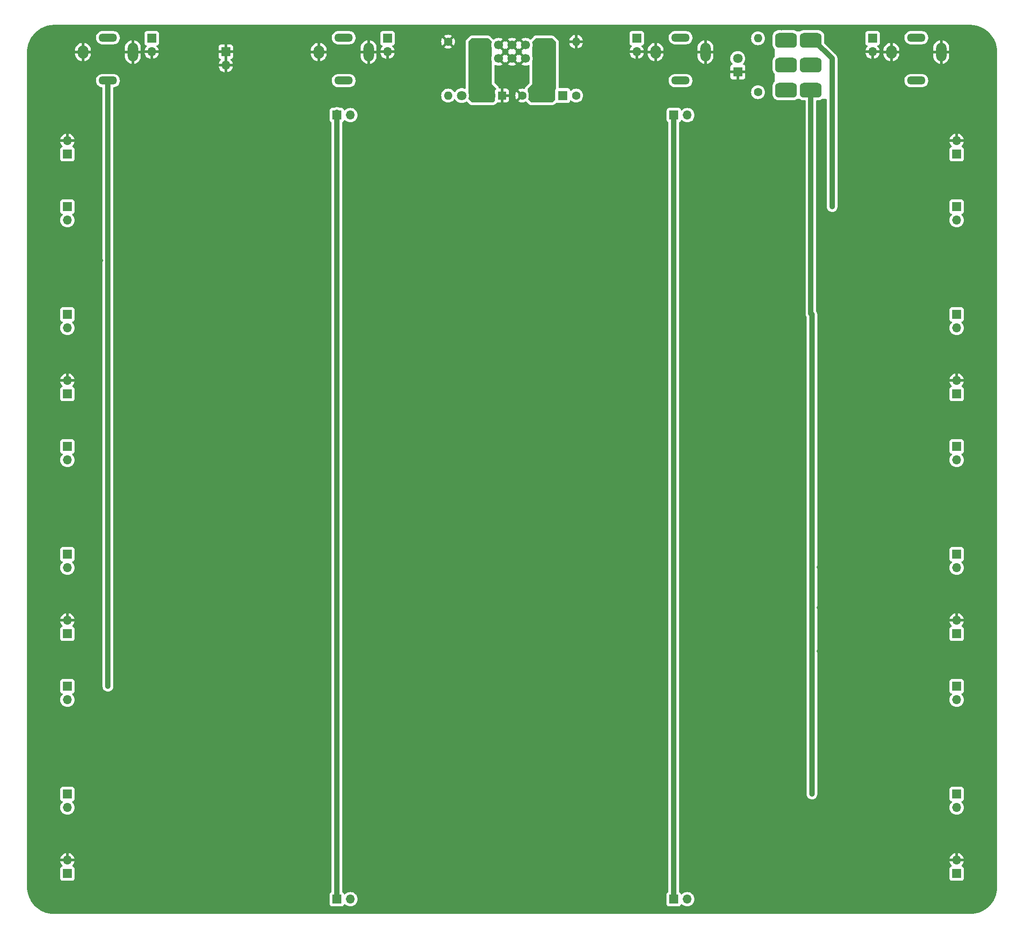
<source format=gbr>
%TF.GenerationSoftware,KiCad,Pcbnew,7.0.10-7.0.10~ubuntu22.04.1*%
%TF.CreationDate,2024-01-14T18:59:58-05:00*%
%TF.ProjectId,euro_3x,6575726f-5f33-4782-9e6b-696361645f70,rev?*%
%TF.SameCoordinates,Original*%
%TF.FileFunction,Copper,L2,Bot*%
%TF.FilePolarity,Positive*%
%FSLAX46Y46*%
G04 Gerber Fmt 4.6, Leading zero omitted, Abs format (unit mm)*
G04 Created by KiCad (PCBNEW 7.0.10-7.0.10~ubuntu22.04.1) date 2024-01-14 18:59:58*
%MOMM*%
%LPD*%
G01*
G04 APERTURE LIST*
G04 Aperture macros list*
%AMRoundRect*
0 Rectangle with rounded corners*
0 $1 Rounding radius*
0 $2 $3 $4 $5 $6 $7 $8 $9 X,Y pos of 4 corners*
0 Add a 4 corners polygon primitive as box body*
4,1,4,$2,$3,$4,$5,$6,$7,$8,$9,$2,$3,0*
0 Add four circle primitives for the rounded corners*
1,1,$1+$1,$2,$3*
1,1,$1+$1,$4,$5*
1,1,$1+$1,$6,$7*
1,1,$1+$1,$8,$9*
0 Add four rect primitives between the rounded corners*
20,1,$1+$1,$2,$3,$4,$5,0*
20,1,$1+$1,$4,$5,$6,$7,0*
20,1,$1+$1,$6,$7,$8,$9,0*
20,1,$1+$1,$8,$9,$2,$3,0*%
G04 Aperture macros list end*
%TA.AperFunction,ComponentPad*%
%ADD10R,1.700000X1.700000*%
%TD*%
%TA.AperFunction,ComponentPad*%
%ADD11O,1.700000X1.700000*%
%TD*%
%TA.AperFunction,ComponentPad*%
%ADD12R,1.600000X1.600000*%
%TD*%
%TA.AperFunction,ComponentPad*%
%ADD13C,1.600000*%
%TD*%
%TA.AperFunction,ComponentPad*%
%ADD14R,1.800000X1.800000*%
%TD*%
%TA.AperFunction,ComponentPad*%
%ADD15C,1.800000*%
%TD*%
%TA.AperFunction,ComponentPad*%
%ADD16O,2.000000X3.500000*%
%TD*%
%TA.AperFunction,ComponentPad*%
%ADD17O,2.000000X2.500000*%
%TD*%
%TA.AperFunction,ComponentPad*%
%ADD18O,3.500000X1.500000*%
%TD*%
%TA.AperFunction,ComponentPad*%
%ADD19RoundRect,0.250000X0.600000X-0.600000X0.600000X0.600000X-0.600000X0.600000X-0.600000X-0.600000X0*%
%TD*%
%TA.AperFunction,ComponentPad*%
%ADD20C,1.700000*%
%TD*%
%TA.AperFunction,ComponentPad*%
%ADD21RoundRect,0.698500X-1.333500X-0.698500X1.333500X-0.698500X1.333500X0.698500X-1.333500X0.698500X0*%
%TD*%
%TA.AperFunction,ComponentPad*%
%ADD22O,1.600000X1.600000*%
%TD*%
%TA.AperFunction,ViaPad*%
%ADD23C,0.800000*%
%TD*%
%TA.AperFunction,Conductor*%
%ADD24C,1.000000*%
%TD*%
G04 APERTURE END LIST*
D10*
%TO.P,J9,1,Pin_1*%
%TO.N,-12V*%
X68580000Y-100076000D03*
D11*
%TO.P,J9,2,Pin_2*%
%TO.N,GND*%
X68580000Y-97536000D03*
%TD*%
D10*
%TO.P,J23,1,Pin_1*%
%TO.N,/AUX1*%
X119380000Y-195326000D03*
D11*
%TO.P,J23,2,Pin_2*%
X121920000Y-195326000D03*
%TD*%
D10*
%TO.P,J13,1,Pin_1*%
%TO.N,/TO_OUT*%
X236220000Y-85090000D03*
D11*
%TO.P,J13,2,Pin_2*%
X236220000Y-87630000D03*
%TD*%
D10*
%TO.P,J7,1,Pin_1*%
%TO.N,+12V*%
X236220000Y-100076000D03*
D11*
%TO.P,J7,2,Pin_2*%
%TO.N,GND*%
X236220000Y-97536000D03*
%TD*%
D10*
%TO.P,JP1,1,A*%
%TO.N,/TN_IN*%
X84455000Y-33020000D03*
D11*
%TO.P,JP1,2,B*%
%TO.N,GND*%
X84455000Y-35560000D03*
%TD*%
D10*
%TO.P,JP2,1,A*%
%TO.N,/TN_OUT*%
X220345000Y-33020000D03*
D11*
%TO.P,JP2,2,B*%
%TO.N,GND*%
X220345000Y-35560000D03*
%TD*%
D12*
%TO.P,C2,1*%
%TO.N,GND*%
X150495000Y-43815000D03*
D13*
%TO.P,C2,2*%
%TO.N,-12V*%
X148495000Y-43815000D03*
%TD*%
D10*
%TO.P,JP4,1,A*%
%TO.N,/TN_AUX2*%
X175895000Y-33020000D03*
D11*
%TO.P,JP4,2,B*%
%TO.N,GND*%
X175895000Y-35560000D03*
%TD*%
D10*
%TO.P,J31,1,Pin_1*%
%TO.N,+12V*%
X236220000Y-190500000D03*
D11*
%TO.P,J31,2,Pin_2*%
%TO.N,GND*%
X236220000Y-187960000D03*
%TD*%
D10*
%TO.P,J14,1,Pin_1*%
%TO.N,/AUX1*%
X119380000Y-47498000D03*
D11*
%TO.P,J14,2,Pin_2*%
X121920000Y-47498000D03*
%TD*%
D14*
%TO.P,D3,1,K*%
%TO.N,GND*%
X194945000Y-39370000D03*
D15*
%TO.P,D3,2,A*%
%TO.N,Net-(D3-A)*%
X194945000Y-36830000D03*
%TD*%
D10*
%TO.P,J32,1,Pin_1*%
%TO.N,-12V*%
X68580000Y-190500000D03*
D11*
%TO.P,J32,2,Pin_2*%
%TO.N,GND*%
X68580000Y-187960000D03*
%TD*%
D10*
%TO.P,J24,1,Pin_1*%
%TO.N,/AUX2*%
X182880000Y-195326000D03*
D11*
%TO.P,J24,2,Pin_2*%
X185420000Y-195326000D03*
%TD*%
D10*
%TO.P,J21,1,Pin_1*%
%TO.N,/INPUT*%
X68580000Y-109982000D03*
D11*
%TO.P,J21,2,Pin_2*%
X68580000Y-112522000D03*
%TD*%
D10*
%TO.P,J22,1,Pin_1*%
%TO.N,/TO_OUT*%
X68580000Y-130302000D03*
D11*
%TO.P,J22,2,Pin_2*%
X68580000Y-132842000D03*
%TD*%
D10*
%TO.P,JP3,1,A*%
%TO.N,/TN_AUX1*%
X128905000Y-33020000D03*
D11*
%TO.P,JP3,2,B*%
%TO.N,GND*%
X128905000Y-35560000D03*
%TD*%
D16*
%TO.P,J3,S*%
%TO.N,GND*%
X233300000Y-35595000D03*
D17*
X223900000Y-35595000D03*
D18*
%TO.P,J3,T*%
%TO.N,/OUTPUT*%
X228600000Y-40995000D03*
%TO.P,J3,TN*%
%TO.N,/TN_OUT*%
X228600000Y-32895000D03*
%TD*%
D10*
%TO.P,J8,1,Pin_1*%
%TO.N,-12V*%
X68580000Y-54864000D03*
D11*
%TO.P,J8,2,Pin_2*%
%TO.N,GND*%
X68580000Y-52324000D03*
%TD*%
D19*
%TO.P,J1,1,Pin_1*%
%TO.N,-12V*%
X147320000Y-36830000D03*
D20*
%TO.P,J1,2,Pin_2*%
X147320000Y-34290000D03*
%TO.P,J1,3,Pin_3*%
%TO.N,GND*%
X149860000Y-36830000D03*
%TO.P,J1,4,Pin_4*%
X149860000Y-34290000D03*
%TO.P,J1,5,Pin_5*%
X152400000Y-36830000D03*
%TO.P,J1,6,Pin_6*%
X152400000Y-34290000D03*
%TO.P,J1,7,Pin_7*%
X154940000Y-36830000D03*
%TO.P,J1,8,Pin_8*%
X154940000Y-34290000D03*
%TO.P,J1,9,Pin_9*%
%TO.N,+12V*%
X157480000Y-36830000D03*
%TO.P,J1,10,Pin_10*%
X157480000Y-34290000D03*
%TD*%
D14*
%TO.P,D2,1,K*%
%TO.N,-12V*%
X145415000Y-43815000D03*
D15*
%TO.P,D2,2,A*%
%TO.N,Net-(D2-A)*%
X142875000Y-43815000D03*
%TD*%
D16*
%TO.P,J5,S*%
%TO.N,GND*%
X188850000Y-35595000D03*
D17*
X179450000Y-35595000D03*
D18*
%TO.P,J5,T*%
%TO.N,/AUX2*%
X184150000Y-40995000D03*
%TO.P,J5,TN*%
%TO.N,/TN_AUX2*%
X184150000Y-32895000D03*
%TD*%
D21*
%TO.P,SW1,1,A*%
%TO.N,unconnected-(SW1A-A-Pad1)*%
X204025500Y-33401000D03*
%TO.P,SW1,2,B*%
%TO.N,/EN*%
X204025500Y-38100000D03*
%TO.P,SW1,3,C*%
%TO.N,+12V*%
X204025500Y-42799000D03*
%TO.P,SW1,4,A*%
%TO.N,/INPUT*%
X208724500Y-33401000D03*
%TO.P,SW1,5,B*%
%TO.N,/OUTPUT*%
X208724500Y-38100000D03*
%TO.P,SW1,6,C*%
%TO.N,/TO_OUT*%
X208724500Y-42799000D03*
%TD*%
D16*
%TO.P,J2,S*%
%TO.N,GND*%
X80900000Y-35595000D03*
D17*
X71500000Y-35595000D03*
D18*
%TO.P,J2,T*%
%TO.N,/INPUT*%
X76200000Y-40995000D03*
%TO.P,J2,TN*%
%TO.N,/TN_IN*%
X76200000Y-32895000D03*
%TD*%
D16*
%TO.P,J4,S*%
%TO.N,GND*%
X125350000Y-35595000D03*
D17*
X115950000Y-35595000D03*
D18*
%TO.P,J4,T*%
%TO.N,/AUX1*%
X120650000Y-40995000D03*
%TO.P,J4,TN*%
%TO.N,/TN_AUX1*%
X120650000Y-32895000D03*
%TD*%
D10*
%TO.P,J12,1,Pin_1*%
%TO.N,/TO_OUT*%
X68580000Y-85090000D03*
D11*
%TO.P,J12,2,Pin_2*%
X68580000Y-87630000D03*
%TD*%
D14*
%TO.P,D1,1,K*%
%TO.N,Net-(D1-K)*%
X161925000Y-43815000D03*
D15*
%TO.P,D1,2,A*%
%TO.N,+12V*%
X159385000Y-43815000D03*
%TD*%
D10*
%TO.P,J17,1,Pin_1*%
%TO.N,/TO_OUT*%
X236220000Y-130302000D03*
D11*
%TO.P,J17,2,Pin_2*%
X236220000Y-132842000D03*
%TD*%
D10*
%TO.P,J19,1,Pin_1*%
%TO.N,+12V*%
X236220000Y-145288000D03*
D11*
%TO.P,J19,2,Pin_2*%
%TO.N,GND*%
X236220000Y-142748000D03*
%TD*%
D10*
%TO.P,J27,1,Pin_1*%
%TO.N,/INPUT*%
X68580000Y-155194000D03*
D11*
%TO.P,J27,2,Pin_2*%
X68580000Y-157734000D03*
%TD*%
D10*
%TO.P,J20,1,Pin_1*%
%TO.N,-12V*%
X68580000Y-145288000D03*
D11*
%TO.P,J20,2,Pin_2*%
%TO.N,GND*%
X68580000Y-142748000D03*
%TD*%
D10*
%TO.P,J30,1,Pin_1*%
%TO.N,/TO_OUT*%
X68580000Y-175514000D03*
D11*
%TO.P,J30,2,Pin_2*%
X68580000Y-178054000D03*
%TD*%
D10*
%TO.P,J6,1,Pin_1*%
%TO.N,+12V*%
X236220000Y-54864000D03*
D11*
%TO.P,J6,2,Pin_2*%
%TO.N,GND*%
X236220000Y-52324000D03*
%TD*%
D10*
%TO.P,J18,1,Pin_1*%
%TO.N,GND*%
X98425000Y-35560000D03*
D11*
%TO.P,J18,2,Pin_2*%
X98425000Y-38100000D03*
%TD*%
D10*
%TO.P,J28,1,Pin_1*%
%TO.N,/INPUT*%
X236220000Y-155194000D03*
D11*
%TO.P,J28,2,Pin_2*%
X236220000Y-157734000D03*
%TD*%
D13*
%TO.P,R3,1*%
%TO.N,/EN*%
X198755000Y-43180000D03*
D22*
%TO.P,R3,2*%
%TO.N,Net-(D3-A)*%
X198755000Y-33020000D03*
%TD*%
D10*
%TO.P,J15,1,Pin_1*%
%TO.N,/AUX2*%
X182900000Y-47498000D03*
D11*
%TO.P,J15,2,Pin_2*%
X185440000Y-47498000D03*
%TD*%
D12*
%TO.P,C1,1*%
%TO.N,+12V*%
X156305000Y-43815000D03*
D13*
%TO.P,C1,2*%
%TO.N,GND*%
X154305000Y-43815000D03*
%TD*%
D10*
%TO.P,J11,1,Pin_1*%
%TO.N,/INPUT*%
X236220000Y-64770000D03*
D11*
%TO.P,J11,2,Pin_2*%
X236220000Y-67310000D03*
%TD*%
D10*
%TO.P,J16,1,Pin_1*%
%TO.N,/INPUT*%
X236220000Y-109982000D03*
D11*
%TO.P,J16,2,Pin_2*%
X236220000Y-112522000D03*
%TD*%
D10*
%TO.P,J10,1,Pin_1*%
%TO.N,/INPUT*%
X68580000Y-64770000D03*
D11*
%TO.P,J10,2,Pin_2*%
X68580000Y-67310000D03*
%TD*%
D13*
%TO.P,R1,1*%
%TO.N,Net-(D1-K)*%
X164465000Y-43815000D03*
D22*
%TO.P,R1,2*%
%TO.N,GND*%
X164465000Y-33655000D03*
%TD*%
D10*
%TO.P,J29,1,Pin_1*%
%TO.N,/TO_OUT*%
X236220000Y-175514000D03*
D11*
%TO.P,J29,2,Pin_2*%
X236220000Y-178054000D03*
%TD*%
D13*
%TO.P,R2,1*%
%TO.N,GND*%
X140335000Y-33655000D03*
D22*
%TO.P,R2,2*%
%TO.N,Net-(D2-A)*%
X140335000Y-43815000D03*
%TD*%
D23*
%TO.N,GND*%
X146685000Y-74930000D03*
X153670000Y-38100000D03*
X238760000Y-46355000D03*
X133985000Y-83185000D03*
X68580000Y-83185000D03*
X233045000Y-41275000D03*
X194310000Y-62865000D03*
X97155000Y-79375000D03*
X78105000Y-56515000D03*
X127635000Y-79375000D03*
X117475000Y-83185000D03*
X210820000Y-108585000D03*
X74295000Y-144780000D03*
X117475000Y-120650000D03*
X143510000Y-50165000D03*
X83820000Y-92710000D03*
X159385000Y-112395000D03*
X207010000Y-62865000D03*
X228600000Y-151765000D03*
X157480000Y-46355000D03*
X180340000Y-192405000D03*
X172085000Y-56515000D03*
X233680000Y-179705000D03*
X101600000Y-41275000D03*
X103505000Y-83185000D03*
X195580000Y-112395000D03*
X210820000Y-52705000D03*
X170815000Y-46355000D03*
X210185000Y-140335000D03*
X152400000Y-41910000D03*
X172085000Y-74930000D03*
X140335000Y-135890000D03*
X207010000Y-112395000D03*
X154305000Y-40640000D03*
X236220000Y-90170000D03*
X240665000Y-159385000D03*
X180975000Y-128905000D03*
X104775000Y-140335000D03*
X84455000Y-59690000D03*
X127635000Y-59690000D03*
X153035000Y-53340000D03*
X233680000Y-66675000D03*
X78105000Y-52705000D03*
X64770000Y-90805000D03*
X189865000Y-70485000D03*
X172085000Y-112395000D03*
X234315000Y-120015000D03*
X216535000Y-70485000D03*
X122555000Y-166370000D03*
X240030000Y-185420000D03*
X146050000Y-151765000D03*
X111760000Y-52705000D03*
X172085000Y-148590000D03*
X190500000Y-31115000D03*
X61595000Y-62865000D03*
X210820000Y-128905000D03*
X169545000Y-52705000D03*
X74295000Y-98425000D03*
X85725000Y-125095000D03*
X201295000Y-92710000D03*
X201295000Y-125095000D03*
X133985000Y-132715000D03*
X180340000Y-40640000D03*
X207010000Y-74930000D03*
X101600000Y-151765000D03*
X240030000Y-62865000D03*
X104775000Y-112395000D03*
X127635000Y-116205000D03*
X121285000Y-98425000D03*
X180975000Y-132715000D03*
X90805000Y-56515000D03*
X184785000Y-56515000D03*
X165735000Y-79375000D03*
X68580000Y-62230000D03*
X68580000Y-69215000D03*
X140335000Y-79375000D03*
X127635000Y-125095000D03*
X217170000Y-103505000D03*
X127635000Y-43180000D03*
X104775000Y-132715000D03*
X180975000Y-66675000D03*
X103505000Y-108585000D03*
X224790000Y-56515000D03*
X72390000Y-32385000D03*
X133985000Y-98425000D03*
X162560000Y-45720000D03*
X111760000Y-144780000D03*
X71755000Y-192405000D03*
X180975000Y-148590000D03*
X109220000Y-187960000D03*
X88900000Y-41275000D03*
X121285000Y-120650000D03*
X230505000Y-104140000D03*
X222250000Y-74930000D03*
X201930000Y-70485000D03*
X61595000Y-90805000D03*
X133985000Y-86995000D03*
X184785000Y-132715000D03*
X240030000Y-90805000D03*
X165735000Y-104140000D03*
X68580000Y-102870000D03*
X153035000Y-135890000D03*
X70485000Y-156845000D03*
X224790000Y-52705000D03*
X85725000Y-144780000D03*
X73660000Y-56515000D03*
X70485000Y-112395000D03*
X180975000Y-86995000D03*
X103505000Y-56515000D03*
X103505000Y-86995000D03*
X228600000Y-31115000D03*
X189865000Y-79375000D03*
X68580000Y-107950000D03*
X95250000Y-36195000D03*
X190500000Y-136525000D03*
X64770000Y-95885000D03*
X190500000Y-144780000D03*
X133985000Y-112395000D03*
X117475000Y-132715000D03*
X180340000Y-157480000D03*
X121285000Y-128905000D03*
X116205000Y-165100000D03*
X222885000Y-140335000D03*
X184785000Y-108585000D03*
X201295000Y-104140000D03*
X103505000Y-62865000D03*
X68580000Y-89535000D03*
X165100000Y-48260000D03*
X226060000Y-39370000D03*
X140335000Y-59690000D03*
X133985000Y-66675000D03*
X98425000Y-125095000D03*
X121285000Y-66675000D03*
X154305000Y-70485000D03*
X219710000Y-59690000D03*
X210820000Y-112395000D03*
X61595000Y-38100000D03*
X78740000Y-74930000D03*
X146685000Y-108585000D03*
X127635000Y-144145000D03*
X175895000Y-48260000D03*
X79375000Y-148590000D03*
X153035000Y-104140000D03*
X111125000Y-104140000D03*
X194310000Y-52705000D03*
X146685000Y-132715000D03*
X67945000Y-120650000D03*
X236220000Y-70485000D03*
X68580000Y-74930000D03*
X240665000Y-151765000D03*
X168275000Y-40640000D03*
X201930000Y-45085000D03*
X243205000Y-62865000D03*
X111125000Y-116205000D03*
X116840000Y-193040000D03*
X165735000Y-135890000D03*
X83820000Y-104140000D03*
X133350000Y-52705000D03*
X97155000Y-104140000D03*
X222250000Y-128905000D03*
X198755000Y-48260000D03*
X215900000Y-151765000D03*
X104140000Y-180975000D03*
X111125000Y-59690000D03*
X68580000Y-128270000D03*
X127635000Y-70485000D03*
X172085000Y-120650000D03*
X195580000Y-83185000D03*
X90805000Y-98425000D03*
X187960000Y-62865000D03*
X121920000Y-177800000D03*
X140335000Y-92710000D03*
X197485000Y-132715000D03*
X194310000Y-56515000D03*
X207010000Y-66675000D03*
X82550000Y-47625000D03*
X223520000Y-86995000D03*
X165735000Y-92710000D03*
X140335000Y-116205000D03*
X171450000Y-151765000D03*
X216535000Y-125095000D03*
X235585000Y-160020000D03*
X222250000Y-83185000D03*
X240665000Y-70485000D03*
X180975000Y-177165000D03*
X147320000Y-46355000D03*
X111125000Y-70485000D03*
X184785000Y-120650000D03*
X78105000Y-66675000D03*
X81280000Y-173355000D03*
X66040000Y-45720000D03*
X180975000Y-120650000D03*
X159385000Y-140335000D03*
X152400000Y-45720000D03*
X180975000Y-108585000D03*
X133985000Y-120650000D03*
X74295000Y-52705000D03*
X184785000Y-62865000D03*
X200660000Y-62865000D03*
X243205000Y-127000000D03*
X190500000Y-151765000D03*
X74295000Y-135890000D03*
X97155000Y-92710000D03*
X159385000Y-108585000D03*
X90805000Y-74930000D03*
X180975000Y-112395000D03*
X121285000Y-108585000D03*
X121285000Y-112395000D03*
X210820000Y-192405000D03*
X243205000Y-90805000D03*
X121285000Y-62865000D03*
X117475000Y-108585000D03*
X117475000Y-74930000D03*
X101600000Y-31115000D03*
X210820000Y-45720000D03*
X206375000Y-52705000D03*
X64135000Y-152400000D03*
X210820000Y-74930000D03*
X133985000Y-56515000D03*
X206375000Y-157480000D03*
X214630000Y-52705000D03*
X240030000Y-56515000D03*
X114300000Y-151765000D03*
X147320000Y-31750000D03*
X146685000Y-112395000D03*
X79375000Y-140335000D03*
X149860000Y-40640000D03*
X85725000Y-116205000D03*
X133985000Y-108585000D03*
X243205000Y-50800000D03*
X133985000Y-140335000D03*
X117475000Y-62865000D03*
X79375000Y-38735000D03*
X180975000Y-98425000D03*
X133350000Y-151765000D03*
X165735000Y-116205000D03*
X222250000Y-66675000D03*
X222885000Y-132715000D03*
X133985000Y-148590000D03*
X216535000Y-79375000D03*
X239395000Y-106045000D03*
X88900000Y-31115000D03*
X172085000Y-86995000D03*
X87630000Y-179705000D03*
X79375000Y-128905000D03*
X76200000Y-31115000D03*
X79375000Y-132715000D03*
X180975000Y-74930000D03*
X73660000Y-125730000D03*
X146685000Y-66675000D03*
X184785000Y-83185000D03*
X121285000Y-132715000D03*
X64770000Y-81915000D03*
X151130000Y-38100000D03*
X135890000Y-38100000D03*
X184785000Y-52705000D03*
X103505000Y-66675000D03*
X195580000Y-128905000D03*
X224790000Y-62865000D03*
X234315000Y-52705000D03*
X233045000Y-173355000D03*
X159385000Y-66675000D03*
X217170000Y-91440000D03*
X233680000Y-132715000D03*
X122555000Y-192405000D03*
X228600000Y-116205000D03*
X117475000Y-177165000D03*
X70485000Y-140335000D03*
X153035000Y-144145000D03*
X78105000Y-98425000D03*
X195580000Y-74930000D03*
X149860000Y-50165000D03*
X64770000Y-69215000D03*
X62230000Y-102235000D03*
X190500000Y-92710000D03*
X210185000Y-148590000D03*
X90805000Y-62865000D03*
X153670000Y-35560000D03*
X182245000Y-36830000D03*
X78105000Y-83185000D03*
X229870000Y-79375000D03*
X227965000Y-125095000D03*
X150495000Y-178435000D03*
X146685000Y-128905000D03*
X61595000Y-76200000D03*
X95250000Y-47625000D03*
X111125000Y-92710000D03*
X79375000Y-189230000D03*
X141605000Y-45085000D03*
X153035000Y-59690000D03*
X152400000Y-31115000D03*
X97155000Y-59690000D03*
X207010000Y-98425000D03*
X234315000Y-56515000D03*
X206375000Y-45085000D03*
X203835000Y-144780000D03*
X167005000Y-183515000D03*
X211455000Y-157480000D03*
X153670000Y-33020000D03*
X184785000Y-140335000D03*
X193675000Y-32385000D03*
X242570000Y-102235000D03*
X117475000Y-56515000D03*
X149860000Y-31750000D03*
X121285000Y-83185000D03*
X177800000Y-31115000D03*
X180975000Y-52705000D03*
X234315000Y-48895000D03*
X78105000Y-86995000D03*
X172085000Y-108585000D03*
X195580000Y-66675000D03*
X172085000Y-66675000D03*
X159385000Y-62865000D03*
X230505000Y-91440000D03*
X159385000Y-148590000D03*
X220980000Y-39370000D03*
X195580000Y-86995000D03*
X84455000Y-70485000D03*
X210820000Y-56515000D03*
X141605000Y-167005000D03*
X165735000Y-70485000D03*
X146685000Y-148590000D03*
X203835000Y-59690000D03*
X61595000Y-143510000D03*
X195580000Y-108585000D03*
X200660000Y-56515000D03*
X72390000Y-70485000D03*
X74295000Y-116205000D03*
X165735000Y-161290000D03*
X61595000Y-50800000D03*
X62865000Y-147955000D03*
X176530000Y-125095000D03*
X74930000Y-74930000D03*
X233045000Y-156845000D03*
X92075000Y-132715000D03*
X92075000Y-112395000D03*
X169545000Y-32385000D03*
X184785000Y-86995000D03*
X100965000Y-172720000D03*
X153035000Y-116205000D03*
X180975000Y-83185000D03*
X186690000Y-39370000D03*
X121920000Y-173355000D03*
X92075000Y-128905000D03*
X121285000Y-140335000D03*
X117475000Y-112395000D03*
X222250000Y-112395000D03*
X157480000Y-31750000D03*
X207010000Y-128905000D03*
X74295000Y-108585000D03*
X198755000Y-166370000D03*
X72390000Y-79375000D03*
X172085000Y-128905000D03*
X71120000Y-52705000D03*
X176530000Y-41275000D03*
X92075000Y-148590000D03*
X127000000Y-92710000D03*
X165735000Y-166370000D03*
X117475000Y-148590000D03*
X74295000Y-151130000D03*
X243205000Y-35560000D03*
X154305000Y-79375000D03*
X117475000Y-98425000D03*
X228600000Y-144780000D03*
X243205000Y-114935000D03*
X214630000Y-62865000D03*
X203200000Y-151765000D03*
X85725000Y-135890000D03*
X201930000Y-52705000D03*
X111760000Y-135255000D03*
X207010000Y-120650000D03*
X111125000Y-79375000D03*
X210820000Y-66675000D03*
X61595000Y-35560000D03*
X117475000Y-66675000D03*
X92075000Y-120650000D03*
X97155000Y-70485000D03*
X223520000Y-108585000D03*
X151130000Y-35560000D03*
X159385000Y-98425000D03*
X207010000Y-56515000D03*
X133985000Y-128905000D03*
X146685000Y-62865000D03*
X73660000Y-62865000D03*
X207010000Y-108585000D03*
X127635000Y-135890000D03*
X159385000Y-56515000D03*
X153035000Y-125095000D03*
X86360000Y-52705000D03*
X238760000Y-31115000D03*
X216535000Y-144780000D03*
X240030000Y-95885000D03*
X201295000Y-116205000D03*
X159385000Y-128905000D03*
X84455000Y-161925000D03*
X172085000Y-83185000D03*
X233680000Y-148590000D03*
X66675000Y-37465000D03*
X223520000Y-166370000D03*
X176530000Y-144145000D03*
X68580000Y-135255000D03*
X222885000Y-148590000D03*
X180975000Y-56515000D03*
X242570000Y-147955000D03*
X68580000Y-160020000D03*
X121285000Y-158115000D03*
X153670000Y-46990000D03*
X158750000Y-151765000D03*
X159385000Y-74930000D03*
X137795000Y-48260000D03*
X103505000Y-74930000D03*
X121285000Y-56515000D03*
X216535000Y-116205000D03*
X78105000Y-108585000D03*
X74295000Y-86995000D03*
X73025000Y-182245000D03*
X172085000Y-140335000D03*
X61595000Y-114935000D03*
X123825000Y-48133000D03*
X64770000Y-127635000D03*
X165735000Y-125095000D03*
X234315000Y-112395000D03*
X90805000Y-66675000D03*
X115570000Y-182245000D03*
X218440000Y-47625000D03*
X236220000Y-95250000D03*
X197485000Y-140335000D03*
X156210000Y-46990000D03*
X180975000Y-62865000D03*
X140335000Y-125095000D03*
X172085000Y-62865000D03*
X117475000Y-173990000D03*
X133985000Y-62865000D03*
X151130000Y-33020000D03*
X201930000Y-79375000D03*
X140970000Y-160020000D03*
X68580000Y-173355000D03*
X186690000Y-192405000D03*
X133985000Y-74930000D03*
X214630000Y-39370000D03*
X78105000Y-62865000D03*
X90805000Y-83185000D03*
X203200000Y-31115000D03*
X72390000Y-38735000D03*
X184785000Y-112395000D03*
X98425000Y-116205000D03*
X151130000Y-46990000D03*
X140335000Y-53340000D03*
X186055000Y-172720000D03*
X172085000Y-132715000D03*
X121285000Y-148590000D03*
X140335000Y-70485000D03*
X148590000Y-46990000D03*
X235585000Y-172085000D03*
X117475000Y-86995000D03*
X176530000Y-116205000D03*
X203835000Y-136525000D03*
X229235000Y-70485000D03*
X146685000Y-86995000D03*
X215900000Y-31115000D03*
X243205000Y-76200000D03*
X240030000Y-81280000D03*
X153035000Y-93345000D03*
X210820000Y-120650000D03*
X159385000Y-83185000D03*
X180340000Y-172720000D03*
X195580000Y-98425000D03*
X207010000Y-83185000D03*
X140335000Y-144145000D03*
X190500000Y-104140000D03*
X117475000Y-128905000D03*
X154940000Y-31750000D03*
X121285000Y-86995000D03*
X243205000Y-139700000D03*
X231775000Y-191770000D03*
X73025000Y-165100000D03*
X222250000Y-120015000D03*
X108585000Y-36195000D03*
X236220000Y-181610000D03*
X210820000Y-62865000D03*
X176530000Y-135890000D03*
X180975000Y-140335000D03*
X104775000Y-120650000D03*
X92075000Y-140335000D03*
X189865000Y-125095000D03*
X161925000Y-50165000D03*
X228600000Y-136525000D03*
X240030000Y-172085000D03*
X165100000Y-53340000D03*
X104775000Y-148590000D03*
X184785000Y-148590000D03*
X90805000Y-86995000D03*
X139700000Y-31115000D03*
X92075000Y-158115000D03*
X243205000Y-38100000D03*
X121285000Y-74930000D03*
X66040000Y-31115000D03*
X114300000Y-41275000D03*
X195580000Y-120650000D03*
X189865000Y-116205000D03*
X78105000Y-48895000D03*
X140335000Y-104140000D03*
X159385000Y-86995000D03*
X220980000Y-42545000D03*
X234315000Y-62865000D03*
X210820000Y-83185000D03*
X117475000Y-156845000D03*
X127000000Y-104140000D03*
X184785000Y-74930000D03*
X104775000Y-128905000D03*
X68580000Y-95250000D03*
X64770000Y-74930000D03*
X64770000Y-136525000D03*
X240030000Y-121285000D03*
X99060000Y-52705000D03*
X156210000Y-50165000D03*
X238125000Y-36830000D03*
X71120000Y-177800000D03*
X98425000Y-135890000D03*
X107315000Y-157480000D03*
X146685000Y-56515000D03*
X210820000Y-86995000D03*
X236220000Y-59690000D03*
X165100000Y-31115000D03*
X207010000Y-86995000D03*
X165735000Y-59690000D03*
X189230000Y-48260000D03*
X210185000Y-132715000D03*
X70485000Y-132715000D03*
X184785000Y-128905000D03*
X108585000Y-47625000D03*
X79375000Y-120650000D03*
X214630000Y-56515000D03*
X146685000Y-98425000D03*
X98425000Y-144780000D03*
X234315000Y-128905000D03*
X88900000Y-151765000D03*
X90805000Y-108585000D03*
X79375000Y-112395000D03*
X103505000Y-98425000D03*
X211455000Y-173355000D03*
X152400000Y-39370000D03*
X70485000Y-59690000D03*
X184785000Y-66675000D03*
X233680000Y-140335000D03*
X216535000Y-136525000D03*
X185420000Y-157480000D03*
X146685000Y-140335000D03*
X70485000Y-148590000D03*
X146685000Y-83185000D03*
X117475000Y-48133000D03*
X64770000Y-108585000D03*
X166370000Y-144145000D03*
X151765000Y-191770000D03*
X197485000Y-148590000D03*
X68580000Y-57150000D03*
X186690000Y-179070000D03*
X127000000Y-31115000D03*
X193675000Y-43180000D03*
X210820000Y-98425000D03*
X124460000Y-52705000D03*
X214630000Y-42545000D03*
X184785000Y-98425000D03*
X223520000Y-98425000D03*
X206375000Y-172720000D03*
X90805000Y-187325000D03*
X212090000Y-33655000D03*
X114300000Y-31115000D03*
X159385000Y-132715000D03*
X117475000Y-140335000D03*
X84455000Y-79375000D03*
X235585000Y-83185000D03*
X172085000Y-98425000D03*
X229870000Y-59690000D03*
X111125000Y-125095000D03*
%TO.N,/INPUT*%
X76200000Y-155194000D03*
X76200000Y-109982000D03*
X76200000Y-64770000D03*
X212725000Y-64770000D03*
%TO.N,/TO_OUT*%
X208915000Y-175514000D03*
X208915000Y-130302000D03*
X208915000Y-85090000D03*
%TD*%
D24*
%TO.N,/INPUT*%
X76200000Y-109982000D02*
X76200000Y-155194000D01*
X76200000Y-64770000D02*
X76200000Y-109982000D01*
X212725000Y-64770000D02*
X212725000Y-36830000D01*
X212725000Y-36830000D02*
X209296000Y-33401000D01*
X76200000Y-40995000D02*
X76200000Y-64770000D01*
X209296000Y-33401000D02*
X208724500Y-33401000D01*
%TO.N,/AUX1*%
X119380000Y-46990000D02*
X119380000Y-195326000D01*
%TO.N,/AUX2*%
X182880000Y-195326000D02*
X182880000Y-47518000D01*
X182900000Y-195306000D02*
X182880000Y-195326000D01*
X182880000Y-47518000D02*
X182900000Y-47498000D01*
%TO.N,/TO_OUT*%
X208724500Y-84899500D02*
X208724500Y-42799000D01*
X208915000Y-85090000D02*
X208915000Y-130302000D01*
X208915000Y-85090000D02*
X208724500Y-84899500D01*
X208915000Y-130302000D02*
X208915000Y-175514000D01*
%TD*%
%TA.AperFunction,Conductor*%
%TO.N,-12V*%
G36*
X147970677Y-33039685D02*
G01*
X147991319Y-33056319D01*
X148553681Y-33618681D01*
X148587166Y-33680004D01*
X148590000Y-33706362D01*
X148590000Y-33795444D01*
X148585775Y-33827537D01*
X148524938Y-34054586D01*
X148524936Y-34054596D01*
X148504341Y-34289999D01*
X148504341Y-34290000D01*
X148524936Y-34525403D01*
X148524937Y-34525408D01*
X148585775Y-34752463D01*
X148590000Y-34784552D01*
X148590000Y-36335444D01*
X148585775Y-36367537D01*
X148524938Y-36594586D01*
X148524936Y-36594596D01*
X148504341Y-36829999D01*
X148504341Y-36830000D01*
X148524936Y-37065403D01*
X148524937Y-37065408D01*
X148585775Y-37292463D01*
X148590000Y-37324552D01*
X148590000Y-41656000D01*
X149381524Y-42447524D01*
X149415009Y-42508847D01*
X149410025Y-42578539D01*
X149368155Y-42634471D01*
X149337452Y-42657455D01*
X149251206Y-42772664D01*
X149251202Y-42772671D01*
X149200908Y-42907517D01*
X149194501Y-42967116D01*
X149194500Y-42967135D01*
X149194500Y-44662870D01*
X149194502Y-44662889D01*
X149195112Y-44668566D01*
X149182703Y-44737325D01*
X149159504Y-44769495D01*
X149019912Y-44909088D01*
X148880317Y-45048682D01*
X148818997Y-45082166D01*
X148792638Y-45085000D01*
X144831362Y-45085000D01*
X144764323Y-45065315D01*
X144743681Y-45048681D01*
X144191541Y-44496541D01*
X144158056Y-44435218D01*
X144163040Y-44365526D01*
X144165659Y-44359066D01*
X144204157Y-44271300D01*
X144261134Y-44046305D01*
X144280300Y-43815000D01*
X144280300Y-43814993D01*
X144261135Y-43583702D01*
X144261133Y-43583691D01*
X144204157Y-43358699D01*
X144155444Y-43247645D01*
X144145000Y-43197835D01*
X144145000Y-33706362D01*
X144164685Y-33639323D01*
X144181319Y-33618681D01*
X144743681Y-33056319D01*
X144805004Y-33022834D01*
X144831362Y-33020000D01*
X147903638Y-33020000D01*
X147970677Y-33039685D01*
G37*
%TD.AperFunction*%
%TD*%
%TA.AperFunction,Conductor*%
%TO.N,GND*%
G36*
X154480507Y-34499844D02*
G01*
X154558239Y-34620798D01*
X154666900Y-34714952D01*
X154797685Y-34774680D01*
X154807464Y-34776086D01*
X154178625Y-35404925D01*
X154255031Y-35458425D01*
X154298655Y-35513002D01*
X154305848Y-35582501D01*
X154274326Y-35644855D01*
X154255029Y-35661576D01*
X154178625Y-35715072D01*
X154807466Y-36343913D01*
X154797685Y-36345320D01*
X154666900Y-36405048D01*
X154558239Y-36499202D01*
X154480507Y-36620156D01*
X154456923Y-36700476D01*
X153825072Y-36068625D01*
X153825072Y-36068626D01*
X153771574Y-36145030D01*
X153716998Y-36188655D01*
X153647499Y-36195849D01*
X153585144Y-36164326D01*
X153568424Y-36145030D01*
X153514925Y-36068626D01*
X153514925Y-36068625D01*
X152883076Y-36700475D01*
X152859493Y-36620156D01*
X152781761Y-36499202D01*
X152673100Y-36405048D01*
X152542315Y-36345320D01*
X152532533Y-36343913D01*
X153161373Y-35715073D01*
X153084969Y-35661576D01*
X153041344Y-35606999D01*
X153034150Y-35537501D01*
X153065672Y-35475146D01*
X153084968Y-35458425D01*
X153161373Y-35404925D01*
X152532533Y-34776086D01*
X152542315Y-34774680D01*
X152673100Y-34714952D01*
X152781761Y-34620798D01*
X152859493Y-34499844D01*
X152883076Y-34419524D01*
X153514925Y-35051373D01*
X153568425Y-34974968D01*
X153623002Y-34931344D01*
X153692501Y-34924151D01*
X153754855Y-34955673D01*
X153771576Y-34974969D01*
X153825073Y-35051372D01*
X154456922Y-34419523D01*
X154480507Y-34499844D01*
G37*
%TD.AperFunction*%
%TA.AperFunction,Conductor*%
G36*
X151940507Y-34499844D02*
G01*
X152018239Y-34620798D01*
X152126900Y-34714952D01*
X152257685Y-34774680D01*
X152267466Y-34776086D01*
X151638625Y-35404925D01*
X151715031Y-35458425D01*
X151758655Y-35513002D01*
X151765848Y-35582501D01*
X151734326Y-35644855D01*
X151715029Y-35661576D01*
X151638625Y-35715072D01*
X152267466Y-36343913D01*
X152257685Y-36345320D01*
X152126900Y-36405048D01*
X152018239Y-36499202D01*
X151940507Y-36620156D01*
X151916923Y-36700475D01*
X151285073Y-36068625D01*
X151285072Y-36068626D01*
X151231574Y-36145030D01*
X151176998Y-36188655D01*
X151107499Y-36195849D01*
X151045144Y-36164326D01*
X151028424Y-36145030D01*
X150974925Y-36068626D01*
X150974925Y-36068625D01*
X150343076Y-36700475D01*
X150319493Y-36620156D01*
X150241761Y-36499202D01*
X150133100Y-36405048D01*
X150002315Y-36345320D01*
X149992533Y-36343913D01*
X150621373Y-35715073D01*
X150544969Y-35661576D01*
X150501344Y-35606999D01*
X150494150Y-35537501D01*
X150525672Y-35475146D01*
X150544968Y-35458425D01*
X150621373Y-35404925D01*
X149992534Y-34776086D01*
X150002315Y-34774680D01*
X150133100Y-34714952D01*
X150241761Y-34620798D01*
X150319493Y-34499844D01*
X150343076Y-34419524D01*
X150974925Y-35051373D01*
X151028425Y-34974968D01*
X151083002Y-34931344D01*
X151152501Y-34924151D01*
X151214855Y-34955673D01*
X151231576Y-34974969D01*
X151285073Y-35051372D01*
X151916922Y-34419523D01*
X151940507Y-34499844D01*
G37*
%TD.AperFunction*%
%TA.AperFunction,Conductor*%
G36*
X98675000Y-37664498D02*
G01*
X98567315Y-37615320D01*
X98460763Y-37600000D01*
X98389237Y-37600000D01*
X98282685Y-37615320D01*
X98175000Y-37664498D01*
X98175000Y-35995501D01*
X98282685Y-36044680D01*
X98389237Y-36060000D01*
X98460763Y-36060000D01*
X98567315Y-36044680D01*
X98675000Y-35995501D01*
X98675000Y-37664498D01*
G37*
%TD.AperFunction*%
%TA.AperFunction,Conductor*%
G36*
X238762564Y-30480603D02*
G01*
X238977505Y-30489493D01*
X239180251Y-30498346D01*
X239190122Y-30499175D01*
X239405512Y-30526024D01*
X239405965Y-30526082D01*
X239608506Y-30552747D01*
X239617714Y-30554316D01*
X239829801Y-30598786D01*
X239830992Y-30599043D01*
X240030556Y-30643285D01*
X240039066Y-30645493D01*
X240246631Y-30707287D01*
X240248338Y-30707810D01*
X240443386Y-30769309D01*
X240451156Y-30772047D01*
X240652771Y-30850717D01*
X240655001Y-30851614D01*
X240844006Y-30929902D01*
X240850977Y-30933047D01*
X241045329Y-31028060D01*
X241048125Y-31029471D01*
X241229489Y-31123883D01*
X241235700Y-31127346D01*
X241421538Y-31238081D01*
X241424598Y-31239966D01*
X241597155Y-31349897D01*
X241602550Y-31353538D01*
X241778566Y-31479212D01*
X241781998Y-31481753D01*
X241818692Y-31509909D01*
X241944252Y-31606254D01*
X241948878Y-31609985D01*
X242113945Y-31749790D01*
X242117523Y-31752942D01*
X242266476Y-31889432D01*
X242268308Y-31891111D01*
X242272216Y-31894852D01*
X242425146Y-32047782D01*
X242428887Y-32051690D01*
X242567051Y-32202470D01*
X242570215Y-32206061D01*
X242710001Y-32371105D01*
X242713753Y-32375757D01*
X242714037Y-32376127D01*
X242838245Y-32538000D01*
X242840786Y-32541432D01*
X242966460Y-32717448D01*
X242970113Y-32722861D01*
X243080010Y-32895364D01*
X243081930Y-32898481D01*
X243192649Y-33084293D01*
X243196115Y-33090509D01*
X243290527Y-33271873D01*
X243291938Y-33274669D01*
X243386943Y-33469003D01*
X243390104Y-33476011D01*
X243468355Y-33664925D01*
X243469311Y-33667303D01*
X243547948Y-33868834D01*
X243550692Y-33876621D01*
X243612158Y-34071564D01*
X243612742Y-34073470D01*
X243674501Y-34280916D01*
X243676717Y-34289460D01*
X243720934Y-34488911D01*
X243721234Y-34490302D01*
X243765677Y-34702257D01*
X243767255Y-34711519D01*
X243793889Y-34913827D01*
X243793998Y-34914674D01*
X243820819Y-35129845D01*
X243821653Y-35139774D01*
X243830533Y-35343158D01*
X243830545Y-35343443D01*
X243839394Y-35557387D01*
X243839500Y-35562511D01*
X243839500Y-193037437D01*
X243839394Y-193042561D01*
X243830524Y-193257013D01*
X243830512Y-193257298D01*
X243821652Y-193460220D01*
X243820818Y-193470149D01*
X243793996Y-193685322D01*
X243793887Y-193686169D01*
X243767253Y-193888477D01*
X243765675Y-193897738D01*
X243721249Y-194109618D01*
X243720949Y-194111011D01*
X243676710Y-194310557D01*
X243674494Y-194319100D01*
X243612747Y-194526503D01*
X243612163Y-194528407D01*
X243550693Y-194723371D01*
X243547949Y-194731160D01*
X243469307Y-194932700D01*
X243468351Y-194935078D01*
X243390102Y-195123987D01*
X243386942Y-195130994D01*
X243291946Y-195325312D01*
X243290534Y-195328109D01*
X243196116Y-195509482D01*
X243192650Y-195515698D01*
X243081917Y-195701533D01*
X243079974Y-195704685D01*
X242970123Y-195877116D01*
X242966460Y-195882545D01*
X242840780Y-196058570D01*
X242838239Y-196062002D01*
X242713766Y-196224219D01*
X242710013Y-196228874D01*
X242570227Y-196393920D01*
X242567026Y-196397552D01*
X242428866Y-196548327D01*
X242425125Y-196552235D01*
X242272235Y-196705125D01*
X242268327Y-196708866D01*
X242117552Y-196847026D01*
X242113920Y-196850227D01*
X241948874Y-196990013D01*
X241944219Y-196993766D01*
X241782002Y-197118239D01*
X241778570Y-197120780D01*
X241602545Y-197246460D01*
X241597116Y-197250123D01*
X241424685Y-197359974D01*
X241421533Y-197361917D01*
X241235698Y-197472650D01*
X241229482Y-197476116D01*
X241048109Y-197570534D01*
X241045312Y-197571946D01*
X240850994Y-197666942D01*
X240843987Y-197670102D01*
X240655078Y-197748351D01*
X240652700Y-197749307D01*
X240451160Y-197827949D01*
X240443371Y-197830693D01*
X240248407Y-197892163D01*
X240246503Y-197892747D01*
X240039100Y-197954494D01*
X240030557Y-197956710D01*
X239831011Y-198000949D01*
X239829618Y-198001249D01*
X239617738Y-198045675D01*
X239608477Y-198047253D01*
X239406169Y-198073887D01*
X239405322Y-198073996D01*
X239190149Y-198100818D01*
X239180220Y-198101652D01*
X238977408Y-198110507D01*
X238977124Y-198110519D01*
X238762563Y-198119394D01*
X238757438Y-198119500D01*
X66042562Y-198119500D01*
X66037437Y-198119394D01*
X65822874Y-198110519D01*
X65822590Y-198110507D01*
X65619778Y-198101652D01*
X65609849Y-198100818D01*
X65394676Y-198073996D01*
X65393829Y-198073887D01*
X65191521Y-198047253D01*
X65182260Y-198045675D01*
X64970380Y-198001249D01*
X64968987Y-198000949D01*
X64769441Y-197956710D01*
X64760898Y-197954494D01*
X64553495Y-197892747D01*
X64551591Y-197892163D01*
X64356627Y-197830693D01*
X64348845Y-197827951D01*
X64218255Y-197776995D01*
X64147298Y-197749307D01*
X64144920Y-197748351D01*
X63956011Y-197670102D01*
X63949004Y-197666942D01*
X63754657Y-197571931D01*
X63751889Y-197570534D01*
X63570516Y-197476116D01*
X63564300Y-197472650D01*
X63378465Y-197361917D01*
X63375313Y-197359974D01*
X63202882Y-197250123D01*
X63197453Y-197246460D01*
X63021428Y-197120780D01*
X63017996Y-197118239D01*
X62855779Y-196993766D01*
X62851124Y-196990013D01*
X62686078Y-196850227D01*
X62682446Y-196847026D01*
X62531671Y-196708866D01*
X62527763Y-196705125D01*
X62374873Y-196552235D01*
X62371132Y-196548327D01*
X62232972Y-196397552D01*
X62229771Y-196393920D01*
X62089985Y-196228874D01*
X62086232Y-196224219D01*
X62085964Y-196223870D01*
X118029500Y-196223870D01*
X118029501Y-196223876D01*
X118035908Y-196283483D01*
X118086202Y-196418328D01*
X118086206Y-196418335D01*
X118172452Y-196533544D01*
X118172455Y-196533547D01*
X118287664Y-196619793D01*
X118287671Y-196619797D01*
X118422517Y-196670091D01*
X118422516Y-196670091D01*
X118429444Y-196670835D01*
X118482127Y-196676500D01*
X120277872Y-196676499D01*
X120337483Y-196670091D01*
X120472331Y-196619796D01*
X120587546Y-196533546D01*
X120673796Y-196418331D01*
X120722810Y-196286916D01*
X120764681Y-196230984D01*
X120830145Y-196206566D01*
X120898418Y-196221417D01*
X120926673Y-196242569D01*
X121048599Y-196364495D01*
X121145384Y-196432265D01*
X121242165Y-196500032D01*
X121242167Y-196500033D01*
X121242170Y-196500035D01*
X121456337Y-196599903D01*
X121684592Y-196661063D01*
X121861034Y-196676500D01*
X121919999Y-196681659D01*
X121920000Y-196681659D01*
X121920001Y-196681659D01*
X121978966Y-196676500D01*
X122155408Y-196661063D01*
X122383663Y-196599903D01*
X122597830Y-196500035D01*
X122791401Y-196364495D01*
X122932026Y-196223870D01*
X181529500Y-196223870D01*
X181529501Y-196223876D01*
X181535908Y-196283483D01*
X181586202Y-196418328D01*
X181586206Y-196418335D01*
X181672452Y-196533544D01*
X181672455Y-196533547D01*
X181787664Y-196619793D01*
X181787671Y-196619797D01*
X181922517Y-196670091D01*
X181922516Y-196670091D01*
X181929444Y-196670835D01*
X181982127Y-196676500D01*
X183777872Y-196676499D01*
X183837483Y-196670091D01*
X183972331Y-196619796D01*
X184087546Y-196533546D01*
X184173796Y-196418331D01*
X184222810Y-196286916D01*
X184264681Y-196230984D01*
X184330145Y-196206566D01*
X184398418Y-196221417D01*
X184426673Y-196242569D01*
X184548599Y-196364495D01*
X184645384Y-196432265D01*
X184742165Y-196500032D01*
X184742167Y-196500033D01*
X184742170Y-196500035D01*
X184956337Y-196599903D01*
X185184592Y-196661063D01*
X185361034Y-196676500D01*
X185419999Y-196681659D01*
X185420000Y-196681659D01*
X185420001Y-196681659D01*
X185478966Y-196676500D01*
X185655408Y-196661063D01*
X185883663Y-196599903D01*
X186097830Y-196500035D01*
X186291401Y-196364495D01*
X186458495Y-196197401D01*
X186594035Y-196003830D01*
X186693903Y-195789663D01*
X186755063Y-195561408D01*
X186775659Y-195326000D01*
X186755063Y-195090592D01*
X186693903Y-194862337D01*
X186594035Y-194648171D01*
X186483907Y-194490890D01*
X186458494Y-194454597D01*
X186291402Y-194287506D01*
X186291395Y-194287501D01*
X186097834Y-194151967D01*
X186097830Y-194151965D01*
X186097828Y-194151964D01*
X185883663Y-194052097D01*
X185883659Y-194052096D01*
X185883655Y-194052094D01*
X185655413Y-193990938D01*
X185655403Y-193990936D01*
X185420001Y-193970341D01*
X185419999Y-193970341D01*
X185184596Y-193990936D01*
X185184586Y-193990938D01*
X184956344Y-194052094D01*
X184956335Y-194052098D01*
X184742171Y-194151964D01*
X184742169Y-194151965D01*
X184548600Y-194287503D01*
X184426673Y-194409430D01*
X184365350Y-194442914D01*
X184295658Y-194437930D01*
X184239725Y-194396058D01*
X184222810Y-194365081D01*
X184173797Y-194233671D01*
X184173793Y-194233664D01*
X184087547Y-194118455D01*
X184087544Y-194118452D01*
X183972335Y-194032206D01*
X183972332Y-194032205D01*
X183972331Y-194032204D01*
X183961161Y-194028038D01*
X183905231Y-193986166D01*
X183880816Y-193920701D01*
X183880500Y-193911858D01*
X183880500Y-191397870D01*
X234869500Y-191397870D01*
X234869501Y-191397876D01*
X234875908Y-191457483D01*
X234926202Y-191592328D01*
X234926206Y-191592335D01*
X235012452Y-191707544D01*
X235012455Y-191707547D01*
X235127664Y-191793793D01*
X235127671Y-191793797D01*
X235262517Y-191844091D01*
X235262516Y-191844091D01*
X235269444Y-191844835D01*
X235322127Y-191850500D01*
X237117872Y-191850499D01*
X237177483Y-191844091D01*
X237312331Y-191793796D01*
X237427546Y-191707546D01*
X237513796Y-191592331D01*
X237564091Y-191457483D01*
X237570500Y-191397873D01*
X237570499Y-189602128D01*
X237564091Y-189542517D01*
X237513796Y-189407669D01*
X237513795Y-189407668D01*
X237513793Y-189407664D01*
X237427547Y-189292455D01*
X237427544Y-189292452D01*
X237312335Y-189206206D01*
X237312328Y-189206202D01*
X237180401Y-189156997D01*
X237124467Y-189115126D01*
X237100050Y-189049662D01*
X237114902Y-188981389D01*
X237136053Y-188953133D01*
X237258108Y-188831078D01*
X237393600Y-188637578D01*
X237493429Y-188423492D01*
X237493432Y-188423486D01*
X237550636Y-188210000D01*
X236653686Y-188210000D01*
X236679493Y-188169844D01*
X236720000Y-188031889D01*
X236720000Y-187888111D01*
X236679493Y-187750156D01*
X236653686Y-187710000D01*
X237550636Y-187710000D01*
X237550635Y-187709999D01*
X237493432Y-187496513D01*
X237493429Y-187496507D01*
X237393600Y-187282422D01*
X237393599Y-187282420D01*
X237258113Y-187088926D01*
X237258108Y-187088920D01*
X237091082Y-186921894D01*
X236897578Y-186786399D01*
X236683492Y-186686570D01*
X236683486Y-186686567D01*
X236470000Y-186629364D01*
X236470000Y-187524498D01*
X236362315Y-187475320D01*
X236255763Y-187460000D01*
X236184237Y-187460000D01*
X236077685Y-187475320D01*
X235970000Y-187524498D01*
X235970000Y-186629364D01*
X235969999Y-186629364D01*
X235756513Y-186686567D01*
X235756507Y-186686570D01*
X235542422Y-186786399D01*
X235542420Y-186786400D01*
X235348926Y-186921886D01*
X235348920Y-186921891D01*
X235181891Y-187088920D01*
X235181886Y-187088926D01*
X235046400Y-187282420D01*
X235046399Y-187282422D01*
X234946570Y-187496507D01*
X234946567Y-187496513D01*
X234889364Y-187709999D01*
X234889364Y-187710000D01*
X235786314Y-187710000D01*
X235760507Y-187750156D01*
X235720000Y-187888111D01*
X235720000Y-188031889D01*
X235760507Y-188169844D01*
X235786314Y-188210000D01*
X234889364Y-188210000D01*
X234946567Y-188423486D01*
X234946570Y-188423492D01*
X235046399Y-188637578D01*
X235181894Y-188831082D01*
X235303946Y-188953134D01*
X235337431Y-189014457D01*
X235332447Y-189084149D01*
X235290575Y-189140082D01*
X235259598Y-189156997D01*
X235127671Y-189206202D01*
X235127664Y-189206206D01*
X235012455Y-189292452D01*
X235012452Y-189292455D01*
X234926206Y-189407664D01*
X234926202Y-189407671D01*
X234875908Y-189542517D01*
X234869501Y-189602116D01*
X234869501Y-189602123D01*
X234869500Y-189602135D01*
X234869500Y-191397870D01*
X183880500Y-191397870D01*
X183880500Y-178054000D01*
X234864341Y-178054000D01*
X234884936Y-178289403D01*
X234884938Y-178289413D01*
X234946094Y-178517655D01*
X234946096Y-178517659D01*
X234946097Y-178517663D01*
X235045965Y-178731830D01*
X235045967Y-178731834D01*
X235154281Y-178886521D01*
X235181505Y-178925401D01*
X235348599Y-179092495D01*
X235445384Y-179160265D01*
X235542165Y-179228032D01*
X235542167Y-179228033D01*
X235542170Y-179228035D01*
X235756337Y-179327903D01*
X235984592Y-179389063D01*
X236172918Y-179405539D01*
X236219999Y-179409659D01*
X236220000Y-179409659D01*
X236220001Y-179409659D01*
X236259234Y-179406226D01*
X236455408Y-179389063D01*
X236683663Y-179327903D01*
X236897830Y-179228035D01*
X237091401Y-179092495D01*
X237258495Y-178925401D01*
X237394035Y-178731830D01*
X237493903Y-178517663D01*
X237555063Y-178289408D01*
X237575659Y-178054000D01*
X237555063Y-177818592D01*
X237493903Y-177590337D01*
X237394035Y-177376171D01*
X237258495Y-177182599D01*
X237136567Y-177060671D01*
X237103084Y-176999351D01*
X237108068Y-176929659D01*
X237149939Y-176873725D01*
X237180915Y-176856810D01*
X237312331Y-176807796D01*
X237427546Y-176721546D01*
X237513796Y-176606331D01*
X237564091Y-176471483D01*
X237570500Y-176411873D01*
X237570499Y-174616128D01*
X237564091Y-174556517D01*
X237513796Y-174421669D01*
X237513795Y-174421668D01*
X237513793Y-174421664D01*
X237427547Y-174306455D01*
X237427544Y-174306452D01*
X237312335Y-174220206D01*
X237312328Y-174220202D01*
X237177482Y-174169908D01*
X237177483Y-174169908D01*
X237117883Y-174163501D01*
X237117881Y-174163500D01*
X237117873Y-174163500D01*
X237117864Y-174163500D01*
X235322129Y-174163500D01*
X235322123Y-174163501D01*
X235262516Y-174169908D01*
X235127671Y-174220202D01*
X235127664Y-174220206D01*
X235012455Y-174306452D01*
X235012452Y-174306455D01*
X234926206Y-174421664D01*
X234926202Y-174421671D01*
X234875908Y-174556517D01*
X234869501Y-174616116D01*
X234869501Y-174616123D01*
X234869500Y-174616135D01*
X234869500Y-176411870D01*
X234869501Y-176411876D01*
X234875908Y-176471483D01*
X234926202Y-176606328D01*
X234926206Y-176606335D01*
X235012452Y-176721544D01*
X235012455Y-176721547D01*
X235127664Y-176807793D01*
X235127671Y-176807797D01*
X235259081Y-176856810D01*
X235315015Y-176898681D01*
X235339432Y-176964145D01*
X235324580Y-177032418D01*
X235303430Y-177060673D01*
X235181503Y-177182600D01*
X235045965Y-177376169D01*
X235045964Y-177376171D01*
X234946098Y-177590335D01*
X234946094Y-177590344D01*
X234884938Y-177818586D01*
X234884936Y-177818596D01*
X234864341Y-178053999D01*
X234864341Y-178054000D01*
X183880500Y-178054000D01*
X183880500Y-48919601D01*
X183900185Y-48852562D01*
X183952989Y-48806807D01*
X183961154Y-48803424D01*
X183992331Y-48791796D01*
X184107546Y-48705546D01*
X184193796Y-48590331D01*
X184242810Y-48458916D01*
X184284681Y-48402984D01*
X184350145Y-48378566D01*
X184418418Y-48393417D01*
X184446673Y-48414569D01*
X184568599Y-48536495D01*
X184665384Y-48604265D01*
X184762165Y-48672032D01*
X184762167Y-48672033D01*
X184762170Y-48672035D01*
X184976337Y-48771903D01*
X185204592Y-48833063D01*
X185392918Y-48849539D01*
X185439999Y-48853659D01*
X185440000Y-48853659D01*
X185440001Y-48853659D01*
X185479234Y-48850226D01*
X185675408Y-48833063D01*
X185903663Y-48771903D01*
X186117830Y-48672035D01*
X186311401Y-48536495D01*
X186478495Y-48369401D01*
X186614035Y-48175830D01*
X186713903Y-47961663D01*
X186775063Y-47733408D01*
X186795659Y-47498000D01*
X186775063Y-47262592D01*
X186713903Y-47034337D01*
X186614035Y-46820171D01*
X186478495Y-46626599D01*
X186478494Y-46626597D01*
X186311402Y-46459506D01*
X186311395Y-46459501D01*
X186117834Y-46323967D01*
X186117830Y-46323965D01*
X186117828Y-46323964D01*
X185903663Y-46224097D01*
X185903659Y-46224096D01*
X185903655Y-46224094D01*
X185675413Y-46162938D01*
X185675403Y-46162936D01*
X185440001Y-46142341D01*
X185439999Y-46142341D01*
X185204596Y-46162936D01*
X185204586Y-46162938D01*
X184976344Y-46224094D01*
X184976335Y-46224098D01*
X184762171Y-46323964D01*
X184762169Y-46323965D01*
X184568600Y-46459503D01*
X184446673Y-46581430D01*
X184385350Y-46614914D01*
X184315658Y-46609930D01*
X184259725Y-46568058D01*
X184242810Y-46537081D01*
X184193797Y-46405671D01*
X184193793Y-46405664D01*
X184107547Y-46290455D01*
X184107544Y-46290452D01*
X183992335Y-46204206D01*
X183992328Y-46204202D01*
X183857482Y-46153908D01*
X183857483Y-46153908D01*
X183797883Y-46147501D01*
X183797881Y-46147500D01*
X183797873Y-46147500D01*
X183797864Y-46147500D01*
X182002129Y-46147500D01*
X182002123Y-46147501D01*
X181942516Y-46153908D01*
X181807671Y-46204202D01*
X181807664Y-46204206D01*
X181692455Y-46290452D01*
X181692452Y-46290455D01*
X181606206Y-46405664D01*
X181606202Y-46405671D01*
X181555908Y-46540517D01*
X181549501Y-46600116D01*
X181549500Y-46600135D01*
X181549500Y-48395870D01*
X181549501Y-48395876D01*
X181555908Y-48455483D01*
X181606202Y-48590328D01*
X181606206Y-48590335D01*
X181692452Y-48705544D01*
X181692455Y-48705547D01*
X181807663Y-48791792D01*
X181807665Y-48791793D01*
X181807669Y-48791796D01*
X181807673Y-48791797D01*
X181814924Y-48795757D01*
X181864331Y-48845161D01*
X181879500Y-48904591D01*
X181879500Y-193911858D01*
X181859815Y-193978897D01*
X181807011Y-194024652D01*
X181798847Y-194028034D01*
X181787669Y-194032204D01*
X181787664Y-194032206D01*
X181672455Y-194118452D01*
X181672452Y-194118455D01*
X181586206Y-194233664D01*
X181586202Y-194233671D01*
X181535908Y-194368517D01*
X181529501Y-194428116D01*
X181529500Y-194428135D01*
X181529500Y-196223870D01*
X122932026Y-196223870D01*
X122958495Y-196197401D01*
X123094035Y-196003830D01*
X123193903Y-195789663D01*
X123255063Y-195561408D01*
X123275659Y-195326000D01*
X123255063Y-195090592D01*
X123193903Y-194862337D01*
X123094035Y-194648171D01*
X122983907Y-194490890D01*
X122958494Y-194454597D01*
X122791402Y-194287506D01*
X122791395Y-194287501D01*
X122597834Y-194151967D01*
X122597830Y-194151965D01*
X122597828Y-194151964D01*
X122383663Y-194052097D01*
X122383659Y-194052096D01*
X122383655Y-194052094D01*
X122155413Y-193990938D01*
X122155403Y-193990936D01*
X121920001Y-193970341D01*
X121919999Y-193970341D01*
X121684596Y-193990936D01*
X121684586Y-193990938D01*
X121456344Y-194052094D01*
X121456335Y-194052098D01*
X121242171Y-194151964D01*
X121242169Y-194151965D01*
X121048600Y-194287503D01*
X120926673Y-194409430D01*
X120865350Y-194442914D01*
X120795658Y-194437930D01*
X120739725Y-194396058D01*
X120722810Y-194365081D01*
X120673797Y-194233671D01*
X120673793Y-194233664D01*
X120587547Y-194118455D01*
X120587544Y-194118452D01*
X120472335Y-194032206D01*
X120472332Y-194032205D01*
X120472331Y-194032204D01*
X120461161Y-194028038D01*
X120405231Y-193986166D01*
X120380816Y-193920701D01*
X120380500Y-193911858D01*
X120380500Y-48912141D01*
X120400185Y-48845102D01*
X120452989Y-48799347D01*
X120461149Y-48795966D01*
X120472331Y-48791796D01*
X120472337Y-48791792D01*
X120510447Y-48763261D01*
X120587546Y-48705546D01*
X120673796Y-48590331D01*
X120722810Y-48458916D01*
X120764681Y-48402984D01*
X120830145Y-48378566D01*
X120898418Y-48393417D01*
X120926673Y-48414569D01*
X121048599Y-48536495D01*
X121145384Y-48604265D01*
X121242165Y-48672032D01*
X121242167Y-48672033D01*
X121242170Y-48672035D01*
X121456337Y-48771903D01*
X121684592Y-48833063D01*
X121872918Y-48849539D01*
X121919999Y-48853659D01*
X121920000Y-48853659D01*
X121920001Y-48853659D01*
X121959234Y-48850226D01*
X122155408Y-48833063D01*
X122383663Y-48771903D01*
X122597830Y-48672035D01*
X122791401Y-48536495D01*
X122958495Y-48369401D01*
X123094035Y-48175830D01*
X123193903Y-47961663D01*
X123255063Y-47733408D01*
X123275659Y-47498000D01*
X123255063Y-47262592D01*
X123193903Y-47034337D01*
X123094035Y-46820171D01*
X122958495Y-46626599D01*
X122958494Y-46626597D01*
X122791402Y-46459506D01*
X122791395Y-46459501D01*
X122597834Y-46323967D01*
X122597830Y-46323965D01*
X122597828Y-46323964D01*
X122383663Y-46224097D01*
X122383659Y-46224096D01*
X122383655Y-46224094D01*
X122155413Y-46162938D01*
X122155403Y-46162936D01*
X121920001Y-46142341D01*
X121919999Y-46142341D01*
X121684596Y-46162936D01*
X121684586Y-46162938D01*
X121456344Y-46224094D01*
X121456335Y-46224098D01*
X121242171Y-46323964D01*
X121242169Y-46323965D01*
X121048600Y-46459503D01*
X120926673Y-46581430D01*
X120865350Y-46614914D01*
X120795658Y-46609930D01*
X120739725Y-46568058D01*
X120722810Y-46537081D01*
X120673797Y-46405671D01*
X120673793Y-46405664D01*
X120587547Y-46290455D01*
X120587544Y-46290452D01*
X120472335Y-46204206D01*
X120472328Y-46204202D01*
X120337482Y-46153908D01*
X120337483Y-46153908D01*
X120277883Y-46147501D01*
X120277881Y-46147500D01*
X120277873Y-46147500D01*
X120277865Y-46147500D01*
X119963051Y-46147500D01*
X119908444Y-46134828D01*
X119729271Y-46046940D01*
X119532285Y-45995937D01*
X119532287Y-45995937D01*
X119396804Y-45989066D01*
X119329064Y-45985631D01*
X119329063Y-45985631D01*
X119329061Y-45985631D01*
X119127936Y-46016442D01*
X119127924Y-46016445D01*
X118937114Y-46087113D01*
X118937107Y-46087117D01*
X118870339Y-46128733D01*
X118804749Y-46147500D01*
X118482130Y-46147500D01*
X118482123Y-46147501D01*
X118422516Y-46153908D01*
X118287671Y-46204202D01*
X118287664Y-46204206D01*
X118172455Y-46290452D01*
X118172452Y-46290455D01*
X118086206Y-46405664D01*
X118086202Y-46405671D01*
X118035908Y-46540517D01*
X118029501Y-46600116D01*
X118029500Y-46600135D01*
X118029500Y-48395870D01*
X118029501Y-48395876D01*
X118035908Y-48455483D01*
X118086202Y-48590328D01*
X118086206Y-48590335D01*
X118172452Y-48705544D01*
X118172455Y-48705547D01*
X118287665Y-48791794D01*
X118287667Y-48791794D01*
X118287669Y-48791796D01*
X118298830Y-48795958D01*
X118354764Y-48837826D01*
X118379184Y-48903289D01*
X118379500Y-48912141D01*
X118379500Y-193911858D01*
X118359815Y-193978897D01*
X118307011Y-194024652D01*
X118298847Y-194028034D01*
X118287669Y-194032204D01*
X118287664Y-194032206D01*
X118172455Y-194118452D01*
X118172452Y-194118455D01*
X118086206Y-194233664D01*
X118086202Y-194233671D01*
X118035908Y-194368517D01*
X118029501Y-194428116D01*
X118029500Y-194428135D01*
X118029500Y-196223870D01*
X62085964Y-196223870D01*
X61961759Y-196062002D01*
X61959218Y-196058570D01*
X61833538Y-195882545D01*
X61829875Y-195877116D01*
X61720024Y-195704685D01*
X61718081Y-195701533D01*
X61607348Y-195515698D01*
X61603882Y-195509482D01*
X61509464Y-195328109D01*
X61508098Y-195325404D01*
X61413043Y-195130965D01*
X61409896Y-195123987D01*
X61396061Y-195090586D01*
X61331626Y-194935027D01*
X61330712Y-194932754D01*
X61252034Y-194731119D01*
X61249316Y-194723404D01*
X61187835Y-194528407D01*
X61187251Y-194526503D01*
X61165844Y-194454599D01*
X61125502Y-194319092D01*
X61123288Y-194310557D01*
X61106243Y-194233671D01*
X61079009Y-194110827D01*
X61078787Y-194109797D01*
X61034319Y-193897718D01*
X61032749Y-193888504D01*
X61006084Y-193685963D01*
X61006026Y-193685510D01*
X60979177Y-193470120D01*
X60978348Y-193460249D01*
X60969487Y-193257298D01*
X60960606Y-193042561D01*
X60960500Y-193037438D01*
X60960500Y-191397870D01*
X67229500Y-191397870D01*
X67229501Y-191397876D01*
X67235908Y-191457483D01*
X67286202Y-191592328D01*
X67286206Y-191592335D01*
X67372452Y-191707544D01*
X67372455Y-191707547D01*
X67487664Y-191793793D01*
X67487671Y-191793797D01*
X67622517Y-191844091D01*
X67622516Y-191844091D01*
X67629444Y-191844835D01*
X67682127Y-191850500D01*
X69477872Y-191850499D01*
X69537483Y-191844091D01*
X69672331Y-191793796D01*
X69787546Y-191707546D01*
X69873796Y-191592331D01*
X69924091Y-191457483D01*
X69930500Y-191397873D01*
X69930499Y-189602128D01*
X69924091Y-189542517D01*
X69873796Y-189407669D01*
X69873795Y-189407668D01*
X69873793Y-189407664D01*
X69787547Y-189292455D01*
X69787544Y-189292452D01*
X69672335Y-189206206D01*
X69672328Y-189206202D01*
X69540401Y-189156997D01*
X69484467Y-189115126D01*
X69460050Y-189049662D01*
X69474902Y-188981389D01*
X69496053Y-188953133D01*
X69618108Y-188831078D01*
X69753600Y-188637578D01*
X69853429Y-188423492D01*
X69853432Y-188423486D01*
X69910636Y-188210000D01*
X69013686Y-188210000D01*
X69039493Y-188169844D01*
X69080000Y-188031889D01*
X69080000Y-187888111D01*
X69039493Y-187750156D01*
X69013686Y-187710000D01*
X69910636Y-187710000D01*
X69910635Y-187709999D01*
X69853432Y-187496513D01*
X69853429Y-187496507D01*
X69753600Y-187282422D01*
X69753599Y-187282420D01*
X69618113Y-187088926D01*
X69618108Y-187088920D01*
X69451082Y-186921894D01*
X69257578Y-186786399D01*
X69043492Y-186686570D01*
X69043486Y-186686567D01*
X68830000Y-186629364D01*
X68830000Y-187524498D01*
X68722315Y-187475320D01*
X68615763Y-187460000D01*
X68544237Y-187460000D01*
X68437685Y-187475320D01*
X68330000Y-187524498D01*
X68330000Y-186629364D01*
X68329999Y-186629364D01*
X68116513Y-186686567D01*
X68116507Y-186686570D01*
X67902422Y-186786399D01*
X67902420Y-186786400D01*
X67708926Y-186921886D01*
X67708920Y-186921891D01*
X67541891Y-187088920D01*
X67541886Y-187088926D01*
X67406400Y-187282420D01*
X67406399Y-187282422D01*
X67306570Y-187496507D01*
X67306567Y-187496513D01*
X67249364Y-187709999D01*
X67249364Y-187710000D01*
X68146314Y-187710000D01*
X68120507Y-187750156D01*
X68080000Y-187888111D01*
X68080000Y-188031889D01*
X68120507Y-188169844D01*
X68146314Y-188210000D01*
X67249364Y-188210000D01*
X67306567Y-188423486D01*
X67306570Y-188423492D01*
X67406399Y-188637578D01*
X67541894Y-188831082D01*
X67663946Y-188953134D01*
X67697431Y-189014457D01*
X67692447Y-189084149D01*
X67650575Y-189140082D01*
X67619598Y-189156997D01*
X67487671Y-189206202D01*
X67487664Y-189206206D01*
X67372455Y-189292452D01*
X67372452Y-189292455D01*
X67286206Y-189407664D01*
X67286202Y-189407671D01*
X67235908Y-189542517D01*
X67229501Y-189602116D01*
X67229501Y-189602123D01*
X67229500Y-189602135D01*
X67229500Y-191397870D01*
X60960500Y-191397870D01*
X60960500Y-178054000D01*
X67224341Y-178054000D01*
X67244936Y-178289403D01*
X67244938Y-178289413D01*
X67306094Y-178517655D01*
X67306096Y-178517659D01*
X67306097Y-178517663D01*
X67405965Y-178731830D01*
X67405967Y-178731834D01*
X67514281Y-178886521D01*
X67541505Y-178925401D01*
X67708599Y-179092495D01*
X67805384Y-179160265D01*
X67902165Y-179228032D01*
X67902167Y-179228033D01*
X67902170Y-179228035D01*
X68116337Y-179327903D01*
X68344592Y-179389063D01*
X68532918Y-179405539D01*
X68579999Y-179409659D01*
X68580000Y-179409659D01*
X68580001Y-179409659D01*
X68619234Y-179406226D01*
X68815408Y-179389063D01*
X69043663Y-179327903D01*
X69257830Y-179228035D01*
X69451401Y-179092495D01*
X69618495Y-178925401D01*
X69754035Y-178731830D01*
X69853903Y-178517663D01*
X69915063Y-178289408D01*
X69935659Y-178054000D01*
X69915063Y-177818592D01*
X69853903Y-177590337D01*
X69754035Y-177376171D01*
X69618495Y-177182599D01*
X69496567Y-177060671D01*
X69463084Y-176999351D01*
X69468068Y-176929659D01*
X69509939Y-176873725D01*
X69540915Y-176856810D01*
X69672331Y-176807796D01*
X69787546Y-176721546D01*
X69873796Y-176606331D01*
X69924091Y-176471483D01*
X69930500Y-176411873D01*
X69930499Y-174616128D01*
X69924091Y-174556517D01*
X69873796Y-174421669D01*
X69873795Y-174421668D01*
X69873793Y-174421664D01*
X69787547Y-174306455D01*
X69787544Y-174306452D01*
X69672335Y-174220206D01*
X69672328Y-174220202D01*
X69537482Y-174169908D01*
X69537483Y-174169908D01*
X69477883Y-174163501D01*
X69477881Y-174163500D01*
X69477873Y-174163500D01*
X69477864Y-174163500D01*
X67682129Y-174163500D01*
X67682123Y-174163501D01*
X67622516Y-174169908D01*
X67487671Y-174220202D01*
X67487664Y-174220206D01*
X67372455Y-174306452D01*
X67372452Y-174306455D01*
X67286206Y-174421664D01*
X67286202Y-174421671D01*
X67235908Y-174556517D01*
X67229501Y-174616116D01*
X67229501Y-174616123D01*
X67229500Y-174616135D01*
X67229500Y-176411870D01*
X67229501Y-176411876D01*
X67235908Y-176471483D01*
X67286202Y-176606328D01*
X67286206Y-176606335D01*
X67372452Y-176721544D01*
X67372455Y-176721547D01*
X67487664Y-176807793D01*
X67487671Y-176807797D01*
X67619081Y-176856810D01*
X67675015Y-176898681D01*
X67699432Y-176964145D01*
X67684580Y-177032418D01*
X67663430Y-177060673D01*
X67541503Y-177182600D01*
X67405965Y-177376169D01*
X67405964Y-177376171D01*
X67306098Y-177590335D01*
X67306094Y-177590344D01*
X67244938Y-177818586D01*
X67244936Y-177818596D01*
X67224341Y-178053999D01*
X67224341Y-178054000D01*
X60960500Y-178054000D01*
X60960500Y-157734000D01*
X67224341Y-157734000D01*
X67244936Y-157969403D01*
X67244938Y-157969413D01*
X67306094Y-158197655D01*
X67306096Y-158197659D01*
X67306097Y-158197663D01*
X67405965Y-158411830D01*
X67405967Y-158411834D01*
X67514281Y-158566521D01*
X67541505Y-158605401D01*
X67708599Y-158772495D01*
X67805384Y-158840265D01*
X67902165Y-158908032D01*
X67902167Y-158908033D01*
X67902170Y-158908035D01*
X68116337Y-159007903D01*
X68344592Y-159069063D01*
X68532918Y-159085539D01*
X68579999Y-159089659D01*
X68580000Y-159089659D01*
X68580001Y-159089659D01*
X68619234Y-159086226D01*
X68815408Y-159069063D01*
X69043663Y-159007903D01*
X69257830Y-158908035D01*
X69451401Y-158772495D01*
X69618495Y-158605401D01*
X69754035Y-158411830D01*
X69853903Y-158197663D01*
X69915063Y-157969408D01*
X69935659Y-157734000D01*
X69915063Y-157498592D01*
X69853903Y-157270337D01*
X69754035Y-157056171D01*
X69618495Y-156862599D01*
X69496567Y-156740671D01*
X69463084Y-156679351D01*
X69468068Y-156609659D01*
X69509939Y-156553725D01*
X69540915Y-156536810D01*
X69672331Y-156487796D01*
X69787546Y-156401546D01*
X69873796Y-156286331D01*
X69924091Y-156151483D01*
X69930500Y-156091873D01*
X69930499Y-154296128D01*
X69924091Y-154236517D01*
X69873796Y-154101669D01*
X69873795Y-154101668D01*
X69873793Y-154101664D01*
X69787547Y-153986455D01*
X69787544Y-153986452D01*
X69672335Y-153900206D01*
X69672328Y-153900202D01*
X69537482Y-153849908D01*
X69537483Y-153849908D01*
X69477883Y-153843501D01*
X69477881Y-153843500D01*
X69477873Y-153843500D01*
X69477864Y-153843500D01*
X67682129Y-153843500D01*
X67682123Y-153843501D01*
X67622516Y-153849908D01*
X67487671Y-153900202D01*
X67487664Y-153900206D01*
X67372455Y-153986452D01*
X67372452Y-153986455D01*
X67286206Y-154101664D01*
X67286202Y-154101671D01*
X67235908Y-154236517D01*
X67229501Y-154296116D01*
X67229501Y-154296123D01*
X67229500Y-154296135D01*
X67229500Y-156091870D01*
X67229501Y-156091876D01*
X67235908Y-156151483D01*
X67286202Y-156286328D01*
X67286206Y-156286335D01*
X67372452Y-156401544D01*
X67372455Y-156401547D01*
X67487664Y-156487793D01*
X67487671Y-156487797D01*
X67619081Y-156536810D01*
X67675015Y-156578681D01*
X67699432Y-156644145D01*
X67684580Y-156712418D01*
X67663430Y-156740673D01*
X67541503Y-156862600D01*
X67405965Y-157056169D01*
X67405964Y-157056171D01*
X67306098Y-157270335D01*
X67306094Y-157270344D01*
X67244938Y-157498586D01*
X67244936Y-157498596D01*
X67224341Y-157733999D01*
X67224341Y-157734000D01*
X60960500Y-157734000D01*
X60960500Y-146185870D01*
X67229500Y-146185870D01*
X67229501Y-146185876D01*
X67235908Y-146245483D01*
X67286202Y-146380328D01*
X67286206Y-146380335D01*
X67372452Y-146495544D01*
X67372455Y-146495547D01*
X67487664Y-146581793D01*
X67487671Y-146581797D01*
X67622517Y-146632091D01*
X67622516Y-146632091D01*
X67629444Y-146632835D01*
X67682127Y-146638500D01*
X69477872Y-146638499D01*
X69537483Y-146632091D01*
X69672331Y-146581796D01*
X69787546Y-146495546D01*
X69873796Y-146380331D01*
X69924091Y-146245483D01*
X69930500Y-146185873D01*
X69930499Y-144390128D01*
X69924091Y-144330517D01*
X69873796Y-144195669D01*
X69873795Y-144195668D01*
X69873793Y-144195664D01*
X69787547Y-144080455D01*
X69787544Y-144080452D01*
X69672335Y-143994206D01*
X69672328Y-143994202D01*
X69540401Y-143944997D01*
X69484467Y-143903126D01*
X69460050Y-143837662D01*
X69474902Y-143769389D01*
X69496053Y-143741133D01*
X69618108Y-143619078D01*
X69753600Y-143425578D01*
X69853429Y-143211492D01*
X69853432Y-143211486D01*
X69910636Y-142998000D01*
X69013686Y-142998000D01*
X69039493Y-142957844D01*
X69080000Y-142819889D01*
X69080000Y-142676111D01*
X69039493Y-142538156D01*
X69013686Y-142498000D01*
X69910636Y-142498000D01*
X69910635Y-142497999D01*
X69853432Y-142284513D01*
X69853429Y-142284507D01*
X69753600Y-142070422D01*
X69753599Y-142070420D01*
X69618113Y-141876926D01*
X69618108Y-141876920D01*
X69451082Y-141709894D01*
X69257578Y-141574399D01*
X69043492Y-141474570D01*
X69043486Y-141474567D01*
X68830000Y-141417364D01*
X68830000Y-142312498D01*
X68722315Y-142263320D01*
X68615763Y-142248000D01*
X68544237Y-142248000D01*
X68437685Y-142263320D01*
X68330000Y-142312498D01*
X68330000Y-141417364D01*
X68329999Y-141417364D01*
X68116513Y-141474567D01*
X68116507Y-141474570D01*
X67902422Y-141574399D01*
X67902420Y-141574400D01*
X67708926Y-141709886D01*
X67708920Y-141709891D01*
X67541891Y-141876920D01*
X67541886Y-141876926D01*
X67406400Y-142070420D01*
X67406399Y-142070422D01*
X67306570Y-142284507D01*
X67306567Y-142284513D01*
X67249364Y-142497999D01*
X67249364Y-142498000D01*
X68146314Y-142498000D01*
X68120507Y-142538156D01*
X68080000Y-142676111D01*
X68080000Y-142819889D01*
X68120507Y-142957844D01*
X68146314Y-142998000D01*
X67249364Y-142998000D01*
X67306567Y-143211486D01*
X67306570Y-143211492D01*
X67406399Y-143425578D01*
X67541894Y-143619082D01*
X67663946Y-143741134D01*
X67697431Y-143802457D01*
X67692447Y-143872149D01*
X67650575Y-143928082D01*
X67619598Y-143944997D01*
X67487671Y-143994202D01*
X67487664Y-143994206D01*
X67372455Y-144080452D01*
X67372452Y-144080455D01*
X67286206Y-144195664D01*
X67286202Y-144195671D01*
X67235908Y-144330517D01*
X67229501Y-144390116D01*
X67229501Y-144390123D01*
X67229500Y-144390135D01*
X67229500Y-146185870D01*
X60960500Y-146185870D01*
X60960500Y-132842000D01*
X67224341Y-132842000D01*
X67244936Y-133077403D01*
X67244938Y-133077413D01*
X67306094Y-133305655D01*
X67306096Y-133305659D01*
X67306097Y-133305663D01*
X67405965Y-133519830D01*
X67405967Y-133519834D01*
X67514281Y-133674521D01*
X67541505Y-133713401D01*
X67708599Y-133880495D01*
X67805384Y-133948265D01*
X67902165Y-134016032D01*
X67902167Y-134016033D01*
X67902170Y-134016035D01*
X68116337Y-134115903D01*
X68344592Y-134177063D01*
X68532918Y-134193539D01*
X68579999Y-134197659D01*
X68580000Y-134197659D01*
X68580001Y-134197659D01*
X68619234Y-134194226D01*
X68815408Y-134177063D01*
X69043663Y-134115903D01*
X69257830Y-134016035D01*
X69451401Y-133880495D01*
X69618495Y-133713401D01*
X69754035Y-133519830D01*
X69853903Y-133305663D01*
X69915063Y-133077408D01*
X69935659Y-132842000D01*
X69915063Y-132606592D01*
X69853903Y-132378337D01*
X69754035Y-132164171D01*
X69618495Y-131970599D01*
X69496567Y-131848671D01*
X69463084Y-131787351D01*
X69468068Y-131717659D01*
X69509939Y-131661725D01*
X69540915Y-131644810D01*
X69672331Y-131595796D01*
X69787546Y-131509546D01*
X69873796Y-131394331D01*
X69924091Y-131259483D01*
X69930500Y-131199873D01*
X69930499Y-129404128D01*
X69924091Y-129344517D01*
X69873796Y-129209669D01*
X69873795Y-129209668D01*
X69873793Y-129209664D01*
X69787547Y-129094455D01*
X69787544Y-129094452D01*
X69672335Y-129008206D01*
X69672328Y-129008202D01*
X69537482Y-128957908D01*
X69537483Y-128957908D01*
X69477883Y-128951501D01*
X69477881Y-128951500D01*
X69477873Y-128951500D01*
X69477864Y-128951500D01*
X67682129Y-128951500D01*
X67682123Y-128951501D01*
X67622516Y-128957908D01*
X67487671Y-129008202D01*
X67487664Y-129008206D01*
X67372455Y-129094452D01*
X67372452Y-129094455D01*
X67286206Y-129209664D01*
X67286202Y-129209671D01*
X67235908Y-129344517D01*
X67229501Y-129404116D01*
X67229501Y-129404123D01*
X67229500Y-129404135D01*
X67229500Y-131199870D01*
X67229501Y-131199876D01*
X67235908Y-131259483D01*
X67286202Y-131394328D01*
X67286206Y-131394335D01*
X67372452Y-131509544D01*
X67372455Y-131509547D01*
X67487664Y-131595793D01*
X67487671Y-131595797D01*
X67619081Y-131644810D01*
X67675015Y-131686681D01*
X67699432Y-131752145D01*
X67684580Y-131820418D01*
X67663430Y-131848673D01*
X67541503Y-131970600D01*
X67405965Y-132164169D01*
X67405964Y-132164171D01*
X67306098Y-132378335D01*
X67306094Y-132378344D01*
X67244938Y-132606586D01*
X67244936Y-132606596D01*
X67224341Y-132841999D01*
X67224341Y-132842000D01*
X60960500Y-132842000D01*
X60960500Y-112522000D01*
X67224341Y-112522000D01*
X67244936Y-112757403D01*
X67244938Y-112757413D01*
X67306094Y-112985655D01*
X67306096Y-112985659D01*
X67306097Y-112985663D01*
X67405965Y-113199830D01*
X67405967Y-113199834D01*
X67514281Y-113354521D01*
X67541505Y-113393401D01*
X67708599Y-113560495D01*
X67805384Y-113628265D01*
X67902165Y-113696032D01*
X67902167Y-113696033D01*
X67902170Y-113696035D01*
X68116337Y-113795903D01*
X68344592Y-113857063D01*
X68532918Y-113873539D01*
X68579999Y-113877659D01*
X68580000Y-113877659D01*
X68580001Y-113877659D01*
X68619234Y-113874226D01*
X68815408Y-113857063D01*
X69043663Y-113795903D01*
X69257830Y-113696035D01*
X69451401Y-113560495D01*
X69618495Y-113393401D01*
X69754035Y-113199830D01*
X69853903Y-112985663D01*
X69915063Y-112757408D01*
X69935659Y-112522000D01*
X69915063Y-112286592D01*
X69853903Y-112058337D01*
X69754035Y-111844171D01*
X69618495Y-111650599D01*
X69496567Y-111528671D01*
X69463084Y-111467351D01*
X69468068Y-111397659D01*
X69509939Y-111341725D01*
X69540915Y-111324810D01*
X69672331Y-111275796D01*
X69787546Y-111189546D01*
X69873796Y-111074331D01*
X69924091Y-110939483D01*
X69930500Y-110879873D01*
X69930499Y-109084128D01*
X69924091Y-109024517D01*
X69873796Y-108889669D01*
X69873795Y-108889668D01*
X69873793Y-108889664D01*
X69787547Y-108774455D01*
X69787544Y-108774452D01*
X69672335Y-108688206D01*
X69672328Y-108688202D01*
X69537482Y-108637908D01*
X69537483Y-108637908D01*
X69477883Y-108631501D01*
X69477881Y-108631500D01*
X69477873Y-108631500D01*
X69477864Y-108631500D01*
X67682129Y-108631500D01*
X67682123Y-108631501D01*
X67622516Y-108637908D01*
X67487671Y-108688202D01*
X67487664Y-108688206D01*
X67372455Y-108774452D01*
X67372452Y-108774455D01*
X67286206Y-108889664D01*
X67286202Y-108889671D01*
X67235908Y-109024517D01*
X67229501Y-109084116D01*
X67229501Y-109084123D01*
X67229500Y-109084135D01*
X67229500Y-110879870D01*
X67229501Y-110879876D01*
X67235908Y-110939483D01*
X67286202Y-111074328D01*
X67286206Y-111074335D01*
X67372452Y-111189544D01*
X67372455Y-111189547D01*
X67487664Y-111275793D01*
X67487671Y-111275797D01*
X67619081Y-111324810D01*
X67675015Y-111366681D01*
X67699432Y-111432145D01*
X67684580Y-111500418D01*
X67663430Y-111528673D01*
X67541503Y-111650600D01*
X67405965Y-111844169D01*
X67405964Y-111844171D01*
X67306098Y-112058335D01*
X67306094Y-112058344D01*
X67244938Y-112286586D01*
X67244936Y-112286596D01*
X67224341Y-112521999D01*
X67224341Y-112522000D01*
X60960500Y-112522000D01*
X60960500Y-100973870D01*
X67229500Y-100973870D01*
X67229501Y-100973876D01*
X67235908Y-101033483D01*
X67286202Y-101168328D01*
X67286206Y-101168335D01*
X67372452Y-101283544D01*
X67372455Y-101283547D01*
X67487664Y-101369793D01*
X67487671Y-101369797D01*
X67622517Y-101420091D01*
X67622516Y-101420091D01*
X67629444Y-101420835D01*
X67682127Y-101426500D01*
X69477872Y-101426499D01*
X69537483Y-101420091D01*
X69672331Y-101369796D01*
X69787546Y-101283546D01*
X69873796Y-101168331D01*
X69924091Y-101033483D01*
X69930500Y-100973873D01*
X69930499Y-99178128D01*
X69924091Y-99118517D01*
X69873796Y-98983669D01*
X69873795Y-98983668D01*
X69873793Y-98983664D01*
X69787547Y-98868455D01*
X69787544Y-98868452D01*
X69672335Y-98782206D01*
X69672328Y-98782202D01*
X69540401Y-98732997D01*
X69484467Y-98691126D01*
X69460050Y-98625662D01*
X69474902Y-98557389D01*
X69496053Y-98529133D01*
X69618108Y-98407078D01*
X69753600Y-98213578D01*
X69853429Y-97999492D01*
X69853432Y-97999486D01*
X69910636Y-97786000D01*
X69013686Y-97786000D01*
X69039493Y-97745844D01*
X69080000Y-97607889D01*
X69080000Y-97464111D01*
X69039493Y-97326156D01*
X69013686Y-97286000D01*
X69910636Y-97286000D01*
X69910635Y-97285999D01*
X69853432Y-97072513D01*
X69853429Y-97072507D01*
X69753600Y-96858422D01*
X69753599Y-96858420D01*
X69618113Y-96664926D01*
X69618108Y-96664920D01*
X69451082Y-96497894D01*
X69257578Y-96362399D01*
X69043492Y-96262570D01*
X69043486Y-96262567D01*
X68830000Y-96205364D01*
X68830000Y-97100498D01*
X68722315Y-97051320D01*
X68615763Y-97036000D01*
X68544237Y-97036000D01*
X68437685Y-97051320D01*
X68330000Y-97100498D01*
X68330000Y-96205364D01*
X68329999Y-96205364D01*
X68116513Y-96262567D01*
X68116507Y-96262570D01*
X67902422Y-96362399D01*
X67902420Y-96362400D01*
X67708926Y-96497886D01*
X67708920Y-96497891D01*
X67541891Y-96664920D01*
X67541886Y-96664926D01*
X67406400Y-96858420D01*
X67406399Y-96858422D01*
X67306570Y-97072507D01*
X67306567Y-97072513D01*
X67249364Y-97285999D01*
X67249364Y-97286000D01*
X68146314Y-97286000D01*
X68120507Y-97326156D01*
X68080000Y-97464111D01*
X68080000Y-97607889D01*
X68120507Y-97745844D01*
X68146314Y-97786000D01*
X67249364Y-97786000D01*
X67306567Y-97999486D01*
X67306570Y-97999492D01*
X67406399Y-98213578D01*
X67541894Y-98407082D01*
X67663946Y-98529134D01*
X67697431Y-98590457D01*
X67692447Y-98660149D01*
X67650575Y-98716082D01*
X67619598Y-98732997D01*
X67487671Y-98782202D01*
X67487664Y-98782206D01*
X67372455Y-98868452D01*
X67372452Y-98868455D01*
X67286206Y-98983664D01*
X67286202Y-98983671D01*
X67235908Y-99118517D01*
X67229501Y-99178116D01*
X67229501Y-99178123D01*
X67229500Y-99178135D01*
X67229500Y-100973870D01*
X60960500Y-100973870D01*
X60960500Y-87630000D01*
X67224341Y-87630000D01*
X67244936Y-87865403D01*
X67244938Y-87865413D01*
X67306094Y-88093655D01*
X67306096Y-88093659D01*
X67306097Y-88093663D01*
X67405965Y-88307830D01*
X67405967Y-88307834D01*
X67514281Y-88462521D01*
X67541505Y-88501401D01*
X67708599Y-88668495D01*
X67805384Y-88736265D01*
X67902165Y-88804032D01*
X67902167Y-88804033D01*
X67902170Y-88804035D01*
X68116337Y-88903903D01*
X68344592Y-88965063D01*
X68532918Y-88981539D01*
X68579999Y-88985659D01*
X68580000Y-88985659D01*
X68580001Y-88985659D01*
X68619234Y-88982226D01*
X68815408Y-88965063D01*
X69043663Y-88903903D01*
X69257830Y-88804035D01*
X69451401Y-88668495D01*
X69618495Y-88501401D01*
X69754035Y-88307830D01*
X69853903Y-88093663D01*
X69915063Y-87865408D01*
X69935659Y-87630000D01*
X69915063Y-87394592D01*
X69853903Y-87166337D01*
X69754035Y-86952171D01*
X69618495Y-86758599D01*
X69496567Y-86636671D01*
X69463084Y-86575351D01*
X69468068Y-86505659D01*
X69509939Y-86449725D01*
X69540915Y-86432810D01*
X69672331Y-86383796D01*
X69787546Y-86297546D01*
X69873796Y-86182331D01*
X69924091Y-86047483D01*
X69930500Y-85987873D01*
X69930499Y-84192128D01*
X69924091Y-84132517D01*
X69873796Y-83997669D01*
X69873795Y-83997668D01*
X69873793Y-83997664D01*
X69787547Y-83882455D01*
X69787544Y-83882452D01*
X69672335Y-83796206D01*
X69672328Y-83796202D01*
X69537482Y-83745908D01*
X69537483Y-83745908D01*
X69477883Y-83739501D01*
X69477881Y-83739500D01*
X69477873Y-83739500D01*
X69477864Y-83739500D01*
X67682129Y-83739500D01*
X67682123Y-83739501D01*
X67622516Y-83745908D01*
X67487671Y-83796202D01*
X67487664Y-83796206D01*
X67372455Y-83882452D01*
X67372452Y-83882455D01*
X67286206Y-83997664D01*
X67286202Y-83997671D01*
X67235908Y-84132517D01*
X67229501Y-84192116D01*
X67229501Y-84192123D01*
X67229500Y-84192135D01*
X67229500Y-85987870D01*
X67229501Y-85987876D01*
X67235908Y-86047483D01*
X67286202Y-86182328D01*
X67286206Y-86182335D01*
X67372452Y-86297544D01*
X67372455Y-86297547D01*
X67487664Y-86383793D01*
X67487671Y-86383797D01*
X67619081Y-86432810D01*
X67675015Y-86474681D01*
X67699432Y-86540145D01*
X67684580Y-86608418D01*
X67663430Y-86636673D01*
X67541503Y-86758600D01*
X67405965Y-86952169D01*
X67405964Y-86952171D01*
X67306098Y-87166335D01*
X67306094Y-87166344D01*
X67244938Y-87394586D01*
X67244936Y-87394596D01*
X67224341Y-87629999D01*
X67224341Y-87630000D01*
X60960500Y-87630000D01*
X60960500Y-67310000D01*
X67224341Y-67310000D01*
X67244936Y-67545403D01*
X67244938Y-67545413D01*
X67306094Y-67773655D01*
X67306096Y-67773659D01*
X67306097Y-67773663D01*
X67405965Y-67987830D01*
X67405967Y-67987834D01*
X67514281Y-68142521D01*
X67541505Y-68181401D01*
X67708599Y-68348495D01*
X67805384Y-68416265D01*
X67902165Y-68484032D01*
X67902167Y-68484033D01*
X67902170Y-68484035D01*
X68116337Y-68583903D01*
X68344592Y-68645063D01*
X68532918Y-68661539D01*
X68579999Y-68665659D01*
X68580000Y-68665659D01*
X68580001Y-68665659D01*
X68619234Y-68662226D01*
X68815408Y-68645063D01*
X69043663Y-68583903D01*
X69257830Y-68484035D01*
X69451401Y-68348495D01*
X69618495Y-68181401D01*
X69754035Y-67987830D01*
X69853903Y-67773663D01*
X69915063Y-67545408D01*
X69935659Y-67310000D01*
X69915063Y-67074592D01*
X69853903Y-66846337D01*
X69754035Y-66632171D01*
X69618495Y-66438599D01*
X69496567Y-66316671D01*
X69463084Y-66255351D01*
X69468068Y-66185659D01*
X69509939Y-66129725D01*
X69540915Y-66112810D01*
X69672331Y-66063796D01*
X69787546Y-65977546D01*
X69873796Y-65862331D01*
X69924091Y-65727483D01*
X69930500Y-65667873D01*
X69930499Y-63872128D01*
X69924091Y-63812517D01*
X69873796Y-63677669D01*
X69873795Y-63677668D01*
X69873793Y-63677664D01*
X69787547Y-63562455D01*
X69787544Y-63562452D01*
X69672335Y-63476206D01*
X69672328Y-63476202D01*
X69537482Y-63425908D01*
X69537483Y-63425908D01*
X69477883Y-63419501D01*
X69477881Y-63419500D01*
X69477873Y-63419500D01*
X69477864Y-63419500D01*
X67682129Y-63419500D01*
X67682123Y-63419501D01*
X67622516Y-63425908D01*
X67487671Y-63476202D01*
X67487664Y-63476206D01*
X67372455Y-63562452D01*
X67372452Y-63562455D01*
X67286206Y-63677664D01*
X67286202Y-63677671D01*
X67235908Y-63812517D01*
X67229501Y-63872116D01*
X67229501Y-63872123D01*
X67229500Y-63872135D01*
X67229500Y-65667870D01*
X67229501Y-65667876D01*
X67235908Y-65727483D01*
X67286202Y-65862328D01*
X67286206Y-65862335D01*
X67372452Y-65977544D01*
X67372455Y-65977547D01*
X67487664Y-66063793D01*
X67487671Y-66063797D01*
X67619081Y-66112810D01*
X67675015Y-66154681D01*
X67699432Y-66220145D01*
X67684580Y-66288418D01*
X67663430Y-66316673D01*
X67541503Y-66438600D01*
X67405965Y-66632169D01*
X67405964Y-66632171D01*
X67306098Y-66846335D01*
X67306094Y-66846344D01*
X67244938Y-67074586D01*
X67244936Y-67074596D01*
X67224341Y-67309999D01*
X67224341Y-67310000D01*
X60960500Y-67310000D01*
X60960500Y-55761870D01*
X67229500Y-55761870D01*
X67229501Y-55761876D01*
X67235908Y-55821483D01*
X67286202Y-55956328D01*
X67286206Y-55956335D01*
X67372452Y-56071544D01*
X67372455Y-56071547D01*
X67487664Y-56157793D01*
X67487671Y-56157797D01*
X67622517Y-56208091D01*
X67622516Y-56208091D01*
X67629444Y-56208835D01*
X67682127Y-56214500D01*
X69477872Y-56214499D01*
X69537483Y-56208091D01*
X69672331Y-56157796D01*
X69787546Y-56071546D01*
X69873796Y-55956331D01*
X69924091Y-55821483D01*
X69930500Y-55761873D01*
X69930499Y-53966128D01*
X69924091Y-53906517D01*
X69873796Y-53771669D01*
X69873795Y-53771668D01*
X69873793Y-53771664D01*
X69787547Y-53656455D01*
X69787544Y-53656452D01*
X69672335Y-53570206D01*
X69672328Y-53570202D01*
X69540401Y-53520997D01*
X69484467Y-53479126D01*
X69460050Y-53413662D01*
X69474902Y-53345389D01*
X69496053Y-53317133D01*
X69618108Y-53195078D01*
X69753600Y-53001578D01*
X69853429Y-52787492D01*
X69853432Y-52787486D01*
X69910636Y-52574000D01*
X69013686Y-52574000D01*
X69039493Y-52533844D01*
X69080000Y-52395889D01*
X69080000Y-52252111D01*
X69039493Y-52114156D01*
X69013686Y-52074000D01*
X69910636Y-52074000D01*
X69910635Y-52073999D01*
X69853432Y-51860513D01*
X69853429Y-51860507D01*
X69753600Y-51646422D01*
X69753599Y-51646420D01*
X69618113Y-51452926D01*
X69618108Y-51452920D01*
X69451082Y-51285894D01*
X69257578Y-51150399D01*
X69043492Y-51050570D01*
X69043486Y-51050567D01*
X68830000Y-50993364D01*
X68830000Y-51888498D01*
X68722315Y-51839320D01*
X68615763Y-51824000D01*
X68544237Y-51824000D01*
X68437685Y-51839320D01*
X68330000Y-51888498D01*
X68330000Y-50993364D01*
X68329999Y-50993364D01*
X68116513Y-51050567D01*
X68116507Y-51050570D01*
X67902422Y-51150399D01*
X67902420Y-51150400D01*
X67708926Y-51285886D01*
X67708920Y-51285891D01*
X67541891Y-51452920D01*
X67541886Y-51452926D01*
X67406400Y-51646420D01*
X67406399Y-51646422D01*
X67306570Y-51860507D01*
X67306567Y-51860513D01*
X67249364Y-52073999D01*
X67249364Y-52074000D01*
X68146314Y-52074000D01*
X68120507Y-52114156D01*
X68080000Y-52252111D01*
X68080000Y-52395889D01*
X68120507Y-52533844D01*
X68146314Y-52574000D01*
X67249364Y-52574000D01*
X67306567Y-52787486D01*
X67306570Y-52787492D01*
X67406399Y-53001578D01*
X67541894Y-53195082D01*
X67663946Y-53317134D01*
X67697431Y-53378457D01*
X67692447Y-53448149D01*
X67650575Y-53504082D01*
X67619598Y-53520997D01*
X67487671Y-53570202D01*
X67487664Y-53570206D01*
X67372455Y-53656452D01*
X67372452Y-53656455D01*
X67286206Y-53771664D01*
X67286202Y-53771671D01*
X67235908Y-53906517D01*
X67229501Y-53966116D01*
X67229501Y-53966123D01*
X67229500Y-53966135D01*
X67229500Y-55761870D01*
X60960500Y-55761870D01*
X60960500Y-41051330D01*
X73945710Y-41051330D01*
X73975925Y-41274387D01*
X73975926Y-41274390D01*
X74045483Y-41488465D01*
X74152146Y-41686678D01*
X74152148Y-41686681D01*
X74292489Y-41862663D01*
X74292491Y-41862664D01*
X74292492Y-41862666D01*
X74462004Y-42010765D01*
X74655236Y-42126215D01*
X74865859Y-42205263D01*
X74865976Y-42205307D01*
X75092933Y-42246495D01*
X75092691Y-42247823D01*
X75151603Y-42271026D01*
X75192451Y-42327712D01*
X75199500Y-42368925D01*
X75199500Y-155244743D01*
X75214925Y-155396439D01*
X75275837Y-155590579D01*
X75275844Y-155590594D01*
X75374589Y-155768499D01*
X75374592Y-155768504D01*
X75507132Y-155922893D01*
X75507134Y-155922895D01*
X75668037Y-156047445D01*
X75668038Y-156047445D01*
X75668042Y-156047448D01*
X75850729Y-156137060D01*
X76047715Y-156188063D01*
X76250936Y-156198369D01*
X76452071Y-156167556D01*
X76642887Y-156096886D01*
X76815571Y-155989252D01*
X76963053Y-155849059D01*
X77079295Y-155682049D01*
X77159540Y-155495058D01*
X77200500Y-155295741D01*
X77200500Y-109931258D01*
X77200500Y-64719258D01*
X77200500Y-43815001D01*
X139029532Y-43815001D01*
X139049364Y-44041686D01*
X139049366Y-44041697D01*
X139108258Y-44261488D01*
X139108261Y-44261497D01*
X139204431Y-44467732D01*
X139204432Y-44467734D01*
X139334954Y-44654141D01*
X139495858Y-44815045D01*
X139495861Y-44815047D01*
X139682266Y-44945568D01*
X139888504Y-45041739D01*
X140108308Y-45100635D01*
X140270230Y-45114801D01*
X140334998Y-45120468D01*
X140335000Y-45120468D01*
X140335002Y-45120468D01*
X140397511Y-45114999D01*
X140561692Y-45100635D01*
X140781496Y-45041739D01*
X140987734Y-44945568D01*
X141174139Y-44815047D01*
X141335047Y-44654139D01*
X141444749Y-44497466D01*
X141499323Y-44453843D01*
X141568821Y-44446649D01*
X141631176Y-44478171D01*
X141650131Y-44500770D01*
X141766016Y-44678147D01*
X141766019Y-44678151D01*
X141766021Y-44678153D01*
X141923216Y-44848913D01*
X141923219Y-44848915D01*
X141923222Y-44848918D01*
X142106365Y-44991464D01*
X142106371Y-44991468D01*
X142106374Y-44991470D01*
X142310497Y-45101936D01*
X142424487Y-45141068D01*
X142530015Y-45177297D01*
X142530017Y-45177297D01*
X142530019Y-45177298D01*
X142758951Y-45215500D01*
X142758952Y-45215500D01*
X142991048Y-45215500D01*
X142991049Y-45215500D01*
X143219981Y-45177298D01*
X143439503Y-45101936D01*
X143643626Y-44991470D01*
X143741635Y-44915186D01*
X143806626Y-44889545D01*
X143875166Y-44903111D01*
X143905476Y-44925360D01*
X144386239Y-45406123D01*
X144386246Y-45406129D01*
X144386262Y-45406144D01*
X144426480Y-45442271D01*
X144426492Y-45442281D01*
X144426500Y-45442288D01*
X144447142Y-45458922D01*
X144491026Y-45490567D01*
X144621903Y-45550338D01*
X144688942Y-45570023D01*
X144688946Y-45570024D01*
X144831362Y-45590500D01*
X144831365Y-45590500D01*
X148792639Y-45590500D01*
X148799701Y-45590121D01*
X148846676Y-45587603D01*
X148846682Y-45587602D01*
X148846688Y-45587602D01*
X148856295Y-45586568D01*
X148873035Y-45584769D01*
X148873045Y-45584767D01*
X148873048Y-45584767D01*
X148926447Y-45576114D01*
X148926447Y-45576113D01*
X148926453Y-45576113D01*
X149061262Y-45525830D01*
X149122582Y-45492346D01*
X149237759Y-45406124D01*
X149498418Y-45145464D01*
X149559737Y-45111982D01*
X149599353Y-45109859D01*
X149647158Y-45114999D01*
X149647172Y-45115000D01*
X150245000Y-45115000D01*
X150245000Y-44130686D01*
X150256955Y-44142641D01*
X150369852Y-44200165D01*
X150463519Y-44215000D01*
X150526481Y-44215000D01*
X150620148Y-44200165D01*
X150733045Y-44142641D01*
X150745000Y-44130686D01*
X150745000Y-45115000D01*
X151342828Y-45115000D01*
X151342844Y-45114999D01*
X151402372Y-45108598D01*
X151402379Y-45108596D01*
X151537086Y-45058354D01*
X151537093Y-45058350D01*
X151652187Y-44972190D01*
X151652190Y-44972187D01*
X151738350Y-44857093D01*
X151738354Y-44857086D01*
X151788596Y-44722379D01*
X151788598Y-44722372D01*
X151794999Y-44662844D01*
X151795000Y-44662827D01*
X151795000Y-44065000D01*
X150810686Y-44065000D01*
X150822641Y-44053045D01*
X150880165Y-43940148D01*
X150899986Y-43815000D01*
X150880165Y-43689852D01*
X150822641Y-43576955D01*
X150810686Y-43565000D01*
X151795000Y-43565000D01*
X151795000Y-42967172D01*
X151794999Y-42967155D01*
X151788598Y-42907627D01*
X151788596Y-42907620D01*
X151738354Y-42772913D01*
X151738350Y-42772906D01*
X151652190Y-42657812D01*
X151652187Y-42657809D01*
X151537093Y-42571649D01*
X151537086Y-42571645D01*
X151402379Y-42521403D01*
X151402372Y-42521401D01*
X151342844Y-42515000D01*
X150745000Y-42515000D01*
X150745000Y-43499314D01*
X150733045Y-43487359D01*
X150620148Y-43429835D01*
X150526481Y-43415000D01*
X150463519Y-43415000D01*
X150369852Y-43429835D01*
X150256955Y-43487359D01*
X150245000Y-43499314D01*
X150245000Y-42515000D01*
X150032530Y-42515000D01*
X149965491Y-42495315D01*
X149919736Y-42442511D01*
X149911419Y-42409931D01*
X149910841Y-42410057D01*
X149908957Y-42401395D01*
X149894953Y-42363850D01*
X149858675Y-42266586D01*
X149825190Y-42205263D01*
X149738966Y-42090082D01*
X149738961Y-42090077D01*
X149738956Y-42090071D01*
X149131819Y-41482934D01*
X149098334Y-41421611D01*
X149095500Y-41395253D01*
X149095500Y-38157708D01*
X149115185Y-38090669D01*
X149167989Y-38044914D01*
X149237147Y-38034970D01*
X149271905Y-38045326D01*
X149396507Y-38103430D01*
X149396516Y-38103433D01*
X149624673Y-38164567D01*
X149624684Y-38164569D01*
X149859998Y-38185157D01*
X149860002Y-38185157D01*
X150095315Y-38164569D01*
X150095326Y-38164567D01*
X150323483Y-38103433D01*
X150323492Y-38103429D01*
X150537578Y-38003600D01*
X150537582Y-38003598D01*
X150621373Y-37944926D01*
X150621373Y-37944925D01*
X149992534Y-37316086D01*
X150002315Y-37314680D01*
X150133100Y-37254952D01*
X150241761Y-37160798D01*
X150319493Y-37039844D01*
X150343076Y-36959524D01*
X150974925Y-37591373D01*
X151028425Y-37514968D01*
X151083002Y-37471344D01*
X151152501Y-37464151D01*
X151214855Y-37495673D01*
X151231576Y-37514969D01*
X151285073Y-37591372D01*
X151916922Y-36959523D01*
X151940507Y-37039844D01*
X152018239Y-37160798D01*
X152126900Y-37254952D01*
X152257685Y-37314680D01*
X152267466Y-37316086D01*
X151638625Y-37944925D01*
X151722421Y-38003599D01*
X151936507Y-38103429D01*
X151936516Y-38103433D01*
X152164673Y-38164567D01*
X152164684Y-38164569D01*
X152399998Y-38185157D01*
X152400002Y-38185157D01*
X152635315Y-38164569D01*
X152635326Y-38164567D01*
X152863483Y-38103433D01*
X152863492Y-38103429D01*
X153077578Y-38003600D01*
X153077582Y-38003598D01*
X153161373Y-37944926D01*
X153161373Y-37944925D01*
X152532533Y-37316086D01*
X152542315Y-37314680D01*
X152673100Y-37254952D01*
X152781761Y-37160798D01*
X152859493Y-37039844D01*
X152883076Y-36959524D01*
X153514925Y-37591373D01*
X153568425Y-37514968D01*
X153623002Y-37471344D01*
X153692501Y-37464151D01*
X153754855Y-37495673D01*
X153771576Y-37514969D01*
X153825073Y-37591372D01*
X154456922Y-36959523D01*
X154480507Y-37039844D01*
X154558239Y-37160798D01*
X154666900Y-37254952D01*
X154797685Y-37314680D01*
X154807464Y-37316086D01*
X154178625Y-37944925D01*
X154262421Y-38003599D01*
X154476507Y-38103429D01*
X154476516Y-38103433D01*
X154704673Y-38164567D01*
X154704684Y-38164569D01*
X154939998Y-38185157D01*
X154940002Y-38185157D01*
X155175315Y-38164569D01*
X155175326Y-38164567D01*
X155403483Y-38103433D01*
X155403492Y-38103430D01*
X155528095Y-38045326D01*
X155597172Y-38034834D01*
X155660956Y-38063353D01*
X155699196Y-38121830D01*
X155704500Y-38157708D01*
X155704500Y-41395254D01*
X155684815Y-41462293D01*
X155668181Y-41482935D01*
X154999892Y-42151223D01*
X154999855Y-42151262D01*
X154963728Y-42191480D01*
X154963718Y-42191492D01*
X154947076Y-42212143D01*
X154915433Y-42256025D01*
X154855663Y-42386899D01*
X154835976Y-42453943D01*
X154834058Y-42467287D01*
X154805032Y-42530842D01*
X154746254Y-42568616D01*
X154679227Y-42569414D01*
X154531610Y-42529860D01*
X154531599Y-42529858D01*
X154305002Y-42510034D01*
X154304998Y-42510034D01*
X154078400Y-42529858D01*
X154078389Y-42529860D01*
X153858682Y-42588730D01*
X153858673Y-42588734D01*
X153652516Y-42684866D01*
X153652512Y-42684868D01*
X153579526Y-42735973D01*
X153579526Y-42735974D01*
X154260599Y-43417046D01*
X154179852Y-43429835D01*
X154066955Y-43487359D01*
X153977359Y-43576955D01*
X153919835Y-43689852D01*
X153907046Y-43770598D01*
X153225974Y-43089526D01*
X153225973Y-43089526D01*
X153174868Y-43162512D01*
X153174866Y-43162516D01*
X153078734Y-43368673D01*
X153078730Y-43368682D01*
X153019860Y-43588389D01*
X153019858Y-43588400D01*
X153000034Y-43814997D01*
X153000034Y-43815002D01*
X153019858Y-44041599D01*
X153019860Y-44041610D01*
X153078730Y-44261317D01*
X153078735Y-44261331D01*
X153174863Y-44467478D01*
X153225974Y-44540472D01*
X153907046Y-43859400D01*
X153919835Y-43940148D01*
X153977359Y-44053045D01*
X154066955Y-44142641D01*
X154179852Y-44200165D01*
X154260597Y-44212953D01*
X153579526Y-44894025D01*
X153652513Y-44945132D01*
X153652521Y-44945136D01*
X153858668Y-45041264D01*
X153858682Y-45041269D01*
X154078389Y-45100139D01*
X154078400Y-45100141D01*
X154304998Y-45119966D01*
X154305002Y-45119966D01*
X154531599Y-45100141D01*
X154531610Y-45100139D01*
X154751317Y-45041269D01*
X154751331Y-45041264D01*
X154957478Y-44945136D01*
X154962170Y-44942428D01*
X154962833Y-44943576D01*
X155023004Y-44923278D01*
X155090773Y-44940282D01*
X155115614Y-44959499D01*
X155365207Y-45209091D01*
X155562239Y-45406123D01*
X155562246Y-45406129D01*
X155562262Y-45406144D01*
X155602480Y-45442271D01*
X155602492Y-45442281D01*
X155602500Y-45442288D01*
X155623142Y-45458922D01*
X155667026Y-45490567D01*
X155797903Y-45550338D01*
X155864942Y-45570023D01*
X155864946Y-45570024D01*
X156007362Y-45590500D01*
X156007365Y-45590500D01*
X159968640Y-45590500D01*
X159978786Y-45589955D01*
X160022678Y-45587603D01*
X160022686Y-45587602D01*
X160022688Y-45587602D01*
X160022689Y-45587602D01*
X160029682Y-45586849D01*
X160049036Y-45584769D01*
X160049046Y-45584767D01*
X160049049Y-45584767D01*
X160058648Y-45583211D01*
X160102448Y-45576114D01*
X160237257Y-45525832D01*
X160298580Y-45492347D01*
X160413762Y-45406123D01*
X160638391Y-45181492D01*
X160699713Y-45148008D01*
X160769405Y-45152992D01*
X160779645Y-45157668D01*
X160782668Y-45158795D01*
X160782669Y-45158796D01*
X160843523Y-45181493D01*
X160917517Y-45209091D01*
X160917516Y-45209091D01*
X160924444Y-45209835D01*
X160977127Y-45215500D01*
X162872872Y-45215499D01*
X162932483Y-45209091D01*
X163067331Y-45158796D01*
X163182546Y-45072546D01*
X163268796Y-44957331D01*
X163319091Y-44822483D01*
X163321887Y-44796468D01*
X163348622Y-44731921D01*
X163406014Y-44692072D01*
X163475839Y-44689576D01*
X163532857Y-44722044D01*
X163625858Y-44815045D01*
X163625861Y-44815047D01*
X163812266Y-44945568D01*
X164018504Y-45041739D01*
X164238308Y-45100635D01*
X164400230Y-45114801D01*
X164464998Y-45120468D01*
X164465000Y-45120468D01*
X164465002Y-45120468D01*
X164527511Y-45114999D01*
X164691692Y-45100635D01*
X164911496Y-45041739D01*
X165117734Y-44945568D01*
X165304139Y-44815047D01*
X165465047Y-44654139D01*
X165595568Y-44467734D01*
X165691739Y-44261496D01*
X165750635Y-44041692D01*
X165767634Y-43847384D01*
X165770468Y-43815001D01*
X165770468Y-43814998D01*
X165759519Y-43689852D01*
X165750635Y-43588308D01*
X165691739Y-43368504D01*
X165603838Y-43180001D01*
X197449532Y-43180001D01*
X197469364Y-43406686D01*
X197469366Y-43406697D01*
X197528258Y-43626488D01*
X197528261Y-43626497D01*
X197624431Y-43832732D01*
X197624432Y-43832734D01*
X197754954Y-44019141D01*
X197915858Y-44180045D01*
X197915861Y-44180047D01*
X198102266Y-44310568D01*
X198308504Y-44406739D01*
X198528308Y-44465635D01*
X198690230Y-44479801D01*
X198754998Y-44485468D01*
X198755000Y-44485468D01*
X198755002Y-44485468D01*
X198811673Y-44480509D01*
X198981692Y-44465635D01*
X199201496Y-44406739D01*
X199407734Y-44310568D01*
X199594139Y-44180047D01*
X199755047Y-44019139D01*
X199885568Y-43832734D01*
X199981739Y-43626496D01*
X199996472Y-43571512D01*
X201493000Y-43571512D01*
X201499409Y-43663852D01*
X201499411Y-43663868D01*
X201550282Y-43880155D01*
X201550284Y-43880161D01*
X201550285Y-43880164D01*
X201640039Y-44083438D01*
X201706218Y-44180047D01*
X201762011Y-44261496D01*
X201765617Y-44266759D01*
X201893682Y-44394824D01*
X201916365Y-44436365D01*
X201933131Y-44453131D01*
X201989507Y-44469685D01*
X201992545Y-44471700D01*
X202106062Y-44549461D01*
X202309336Y-44639215D01*
X202309342Y-44639216D01*
X202309344Y-44639217D01*
X202525630Y-44690088D01*
X202525635Y-44690088D01*
X202525641Y-44690090D01*
X202617991Y-44696500D01*
X205433008Y-44696499D01*
X205433012Y-44696499D01*
X205466590Y-44694168D01*
X205525359Y-44690090D01*
X205527545Y-44689576D01*
X205678203Y-44654141D01*
X205741664Y-44639215D01*
X205944938Y-44549461D01*
X206058455Y-44471700D01*
X206124887Y-44450054D01*
X206128532Y-44450000D01*
X206621468Y-44450000D01*
X206688507Y-44469685D01*
X206691545Y-44471700D01*
X206805062Y-44549461D01*
X207008336Y-44639215D01*
X207008342Y-44639216D01*
X207008344Y-44639217D01*
X207224630Y-44690088D01*
X207224635Y-44690088D01*
X207224641Y-44690090D01*
X207316991Y-44696500D01*
X207600001Y-44696499D01*
X207667039Y-44716183D01*
X207712794Y-44768987D01*
X207724000Y-44820499D01*
X207724000Y-84885221D01*
X207723960Y-84888361D01*
X207721743Y-84975862D01*
X207721743Y-84975871D01*
X207732148Y-85033920D01*
X207733456Y-85043248D01*
X207739425Y-85101930D01*
X207739427Y-85101944D01*
X207748533Y-85130968D01*
X207752272Y-85146201D01*
X207757642Y-85176153D01*
X207757642Y-85176155D01*
X207779520Y-85230924D01*
X207782677Y-85239792D01*
X207800341Y-85296088D01*
X207800342Y-85296089D01*
X207800344Y-85296095D01*
X207815103Y-85322685D01*
X207821836Y-85336861D01*
X207833122Y-85365114D01*
X207833127Y-85365124D01*
X207865580Y-85414366D01*
X207870462Y-85422423D01*
X207898919Y-85473692D01*
X207914500Y-85533870D01*
X207914500Y-175564743D01*
X207929925Y-175716439D01*
X207990837Y-175910579D01*
X207990844Y-175910594D01*
X208089589Y-176088499D01*
X208089592Y-176088504D01*
X208222132Y-176242893D01*
X208222134Y-176242895D01*
X208383037Y-176367445D01*
X208383038Y-176367445D01*
X208383042Y-176367448D01*
X208565729Y-176457060D01*
X208762715Y-176508063D01*
X208965936Y-176518369D01*
X209167071Y-176487556D01*
X209357887Y-176416886D01*
X209530571Y-176309252D01*
X209678053Y-176169059D01*
X209794295Y-176002049D01*
X209874540Y-175815058D01*
X209915500Y-175615741D01*
X209915500Y-157734000D01*
X234864341Y-157734000D01*
X234884936Y-157969403D01*
X234884938Y-157969413D01*
X234946094Y-158197655D01*
X234946096Y-158197659D01*
X234946097Y-158197663D01*
X235045965Y-158411830D01*
X235045967Y-158411834D01*
X235154281Y-158566521D01*
X235181505Y-158605401D01*
X235348599Y-158772495D01*
X235445384Y-158840265D01*
X235542165Y-158908032D01*
X235542167Y-158908033D01*
X235542170Y-158908035D01*
X235756337Y-159007903D01*
X235984592Y-159069063D01*
X236172918Y-159085539D01*
X236219999Y-159089659D01*
X236220000Y-159089659D01*
X236220001Y-159089659D01*
X236259234Y-159086226D01*
X236455408Y-159069063D01*
X236683663Y-159007903D01*
X236897830Y-158908035D01*
X237091401Y-158772495D01*
X237258495Y-158605401D01*
X237394035Y-158411830D01*
X237493903Y-158197663D01*
X237555063Y-157969408D01*
X237575659Y-157734000D01*
X237555063Y-157498592D01*
X237493903Y-157270337D01*
X237394035Y-157056171D01*
X237258495Y-156862599D01*
X237136567Y-156740671D01*
X237103084Y-156679351D01*
X237108068Y-156609659D01*
X237149939Y-156553725D01*
X237180915Y-156536810D01*
X237312331Y-156487796D01*
X237427546Y-156401546D01*
X237513796Y-156286331D01*
X237564091Y-156151483D01*
X237570500Y-156091873D01*
X237570499Y-154296128D01*
X237564091Y-154236517D01*
X237513796Y-154101669D01*
X237513795Y-154101668D01*
X237513793Y-154101664D01*
X237427547Y-153986455D01*
X237427544Y-153986452D01*
X237312335Y-153900206D01*
X237312328Y-153900202D01*
X237177482Y-153849908D01*
X237177483Y-153849908D01*
X237117883Y-153843501D01*
X237117881Y-153843500D01*
X237117873Y-153843500D01*
X237117864Y-153843500D01*
X235322129Y-153843500D01*
X235322123Y-153843501D01*
X235262516Y-153849908D01*
X235127671Y-153900202D01*
X235127664Y-153900206D01*
X235012455Y-153986452D01*
X235012452Y-153986455D01*
X234926206Y-154101664D01*
X234926202Y-154101671D01*
X234875908Y-154236517D01*
X234869501Y-154296116D01*
X234869501Y-154296123D01*
X234869500Y-154296135D01*
X234869500Y-156091870D01*
X234869501Y-156091876D01*
X234875908Y-156151483D01*
X234926202Y-156286328D01*
X234926206Y-156286335D01*
X235012452Y-156401544D01*
X235012455Y-156401547D01*
X235127664Y-156487793D01*
X235127671Y-156487797D01*
X235259081Y-156536810D01*
X235315015Y-156578681D01*
X235339432Y-156644145D01*
X235324580Y-156712418D01*
X235303430Y-156740673D01*
X235181503Y-156862600D01*
X235045965Y-157056169D01*
X235045964Y-157056171D01*
X234946098Y-157270335D01*
X234946094Y-157270344D01*
X234884938Y-157498586D01*
X234884936Y-157498596D01*
X234864341Y-157733999D01*
X234864341Y-157734000D01*
X209915500Y-157734000D01*
X209915500Y-146185870D01*
X234869500Y-146185870D01*
X234869501Y-146185876D01*
X234875908Y-146245483D01*
X234926202Y-146380328D01*
X234926206Y-146380335D01*
X235012452Y-146495544D01*
X235012455Y-146495547D01*
X235127664Y-146581793D01*
X235127671Y-146581797D01*
X235262517Y-146632091D01*
X235262516Y-146632091D01*
X235269444Y-146632835D01*
X235322127Y-146638500D01*
X237117872Y-146638499D01*
X237177483Y-146632091D01*
X237312331Y-146581796D01*
X237427546Y-146495546D01*
X237513796Y-146380331D01*
X237564091Y-146245483D01*
X237570500Y-146185873D01*
X237570499Y-144390128D01*
X237564091Y-144330517D01*
X237513796Y-144195669D01*
X237513795Y-144195668D01*
X237513793Y-144195664D01*
X237427547Y-144080455D01*
X237427544Y-144080452D01*
X237312335Y-143994206D01*
X237312328Y-143994202D01*
X237180401Y-143944997D01*
X237124467Y-143903126D01*
X237100050Y-143837662D01*
X237114902Y-143769389D01*
X237136053Y-143741133D01*
X237258108Y-143619078D01*
X237393600Y-143425578D01*
X237493429Y-143211492D01*
X237493432Y-143211486D01*
X237550636Y-142998000D01*
X236653686Y-142998000D01*
X236679493Y-142957844D01*
X236720000Y-142819889D01*
X236720000Y-142676111D01*
X236679493Y-142538156D01*
X236653686Y-142498000D01*
X237550636Y-142498000D01*
X237550635Y-142497999D01*
X237493432Y-142284513D01*
X237493429Y-142284507D01*
X237393600Y-142070422D01*
X237393599Y-142070420D01*
X237258113Y-141876926D01*
X237258108Y-141876920D01*
X237091082Y-141709894D01*
X236897578Y-141574399D01*
X236683492Y-141474570D01*
X236683486Y-141474567D01*
X236470000Y-141417364D01*
X236470000Y-142312498D01*
X236362315Y-142263320D01*
X236255763Y-142248000D01*
X236184237Y-142248000D01*
X236077685Y-142263320D01*
X235970000Y-142312498D01*
X235970000Y-141417364D01*
X235969999Y-141417364D01*
X235756513Y-141474567D01*
X235756507Y-141474570D01*
X235542422Y-141574399D01*
X235542420Y-141574400D01*
X235348926Y-141709886D01*
X235348920Y-141709891D01*
X235181891Y-141876920D01*
X235181886Y-141876926D01*
X235046400Y-142070420D01*
X235046399Y-142070422D01*
X234946570Y-142284507D01*
X234946567Y-142284513D01*
X234889364Y-142497999D01*
X234889364Y-142498000D01*
X235786314Y-142498000D01*
X235760507Y-142538156D01*
X235720000Y-142676111D01*
X235720000Y-142819889D01*
X235760507Y-142957844D01*
X235786314Y-142998000D01*
X234889364Y-142998000D01*
X234946567Y-143211486D01*
X234946570Y-143211492D01*
X235046399Y-143425578D01*
X235181894Y-143619082D01*
X235303946Y-143741134D01*
X235337431Y-143802457D01*
X235332447Y-143872149D01*
X235290575Y-143928082D01*
X235259598Y-143944997D01*
X235127671Y-143994202D01*
X235127664Y-143994206D01*
X235012455Y-144080452D01*
X235012452Y-144080455D01*
X234926206Y-144195664D01*
X234926202Y-144195671D01*
X234875908Y-144330517D01*
X234869501Y-144390116D01*
X234869501Y-144390123D01*
X234869500Y-144390135D01*
X234869500Y-146185870D01*
X209915500Y-146185870D01*
X209915500Y-132842000D01*
X234864341Y-132842000D01*
X234884936Y-133077403D01*
X234884938Y-133077413D01*
X234946094Y-133305655D01*
X234946096Y-133305659D01*
X234946097Y-133305663D01*
X235045965Y-133519830D01*
X235045967Y-133519834D01*
X235154281Y-133674521D01*
X235181505Y-133713401D01*
X235348599Y-133880495D01*
X235445384Y-133948265D01*
X235542165Y-134016032D01*
X235542167Y-134016033D01*
X235542170Y-134016035D01*
X235756337Y-134115903D01*
X235984592Y-134177063D01*
X236172918Y-134193539D01*
X236219999Y-134197659D01*
X236220000Y-134197659D01*
X236220001Y-134197659D01*
X236259234Y-134194226D01*
X236455408Y-134177063D01*
X236683663Y-134115903D01*
X236897830Y-134016035D01*
X237091401Y-133880495D01*
X237258495Y-133713401D01*
X237394035Y-133519830D01*
X237493903Y-133305663D01*
X237555063Y-133077408D01*
X237575659Y-132842000D01*
X237555063Y-132606592D01*
X237493903Y-132378337D01*
X237394035Y-132164171D01*
X237258495Y-131970599D01*
X237136567Y-131848671D01*
X237103084Y-131787351D01*
X237108068Y-131717659D01*
X237149939Y-131661725D01*
X237180915Y-131644810D01*
X237312331Y-131595796D01*
X237427546Y-131509546D01*
X237513796Y-131394331D01*
X237564091Y-131259483D01*
X237570500Y-131199873D01*
X237570499Y-129404128D01*
X237564091Y-129344517D01*
X237513796Y-129209669D01*
X237513795Y-129209668D01*
X237513793Y-129209664D01*
X237427547Y-129094455D01*
X237427544Y-129094452D01*
X237312335Y-129008206D01*
X237312328Y-129008202D01*
X237177482Y-128957908D01*
X237177483Y-128957908D01*
X237117883Y-128951501D01*
X237117881Y-128951500D01*
X237117873Y-128951500D01*
X237117864Y-128951500D01*
X235322129Y-128951500D01*
X235322123Y-128951501D01*
X235262516Y-128957908D01*
X235127671Y-129008202D01*
X235127664Y-129008206D01*
X235012455Y-129094452D01*
X235012452Y-129094455D01*
X234926206Y-129209664D01*
X234926202Y-129209671D01*
X234875908Y-129344517D01*
X234869501Y-129404116D01*
X234869501Y-129404123D01*
X234869500Y-129404135D01*
X234869500Y-131199870D01*
X234869501Y-131199876D01*
X234875908Y-131259483D01*
X234926202Y-131394328D01*
X234926206Y-131394335D01*
X235012452Y-131509544D01*
X235012455Y-131509547D01*
X235127664Y-131595793D01*
X235127671Y-131595797D01*
X235259081Y-131644810D01*
X235315015Y-131686681D01*
X235339432Y-131752145D01*
X235324580Y-131820418D01*
X235303430Y-131848673D01*
X235181503Y-131970600D01*
X235045965Y-132164169D01*
X235045964Y-132164171D01*
X234946098Y-132378335D01*
X234946094Y-132378344D01*
X234884938Y-132606586D01*
X234884936Y-132606596D01*
X234864341Y-132841999D01*
X234864341Y-132842000D01*
X209915500Y-132842000D01*
X209915500Y-130251258D01*
X209915500Y-112522000D01*
X234864341Y-112522000D01*
X234884936Y-112757403D01*
X234884938Y-112757413D01*
X234946094Y-112985655D01*
X234946096Y-112985659D01*
X234946097Y-112985663D01*
X235045965Y-113199830D01*
X235045967Y-113199834D01*
X235154281Y-113354521D01*
X235181505Y-113393401D01*
X235348599Y-113560495D01*
X235445384Y-113628265D01*
X235542165Y-113696032D01*
X235542167Y-113696033D01*
X235542170Y-113696035D01*
X235756337Y-113795903D01*
X235984592Y-113857063D01*
X236172918Y-113873539D01*
X236219999Y-113877659D01*
X236220000Y-113877659D01*
X236220001Y-113877659D01*
X236259234Y-113874226D01*
X236455408Y-113857063D01*
X236683663Y-113795903D01*
X236897830Y-113696035D01*
X237091401Y-113560495D01*
X237258495Y-113393401D01*
X237394035Y-113199830D01*
X237493903Y-112985663D01*
X237555063Y-112757408D01*
X237575659Y-112522000D01*
X237555063Y-112286592D01*
X237493903Y-112058337D01*
X237394035Y-111844171D01*
X237258495Y-111650599D01*
X237136567Y-111528671D01*
X237103084Y-111467351D01*
X237108068Y-111397659D01*
X237149939Y-111341725D01*
X237180915Y-111324810D01*
X237312331Y-111275796D01*
X237427546Y-111189546D01*
X237513796Y-111074331D01*
X237564091Y-110939483D01*
X237570500Y-110879873D01*
X237570499Y-109084128D01*
X237564091Y-109024517D01*
X237513796Y-108889669D01*
X237513795Y-108889668D01*
X237513793Y-108889664D01*
X237427547Y-108774455D01*
X237427544Y-108774452D01*
X237312335Y-108688206D01*
X237312328Y-108688202D01*
X237177482Y-108637908D01*
X237177483Y-108637908D01*
X237117883Y-108631501D01*
X237117881Y-108631500D01*
X237117873Y-108631500D01*
X237117864Y-108631500D01*
X235322129Y-108631500D01*
X235322123Y-108631501D01*
X235262516Y-108637908D01*
X235127671Y-108688202D01*
X235127664Y-108688206D01*
X235012455Y-108774452D01*
X235012452Y-108774455D01*
X234926206Y-108889664D01*
X234926202Y-108889671D01*
X234875908Y-109024517D01*
X234869501Y-109084116D01*
X234869501Y-109084123D01*
X234869500Y-109084135D01*
X234869500Y-110879870D01*
X234869501Y-110879876D01*
X234875908Y-110939483D01*
X234926202Y-111074328D01*
X234926206Y-111074335D01*
X235012452Y-111189544D01*
X235012455Y-111189547D01*
X235127664Y-111275793D01*
X235127671Y-111275797D01*
X235259081Y-111324810D01*
X235315015Y-111366681D01*
X235339432Y-111432145D01*
X235324580Y-111500418D01*
X235303430Y-111528673D01*
X235181503Y-111650600D01*
X235045965Y-111844169D01*
X235045964Y-111844171D01*
X234946098Y-112058335D01*
X234946094Y-112058344D01*
X234884938Y-112286586D01*
X234884936Y-112286596D01*
X234864341Y-112521999D01*
X234864341Y-112522000D01*
X209915500Y-112522000D01*
X209915500Y-100973870D01*
X234869500Y-100973870D01*
X234869501Y-100973876D01*
X234875908Y-101033483D01*
X234926202Y-101168328D01*
X234926206Y-101168335D01*
X235012452Y-101283544D01*
X235012455Y-101283547D01*
X235127664Y-101369793D01*
X235127671Y-101369797D01*
X235262517Y-101420091D01*
X235262516Y-101420091D01*
X235269444Y-101420835D01*
X235322127Y-101426500D01*
X237117872Y-101426499D01*
X237177483Y-101420091D01*
X237312331Y-101369796D01*
X237427546Y-101283546D01*
X237513796Y-101168331D01*
X237564091Y-101033483D01*
X237570500Y-100973873D01*
X237570499Y-99178128D01*
X237564091Y-99118517D01*
X237513796Y-98983669D01*
X237513795Y-98983668D01*
X237513793Y-98983664D01*
X237427547Y-98868455D01*
X237427544Y-98868452D01*
X237312335Y-98782206D01*
X237312328Y-98782202D01*
X237180401Y-98732997D01*
X237124467Y-98691126D01*
X237100050Y-98625662D01*
X237114902Y-98557389D01*
X237136053Y-98529133D01*
X237258108Y-98407078D01*
X237393600Y-98213578D01*
X237493429Y-97999492D01*
X237493432Y-97999486D01*
X237550636Y-97786000D01*
X236653686Y-97786000D01*
X236679493Y-97745844D01*
X236720000Y-97607889D01*
X236720000Y-97464111D01*
X236679493Y-97326156D01*
X236653686Y-97286000D01*
X237550636Y-97286000D01*
X237550635Y-97285999D01*
X237493432Y-97072513D01*
X237493429Y-97072507D01*
X237393600Y-96858422D01*
X237393599Y-96858420D01*
X237258113Y-96664926D01*
X237258108Y-96664920D01*
X237091082Y-96497894D01*
X236897578Y-96362399D01*
X236683492Y-96262570D01*
X236683486Y-96262567D01*
X236470000Y-96205364D01*
X236470000Y-97100498D01*
X236362315Y-97051320D01*
X236255763Y-97036000D01*
X236184237Y-97036000D01*
X236077685Y-97051320D01*
X235970000Y-97100498D01*
X235970000Y-96205364D01*
X235969999Y-96205364D01*
X235756513Y-96262567D01*
X235756507Y-96262570D01*
X235542422Y-96362399D01*
X235542420Y-96362400D01*
X235348926Y-96497886D01*
X235348920Y-96497891D01*
X235181891Y-96664920D01*
X235181886Y-96664926D01*
X235046400Y-96858420D01*
X235046399Y-96858422D01*
X234946570Y-97072507D01*
X234946567Y-97072513D01*
X234889364Y-97285999D01*
X234889364Y-97286000D01*
X235786314Y-97286000D01*
X235760507Y-97326156D01*
X235720000Y-97464111D01*
X235720000Y-97607889D01*
X235760507Y-97745844D01*
X235786314Y-97786000D01*
X234889364Y-97786000D01*
X234946567Y-97999486D01*
X234946570Y-97999492D01*
X235046399Y-98213578D01*
X235181894Y-98407082D01*
X235303946Y-98529134D01*
X235337431Y-98590457D01*
X235332447Y-98660149D01*
X235290575Y-98716082D01*
X235259598Y-98732997D01*
X235127671Y-98782202D01*
X235127664Y-98782206D01*
X235012455Y-98868452D01*
X235012452Y-98868455D01*
X234926206Y-98983664D01*
X234926202Y-98983671D01*
X234875908Y-99118517D01*
X234869501Y-99178116D01*
X234869501Y-99178123D01*
X234869500Y-99178135D01*
X234869500Y-100973870D01*
X209915500Y-100973870D01*
X209915500Y-87630000D01*
X234864341Y-87630000D01*
X234884936Y-87865403D01*
X234884938Y-87865413D01*
X234946094Y-88093655D01*
X234946096Y-88093659D01*
X234946097Y-88093663D01*
X235045965Y-88307830D01*
X235045967Y-88307834D01*
X235154281Y-88462521D01*
X235181505Y-88501401D01*
X235348599Y-88668495D01*
X235445384Y-88736265D01*
X235542165Y-88804032D01*
X235542167Y-88804033D01*
X235542170Y-88804035D01*
X235756337Y-88903903D01*
X235984592Y-88965063D01*
X236172918Y-88981539D01*
X236219999Y-88985659D01*
X236220000Y-88985659D01*
X236220001Y-88985659D01*
X236259234Y-88982226D01*
X236455408Y-88965063D01*
X236683663Y-88903903D01*
X236897830Y-88804035D01*
X237091401Y-88668495D01*
X237258495Y-88501401D01*
X237394035Y-88307830D01*
X237493903Y-88093663D01*
X237555063Y-87865408D01*
X237575659Y-87630000D01*
X237555063Y-87394592D01*
X237493903Y-87166337D01*
X237394035Y-86952171D01*
X237258495Y-86758599D01*
X237136567Y-86636671D01*
X237103084Y-86575351D01*
X237108068Y-86505659D01*
X237149939Y-86449725D01*
X237180915Y-86432810D01*
X237312331Y-86383796D01*
X237427546Y-86297546D01*
X237513796Y-86182331D01*
X237564091Y-86047483D01*
X237570500Y-85987873D01*
X237570499Y-84192128D01*
X237564091Y-84132517D01*
X237513796Y-83997669D01*
X237513795Y-83997668D01*
X237513793Y-83997664D01*
X237427547Y-83882455D01*
X237427544Y-83882452D01*
X237312335Y-83796206D01*
X237312328Y-83796202D01*
X237177482Y-83745908D01*
X237177483Y-83745908D01*
X237117883Y-83739501D01*
X237117881Y-83739500D01*
X237117873Y-83739500D01*
X237117864Y-83739500D01*
X235322129Y-83739500D01*
X235322123Y-83739501D01*
X235262516Y-83745908D01*
X235127671Y-83796202D01*
X235127664Y-83796206D01*
X235012455Y-83882452D01*
X235012452Y-83882455D01*
X234926206Y-83997664D01*
X234926202Y-83997671D01*
X234875908Y-84132517D01*
X234869501Y-84192116D01*
X234869501Y-84192123D01*
X234869500Y-84192135D01*
X234869500Y-85987870D01*
X234869501Y-85987876D01*
X234875908Y-86047483D01*
X234926202Y-86182328D01*
X234926206Y-86182335D01*
X235012452Y-86297544D01*
X235012455Y-86297547D01*
X235127664Y-86383793D01*
X235127671Y-86383797D01*
X235259081Y-86432810D01*
X235315015Y-86474681D01*
X235339432Y-86540145D01*
X235324580Y-86608418D01*
X235303430Y-86636673D01*
X235181503Y-86758600D01*
X235045965Y-86952169D01*
X235045964Y-86952171D01*
X234946098Y-87166335D01*
X234946094Y-87166344D01*
X234884938Y-87394586D01*
X234884936Y-87394596D01*
X234864341Y-87629999D01*
X234864341Y-87630000D01*
X209915500Y-87630000D01*
X209915500Y-85104277D01*
X209915540Y-85101135D01*
X209917757Y-85013641D01*
X209917756Y-85013640D01*
X209917757Y-85013637D01*
X209907350Y-84955574D01*
X209906041Y-84946242D01*
X209900074Y-84887566D01*
X209900074Y-84887564D01*
X209900074Y-84887562D01*
X209890962Y-84858524D01*
X209887225Y-84843295D01*
X209881858Y-84813348D01*
X209859972Y-84758556D01*
X209856824Y-84749714D01*
X209839159Y-84693412D01*
X209824398Y-84666817D01*
X209817663Y-84652635D01*
X209806379Y-84624384D01*
X209806378Y-84624382D01*
X209773914Y-84575125D01*
X209769031Y-84567066D01*
X209740580Y-84515806D01*
X209725000Y-84455631D01*
X209725000Y-67310000D01*
X234864341Y-67310000D01*
X234884936Y-67545403D01*
X234884938Y-67545413D01*
X234946094Y-67773655D01*
X234946096Y-67773659D01*
X234946097Y-67773663D01*
X235045965Y-67987830D01*
X235045967Y-67987834D01*
X235154281Y-68142521D01*
X235181505Y-68181401D01*
X235348599Y-68348495D01*
X235445384Y-68416265D01*
X235542165Y-68484032D01*
X235542167Y-68484033D01*
X235542170Y-68484035D01*
X235756337Y-68583903D01*
X235984592Y-68645063D01*
X236172918Y-68661539D01*
X236219999Y-68665659D01*
X236220000Y-68665659D01*
X236220001Y-68665659D01*
X236259234Y-68662226D01*
X236455408Y-68645063D01*
X236683663Y-68583903D01*
X236897830Y-68484035D01*
X237091401Y-68348495D01*
X237258495Y-68181401D01*
X237394035Y-67987830D01*
X237493903Y-67773663D01*
X237555063Y-67545408D01*
X237575659Y-67310000D01*
X237555063Y-67074592D01*
X237493903Y-66846337D01*
X237394035Y-66632171D01*
X237258495Y-66438599D01*
X237136567Y-66316671D01*
X237103084Y-66255351D01*
X237108068Y-66185659D01*
X237149939Y-66129725D01*
X237180915Y-66112810D01*
X237312331Y-66063796D01*
X237427546Y-65977546D01*
X237513796Y-65862331D01*
X237564091Y-65727483D01*
X237570500Y-65667873D01*
X237570499Y-63872128D01*
X237564091Y-63812517D01*
X237513796Y-63677669D01*
X237513795Y-63677668D01*
X237513793Y-63677664D01*
X237427547Y-63562455D01*
X237427544Y-63562452D01*
X237312335Y-63476206D01*
X237312328Y-63476202D01*
X237177482Y-63425908D01*
X237177483Y-63425908D01*
X237117883Y-63419501D01*
X237117881Y-63419500D01*
X237117873Y-63419500D01*
X237117864Y-63419500D01*
X235322129Y-63419500D01*
X235322123Y-63419501D01*
X235262516Y-63425908D01*
X235127671Y-63476202D01*
X235127664Y-63476206D01*
X235012455Y-63562452D01*
X235012452Y-63562455D01*
X234926206Y-63677664D01*
X234926202Y-63677671D01*
X234875908Y-63812517D01*
X234869501Y-63872116D01*
X234869501Y-63872123D01*
X234869500Y-63872135D01*
X234869500Y-65667870D01*
X234869501Y-65667876D01*
X234875908Y-65727483D01*
X234926202Y-65862328D01*
X234926206Y-65862335D01*
X235012452Y-65977544D01*
X235012455Y-65977547D01*
X235127664Y-66063793D01*
X235127671Y-66063797D01*
X235259081Y-66112810D01*
X235315015Y-66154681D01*
X235339432Y-66220145D01*
X235324580Y-66288418D01*
X235303430Y-66316673D01*
X235181503Y-66438600D01*
X235045965Y-66632169D01*
X235045964Y-66632171D01*
X234946098Y-66846335D01*
X234946094Y-66846344D01*
X234884938Y-67074586D01*
X234884936Y-67074596D01*
X234864341Y-67309999D01*
X234864341Y-67310000D01*
X209725000Y-67310000D01*
X209725000Y-44820499D01*
X209744685Y-44753460D01*
X209797489Y-44707705D01*
X209849000Y-44696499D01*
X210132012Y-44696499D01*
X210165590Y-44694168D01*
X210224359Y-44690090D01*
X210226545Y-44689576D01*
X210377203Y-44654141D01*
X210440664Y-44639215D01*
X210643938Y-44549461D01*
X210757455Y-44471700D01*
X210823887Y-44450054D01*
X210827532Y-44450000D01*
X211600500Y-44450000D01*
X211667539Y-44469685D01*
X211713294Y-44522489D01*
X211724500Y-44574000D01*
X211724500Y-64820743D01*
X211739925Y-64972439D01*
X211800837Y-65166579D01*
X211800844Y-65166594D01*
X211899589Y-65344499D01*
X211899592Y-65344504D01*
X212032132Y-65498893D01*
X212032134Y-65498895D01*
X212193037Y-65623445D01*
X212193038Y-65623445D01*
X212193042Y-65623448D01*
X212375729Y-65713060D01*
X212572715Y-65764063D01*
X212775936Y-65774369D01*
X212977071Y-65743556D01*
X213167887Y-65672886D01*
X213340571Y-65565252D01*
X213488053Y-65425059D01*
X213604295Y-65258049D01*
X213684540Y-65071058D01*
X213725500Y-64871741D01*
X213725500Y-55761870D01*
X234869500Y-55761870D01*
X234869501Y-55761876D01*
X234875908Y-55821483D01*
X234926202Y-55956328D01*
X234926206Y-55956335D01*
X235012452Y-56071544D01*
X235012455Y-56071547D01*
X235127664Y-56157793D01*
X235127671Y-56157797D01*
X235262517Y-56208091D01*
X235262516Y-56208091D01*
X235269444Y-56208835D01*
X235322127Y-56214500D01*
X237117872Y-56214499D01*
X237177483Y-56208091D01*
X237312331Y-56157796D01*
X237427546Y-56071546D01*
X237513796Y-55956331D01*
X237564091Y-55821483D01*
X237570500Y-55761873D01*
X237570499Y-53966128D01*
X237564091Y-53906517D01*
X237513796Y-53771669D01*
X237513795Y-53771668D01*
X237513793Y-53771664D01*
X237427547Y-53656455D01*
X237427544Y-53656452D01*
X237312335Y-53570206D01*
X237312328Y-53570202D01*
X237180401Y-53520997D01*
X237124467Y-53479126D01*
X237100050Y-53413662D01*
X237114902Y-53345389D01*
X237136053Y-53317133D01*
X237258108Y-53195078D01*
X237393600Y-53001578D01*
X237493429Y-52787492D01*
X237493432Y-52787486D01*
X237550636Y-52574000D01*
X236653686Y-52574000D01*
X236679493Y-52533844D01*
X236720000Y-52395889D01*
X236720000Y-52252111D01*
X236679493Y-52114156D01*
X236653686Y-52074000D01*
X237550636Y-52074000D01*
X237550635Y-52073999D01*
X237493432Y-51860513D01*
X237493429Y-51860507D01*
X237393600Y-51646422D01*
X237393599Y-51646420D01*
X237258113Y-51452926D01*
X237258108Y-51452920D01*
X237091082Y-51285894D01*
X236897578Y-51150399D01*
X236683492Y-51050570D01*
X236683486Y-51050567D01*
X236470000Y-50993364D01*
X236470000Y-51888498D01*
X236362315Y-51839320D01*
X236255763Y-51824000D01*
X236184237Y-51824000D01*
X236077685Y-51839320D01*
X235970000Y-51888498D01*
X235970000Y-50993364D01*
X235969999Y-50993364D01*
X235756513Y-51050567D01*
X235756507Y-51050570D01*
X235542422Y-51150399D01*
X235542420Y-51150400D01*
X235348926Y-51285886D01*
X235348920Y-51285891D01*
X235181891Y-51452920D01*
X235181886Y-51452926D01*
X235046400Y-51646420D01*
X235046399Y-51646422D01*
X234946570Y-51860507D01*
X234946567Y-51860513D01*
X234889364Y-52073999D01*
X234889364Y-52074000D01*
X235786314Y-52074000D01*
X235760507Y-52114156D01*
X235720000Y-52252111D01*
X235720000Y-52395889D01*
X235760507Y-52533844D01*
X235786314Y-52574000D01*
X234889364Y-52574000D01*
X234946567Y-52787486D01*
X234946570Y-52787492D01*
X235046399Y-53001578D01*
X235181894Y-53195082D01*
X235303946Y-53317134D01*
X235337431Y-53378457D01*
X235332447Y-53448149D01*
X235290575Y-53504082D01*
X235259598Y-53520997D01*
X235127671Y-53570202D01*
X235127664Y-53570206D01*
X235012455Y-53656452D01*
X235012452Y-53656455D01*
X234926206Y-53771664D01*
X234926202Y-53771671D01*
X234875908Y-53906517D01*
X234869501Y-53966116D01*
X234869501Y-53966123D01*
X234869500Y-53966135D01*
X234869500Y-55761870D01*
X213725500Y-55761870D01*
X213725500Y-41051330D01*
X226345710Y-41051330D01*
X226375925Y-41274387D01*
X226375926Y-41274390D01*
X226445483Y-41488465D01*
X226552146Y-41686678D01*
X226552148Y-41686681D01*
X226692489Y-41862663D01*
X226692491Y-41862664D01*
X226692492Y-41862666D01*
X226862004Y-42010765D01*
X227055236Y-42126215D01*
X227265859Y-42205263D01*
X227265976Y-42205307D01*
X227487450Y-42245500D01*
X227487453Y-42245500D01*
X229656148Y-42245500D01*
X229656155Y-42245500D01*
X229824188Y-42230377D01*
X229890257Y-42212143D01*
X230041160Y-42170496D01*
X230041162Y-42170495D01*
X230041170Y-42170493D01*
X230243973Y-42072829D01*
X230426078Y-41940522D01*
X230581632Y-41777825D01*
X230705635Y-41589968D01*
X230794103Y-41382988D01*
X230844191Y-41163537D01*
X230854290Y-40938670D01*
X230824075Y-40715613D01*
X230754517Y-40501536D01*
X230647852Y-40303319D01*
X230507508Y-40127334D01*
X230337996Y-39979235D01*
X230144764Y-39863785D01*
X230026775Y-39819503D01*
X229934023Y-39784692D01*
X229712550Y-39744500D01*
X229712547Y-39744500D01*
X227543845Y-39744500D01*
X227505399Y-39747960D01*
X227375813Y-39759622D01*
X227375807Y-39759623D01*
X227158839Y-39819503D01*
X227158826Y-39819508D01*
X226956033Y-39917167D01*
X226956025Y-39917171D01*
X226773927Y-40049473D01*
X226773925Y-40049474D01*
X226618366Y-40212176D01*
X226494363Y-40400033D01*
X226405899Y-40607004D01*
X226405895Y-40607017D01*
X226355810Y-40826457D01*
X226355808Y-40826468D01*
X226350769Y-40938674D01*
X226345710Y-41051330D01*
X213725500Y-41051330D01*
X213725500Y-36844237D01*
X213725540Y-36841095D01*
X213727756Y-36753642D01*
X213727755Y-36753641D01*
X213727756Y-36753636D01*
X213717345Y-36695554D01*
X213716042Y-36686260D01*
X213710074Y-36627562D01*
X213701019Y-36598702D01*
X213700967Y-36598536D01*
X213697224Y-36583287D01*
X213691858Y-36553348D01*
X213677490Y-36517379D01*
X213669974Y-36498562D01*
X213666822Y-36489709D01*
X213649159Y-36433412D01*
X213649158Y-36433411D01*
X213649157Y-36433406D01*
X213634396Y-36406814D01*
X213627659Y-36392629D01*
X213616378Y-36364385D01*
X213616375Y-36364380D01*
X213583918Y-36315131D01*
X213579036Y-36307074D01*
X213550409Y-36255498D01*
X213530588Y-36232410D01*
X213521144Y-36219885D01*
X213504402Y-36194481D01*
X213462692Y-36152771D01*
X213456300Y-36145875D01*
X213417866Y-36101105D01*
X213393804Y-36082479D01*
X213382026Y-36072105D01*
X211293318Y-33983397D01*
X211259833Y-33922074D01*
X211259381Y-33917870D01*
X218994500Y-33917870D01*
X218994501Y-33917876D01*
X219000908Y-33977483D01*
X219051202Y-34112328D01*
X219051206Y-34112335D01*
X219137452Y-34227544D01*
X219137455Y-34227547D01*
X219252664Y-34313793D01*
X219252671Y-34313797D01*
X219252674Y-34313798D01*
X219384598Y-34363002D01*
X219440531Y-34404873D01*
X219464949Y-34470337D01*
X219450098Y-34538610D01*
X219428947Y-34566865D01*
X219306886Y-34688926D01*
X219171400Y-34882420D01*
X219171399Y-34882422D01*
X219071570Y-35096507D01*
X219071567Y-35096513D01*
X219014364Y-35309999D01*
X219014364Y-35310000D01*
X219911314Y-35310000D01*
X219885507Y-35350156D01*
X219845000Y-35488111D01*
X219845000Y-35631889D01*
X219885507Y-35769844D01*
X219911314Y-35810000D01*
X219014364Y-35810000D01*
X219071567Y-36023486D01*
X219071570Y-36023492D01*
X219171399Y-36237578D01*
X219306894Y-36431082D01*
X219473917Y-36598105D01*
X219667421Y-36733600D01*
X219881507Y-36833429D01*
X219881516Y-36833433D01*
X220095000Y-36890634D01*
X220095000Y-35995501D01*
X220202685Y-36044680D01*
X220309237Y-36060000D01*
X220380763Y-36060000D01*
X220487315Y-36044680D01*
X220595000Y-35995501D01*
X220595000Y-36890633D01*
X220808483Y-36833433D01*
X220808492Y-36833429D01*
X221022578Y-36733600D01*
X221216082Y-36598105D01*
X221383105Y-36431082D01*
X221518600Y-36237578D01*
X221618429Y-36023492D01*
X221618432Y-36023486D01*
X221649630Y-35907054D01*
X222400000Y-35907054D01*
X222415385Y-36092730D01*
X222415387Y-36092738D01*
X222476412Y-36333717D01*
X222576267Y-36561367D01*
X222712232Y-36769478D01*
X222880592Y-36952364D01*
X222880602Y-36952373D01*
X223076762Y-37105051D01*
X223076771Y-37105057D01*
X223295385Y-37223364D01*
X223295396Y-37223369D01*
X223530507Y-37304083D01*
X223649999Y-37324023D01*
X223650000Y-37324022D01*
X223650000Y-36278686D01*
X223690156Y-36304493D01*
X223828111Y-36345000D01*
X223971889Y-36345000D01*
X224109844Y-36304493D01*
X224150000Y-36278686D01*
X224150000Y-37324023D01*
X224269492Y-37304083D01*
X224504603Y-37223369D01*
X224504614Y-37223364D01*
X224723228Y-37105057D01*
X224723237Y-37105051D01*
X224919397Y-36952373D01*
X224919407Y-36952364D01*
X225087767Y-36769478D01*
X225223732Y-36561367D01*
X225291419Y-36407054D01*
X231800000Y-36407054D01*
X231815385Y-36592730D01*
X231815387Y-36592738D01*
X231876412Y-36833717D01*
X231976267Y-37061367D01*
X232112232Y-37269478D01*
X232280592Y-37452364D01*
X232280602Y-37452373D01*
X232476762Y-37605051D01*
X232476771Y-37605057D01*
X232695385Y-37723364D01*
X232695396Y-37723369D01*
X232930507Y-37804083D01*
X233049999Y-37824023D01*
X233050000Y-37824022D01*
X233050000Y-36778686D01*
X233090156Y-36804493D01*
X233228111Y-36845000D01*
X233371889Y-36845000D01*
X233509844Y-36804493D01*
X233550000Y-36778686D01*
X233550000Y-37824023D01*
X233669492Y-37804083D01*
X233904603Y-37723369D01*
X233904614Y-37723364D01*
X234123228Y-37605057D01*
X234123237Y-37605051D01*
X234319397Y-37452373D01*
X234319407Y-37452364D01*
X234487767Y-37269478D01*
X234623732Y-37061367D01*
X234723587Y-36833717D01*
X234784612Y-36592738D01*
X234784614Y-36592730D01*
X234799999Y-36407054D01*
X234800000Y-36407039D01*
X234800000Y-35845000D01*
X233800000Y-35845000D01*
X233800000Y-35345000D01*
X234800000Y-35345000D01*
X234800000Y-34782961D01*
X234799999Y-34782945D01*
X234784614Y-34597269D01*
X234784612Y-34597261D01*
X234723587Y-34356282D01*
X234623732Y-34128632D01*
X234487767Y-33920521D01*
X234319407Y-33737635D01*
X234319397Y-33737626D01*
X234123237Y-33584948D01*
X234123228Y-33584942D01*
X233904614Y-33466635D01*
X233904603Y-33466630D01*
X233669492Y-33385916D01*
X233550000Y-33365976D01*
X233550000Y-34411313D01*
X233509844Y-34385507D01*
X233371889Y-34345000D01*
X233228111Y-34345000D01*
X233090156Y-34385507D01*
X233050000Y-34411313D01*
X233050000Y-33365976D01*
X233049999Y-33365976D01*
X232930507Y-33385916D01*
X232695396Y-33466630D01*
X232695385Y-33466635D01*
X232476771Y-33584942D01*
X232476762Y-33584948D01*
X232280602Y-33737626D01*
X232280592Y-33737635D01*
X232112232Y-33920521D01*
X231976267Y-34128632D01*
X231876412Y-34356282D01*
X231815387Y-34597261D01*
X231815385Y-34597269D01*
X231800000Y-34782945D01*
X231800000Y-35345000D01*
X232800000Y-35345000D01*
X232800000Y-35845000D01*
X231800000Y-35845000D01*
X231800000Y-36407054D01*
X225291419Y-36407054D01*
X225323587Y-36333717D01*
X225384612Y-36092738D01*
X225384614Y-36092730D01*
X225399999Y-35907054D01*
X225400000Y-35907039D01*
X225400000Y-35845000D01*
X224400000Y-35845000D01*
X224400000Y-35345000D01*
X225400000Y-35345000D01*
X225400000Y-35282961D01*
X225399999Y-35282945D01*
X225384614Y-35097269D01*
X225384612Y-35097261D01*
X225323587Y-34856282D01*
X225223732Y-34628632D01*
X225087767Y-34420521D01*
X224919407Y-34237635D01*
X224919397Y-34237626D01*
X224723237Y-34084948D01*
X224723228Y-34084942D01*
X224504614Y-33966635D01*
X224504603Y-33966630D01*
X224269492Y-33885916D01*
X224150000Y-33865976D01*
X224150000Y-34911313D01*
X224109844Y-34885507D01*
X223971889Y-34845000D01*
X223828111Y-34845000D01*
X223690156Y-34885507D01*
X223650000Y-34911313D01*
X223650000Y-33865976D01*
X223530507Y-33885916D01*
X223295396Y-33966630D01*
X223295385Y-33966635D01*
X223076771Y-34084942D01*
X223076762Y-34084948D01*
X222880602Y-34237626D01*
X222880592Y-34237635D01*
X222712232Y-34420521D01*
X222576267Y-34628632D01*
X222476412Y-34856282D01*
X222415387Y-35097261D01*
X222415385Y-35097269D01*
X222400000Y-35282945D01*
X222400000Y-35345000D01*
X223400000Y-35345000D01*
X223400000Y-35845000D01*
X222400000Y-35845000D01*
X222400000Y-35907054D01*
X221649630Y-35907054D01*
X221675636Y-35810000D01*
X220778686Y-35810000D01*
X220804493Y-35769844D01*
X220845000Y-35631889D01*
X220845000Y-35488111D01*
X220804493Y-35350156D01*
X220778686Y-35310000D01*
X221675636Y-35310000D01*
X221675635Y-35309999D01*
X221618432Y-35096513D01*
X221618429Y-35096507D01*
X221518600Y-34882422D01*
X221518599Y-34882420D01*
X221383113Y-34688926D01*
X221383108Y-34688920D01*
X221261053Y-34566865D01*
X221227568Y-34505542D01*
X221232552Y-34435850D01*
X221274424Y-34379917D01*
X221305400Y-34363002D01*
X221437331Y-34313796D01*
X221552546Y-34227546D01*
X221638796Y-34112331D01*
X221689091Y-33977483D01*
X221695500Y-33917873D01*
X221695499Y-32951330D01*
X226345710Y-32951330D01*
X226375925Y-33174387D01*
X226375926Y-33174390D01*
X226445483Y-33388465D01*
X226552146Y-33586678D01*
X226552148Y-33586681D01*
X226692489Y-33762663D01*
X226692491Y-33762664D01*
X226692492Y-33762666D01*
X226862004Y-33910765D01*
X227055236Y-34026215D01*
X227211714Y-34084942D01*
X227265976Y-34105307D01*
X227487450Y-34145500D01*
X227487453Y-34145500D01*
X229656148Y-34145500D01*
X229656155Y-34145500D01*
X229824188Y-34130377D01*
X229889561Y-34112335D01*
X230041160Y-34070496D01*
X230041162Y-34070495D01*
X230041170Y-34070493D01*
X230243973Y-33972829D01*
X230426078Y-33840522D01*
X230581632Y-33677825D01*
X230705635Y-33489968D01*
X230714596Y-33469004D01*
X230794100Y-33282995D01*
X230794099Y-33282995D01*
X230794103Y-33282988D01*
X230844191Y-33063537D01*
X230854290Y-32838670D01*
X230824075Y-32615613D01*
X230754517Y-32401536D01*
X230647852Y-32203319D01*
X230583100Y-32122123D01*
X230507510Y-32027336D01*
X230499061Y-32019954D01*
X230337996Y-31879235D01*
X230144764Y-31763785D01*
X230013530Y-31714532D01*
X229934023Y-31684692D01*
X229712550Y-31644500D01*
X229712547Y-31644500D01*
X227543845Y-31644500D01*
X227505399Y-31647960D01*
X227375813Y-31659622D01*
X227375807Y-31659623D01*
X227158839Y-31719503D01*
X227158826Y-31719508D01*
X226956033Y-31817167D01*
X226956025Y-31817171D01*
X226773927Y-31949473D01*
X226773925Y-31949474D01*
X226618366Y-32112176D01*
X226494363Y-32300033D01*
X226405899Y-32507004D01*
X226405895Y-32507017D01*
X226355810Y-32726457D01*
X226355808Y-32726468D01*
X226346689Y-32929526D01*
X226345710Y-32951330D01*
X221695499Y-32951330D01*
X221695499Y-32122128D01*
X221689091Y-32062517D01*
X221685028Y-32051624D01*
X221638797Y-31927671D01*
X221638793Y-31927664D01*
X221552547Y-31812455D01*
X221552544Y-31812452D01*
X221437335Y-31726206D01*
X221437328Y-31726202D01*
X221302482Y-31675908D01*
X221302483Y-31675908D01*
X221242883Y-31669501D01*
X221242881Y-31669500D01*
X221242873Y-31669500D01*
X221242864Y-31669500D01*
X219447129Y-31669500D01*
X219447123Y-31669501D01*
X219387516Y-31675908D01*
X219252671Y-31726202D01*
X219252664Y-31726206D01*
X219137455Y-31812452D01*
X219137452Y-31812455D01*
X219051206Y-31927664D01*
X219051202Y-31927671D01*
X219000908Y-32062517D01*
X218995570Y-32112175D01*
X218994501Y-32122123D01*
X218994500Y-32122135D01*
X218994500Y-33917870D01*
X211259381Y-33917870D01*
X211256999Y-33895716D01*
X211256999Y-32628487D01*
X211250957Y-32541428D01*
X211250590Y-32536141D01*
X211250587Y-32536130D01*
X211199717Y-32319844D01*
X211199715Y-32319838D01*
X211199715Y-32319836D01*
X211109961Y-32116562D01*
X210984383Y-31933241D01*
X210984378Y-31933235D01*
X210856319Y-31805176D01*
X210833636Y-31763636D01*
X210816868Y-31746868D01*
X210760493Y-31730315D01*
X210757455Y-31728300D01*
X210737356Y-31714532D01*
X210643938Y-31650539D01*
X210440664Y-31560785D01*
X210440662Y-31560784D01*
X210440661Y-31560784D01*
X210440655Y-31560782D01*
X210224369Y-31509911D01*
X210224353Y-31509909D01*
X210132012Y-31503500D01*
X207316987Y-31503500D01*
X207224647Y-31509909D01*
X207224631Y-31509911D01*
X207008344Y-31560782D01*
X207008338Y-31560784D01*
X206805062Y-31650539D01*
X206691545Y-31728300D01*
X206625113Y-31749946D01*
X206621468Y-31750000D01*
X206128532Y-31750000D01*
X206061493Y-31730315D01*
X206058455Y-31728300D01*
X206038356Y-31714532D01*
X205944938Y-31650539D01*
X205741664Y-31560785D01*
X205741662Y-31560784D01*
X205741661Y-31560784D01*
X205741655Y-31560782D01*
X205525369Y-31509911D01*
X205525353Y-31509909D01*
X205433012Y-31503500D01*
X202617987Y-31503500D01*
X202525647Y-31509909D01*
X202525631Y-31509911D01*
X202309344Y-31560782D01*
X202309338Y-31560784D01*
X202106062Y-31650539D01*
X201992545Y-31728300D01*
X201931958Y-31748041D01*
X201916487Y-31763512D01*
X201910315Y-31784534D01*
X201893681Y-31805176D01*
X201765621Y-31933235D01*
X201765616Y-31933241D01*
X201640039Y-32116562D01*
X201550284Y-32319838D01*
X201550282Y-32319844D01*
X201499411Y-32536130D01*
X201499409Y-32536146D01*
X201493000Y-32628487D01*
X201493000Y-34173512D01*
X201499409Y-34265852D01*
X201499411Y-34265868D01*
X201550282Y-34482155D01*
X201550284Y-34482161D01*
X201550285Y-34482164D01*
X201640039Y-34685438D01*
X201708334Y-34785136D01*
X201749341Y-34845000D01*
X201765617Y-34868759D01*
X201893682Y-34996824D01*
X201927166Y-35058145D01*
X201930000Y-35084504D01*
X201930000Y-36416495D01*
X201910315Y-36483534D01*
X201893681Y-36504176D01*
X201765621Y-36632235D01*
X201765616Y-36632241D01*
X201640039Y-36815562D01*
X201550284Y-37018838D01*
X201550282Y-37018844D01*
X201499411Y-37235130D01*
X201499409Y-37235146D01*
X201493000Y-37327487D01*
X201493000Y-38872512D01*
X201499409Y-38964852D01*
X201499411Y-38964868D01*
X201550282Y-39181155D01*
X201550284Y-39181161D01*
X201550285Y-39181164D01*
X201640039Y-39384438D01*
X201765617Y-39567759D01*
X201893682Y-39695824D01*
X201927166Y-39757145D01*
X201930000Y-39783504D01*
X201930000Y-41115495D01*
X201910315Y-41182534D01*
X201893681Y-41203176D01*
X201765621Y-41331235D01*
X201765616Y-41331241D01*
X201640039Y-41514562D01*
X201550284Y-41717838D01*
X201550282Y-41717844D01*
X201499411Y-41934130D01*
X201499409Y-41934146D01*
X201493000Y-42026487D01*
X201493000Y-43571512D01*
X199996472Y-43571512D01*
X200040635Y-43406692D01*
X200060468Y-43180000D01*
X200058916Y-43162266D01*
X200054801Y-43115230D01*
X200040635Y-42953308D01*
X199981739Y-42733504D01*
X199885568Y-42527266D01*
X199755047Y-42340861D01*
X199755045Y-42340858D01*
X199594141Y-42179954D01*
X199407734Y-42049432D01*
X199407732Y-42049431D01*
X199201497Y-41953261D01*
X199201488Y-41953258D01*
X198981697Y-41894366D01*
X198981693Y-41894365D01*
X198981692Y-41894365D01*
X198981691Y-41894364D01*
X198981686Y-41894364D01*
X198755002Y-41874532D01*
X198754998Y-41874532D01*
X198528313Y-41894364D01*
X198528302Y-41894366D01*
X198308511Y-41953258D01*
X198308502Y-41953261D01*
X198102267Y-42049431D01*
X198102265Y-42049432D01*
X197915858Y-42179954D01*
X197754954Y-42340858D01*
X197624432Y-42527265D01*
X197624431Y-42527267D01*
X197528261Y-42733502D01*
X197528258Y-42733511D01*
X197469366Y-42953302D01*
X197469364Y-42953313D01*
X197449532Y-43179998D01*
X197449532Y-43180001D01*
X165603838Y-43180001D01*
X165595568Y-43162266D01*
X165465047Y-42975861D01*
X165465045Y-42975858D01*
X165304141Y-42814954D01*
X165117734Y-42684432D01*
X165117732Y-42684431D01*
X164911497Y-42588261D01*
X164911488Y-42588258D01*
X164691697Y-42529366D01*
X164691693Y-42529365D01*
X164691692Y-42529365D01*
X164691691Y-42529364D01*
X164691686Y-42529364D01*
X164465002Y-42509532D01*
X164464998Y-42509532D01*
X164238313Y-42529364D01*
X164238302Y-42529366D01*
X164018511Y-42588258D01*
X164018502Y-42588261D01*
X163812267Y-42684431D01*
X163812265Y-42684432D01*
X163625862Y-42814951D01*
X163532858Y-42907955D01*
X163471534Y-42941439D01*
X163401843Y-42936455D01*
X163345910Y-42894583D01*
X163321887Y-42833526D01*
X163319091Y-42807516D01*
X163268797Y-42672671D01*
X163268793Y-42672664D01*
X163182547Y-42557455D01*
X163182544Y-42557452D01*
X163067335Y-42471206D01*
X163067328Y-42471202D01*
X162932482Y-42420908D01*
X162932483Y-42420908D01*
X162872883Y-42414501D01*
X162872881Y-42414500D01*
X162872873Y-42414500D01*
X162872865Y-42414500D01*
X161284500Y-42414500D01*
X161217461Y-42394815D01*
X161171706Y-42342011D01*
X161160500Y-42290500D01*
X161160500Y-41051330D01*
X181895710Y-41051330D01*
X181925925Y-41274387D01*
X181925926Y-41274390D01*
X181995483Y-41488465D01*
X182102146Y-41686678D01*
X182102148Y-41686681D01*
X182242489Y-41862663D01*
X182242491Y-41862664D01*
X182242492Y-41862666D01*
X182412004Y-42010765D01*
X182605236Y-42126215D01*
X182815859Y-42205263D01*
X182815976Y-42205307D01*
X183037450Y-42245500D01*
X183037453Y-42245500D01*
X185206148Y-42245500D01*
X185206155Y-42245500D01*
X185374188Y-42230377D01*
X185440257Y-42212143D01*
X185591160Y-42170496D01*
X185591162Y-42170495D01*
X185591170Y-42170493D01*
X185793973Y-42072829D01*
X185976078Y-41940522D01*
X186131632Y-41777825D01*
X186255635Y-41589968D01*
X186344103Y-41382988D01*
X186394191Y-41163537D01*
X186404290Y-40938670D01*
X186374075Y-40715613D01*
X186304517Y-40501536D01*
X186197852Y-40303319D01*
X186057508Y-40127334D01*
X185887996Y-39979235D01*
X185694764Y-39863785D01*
X185576775Y-39819503D01*
X185484023Y-39784692D01*
X185262550Y-39744500D01*
X185262547Y-39744500D01*
X183093845Y-39744500D01*
X183055399Y-39747960D01*
X182925813Y-39759622D01*
X182925807Y-39759623D01*
X182708839Y-39819503D01*
X182708826Y-39819508D01*
X182506033Y-39917167D01*
X182506025Y-39917171D01*
X182323927Y-40049473D01*
X182323925Y-40049474D01*
X182168366Y-40212176D01*
X182044363Y-40400033D01*
X181955899Y-40607004D01*
X181955895Y-40607017D01*
X181905810Y-40826457D01*
X181905808Y-40826468D01*
X181900769Y-40938674D01*
X181895710Y-41051330D01*
X161160500Y-41051330D01*
X161160500Y-33706359D01*
X161158406Y-33667298D01*
X161157603Y-33652322D01*
X161154769Y-33625964D01*
X161146114Y-33572552D01*
X161095832Y-33437743D01*
X161077952Y-33404999D01*
X163186127Y-33404999D01*
X163186128Y-33405000D01*
X164149314Y-33405000D01*
X164137359Y-33416955D01*
X164079835Y-33529852D01*
X164060014Y-33655000D01*
X164079835Y-33780148D01*
X164137359Y-33893045D01*
X164149314Y-33905000D01*
X163186128Y-33905000D01*
X163238730Y-34101317D01*
X163238734Y-34101326D01*
X163334865Y-34307482D01*
X163465342Y-34493820D01*
X163626179Y-34654657D01*
X163812517Y-34785134D01*
X164018673Y-34881265D01*
X164018682Y-34881269D01*
X164214999Y-34933872D01*
X164215000Y-34933871D01*
X164215000Y-33970686D01*
X164226955Y-33982641D01*
X164339852Y-34040165D01*
X164433519Y-34055000D01*
X164496481Y-34055000D01*
X164590148Y-34040165D01*
X164703045Y-33982641D01*
X164715000Y-33970686D01*
X164715000Y-34933872D01*
X164911317Y-34881269D01*
X164911326Y-34881265D01*
X165117482Y-34785134D01*
X165303820Y-34654657D01*
X165464657Y-34493820D01*
X165595134Y-34307482D01*
X165691265Y-34101326D01*
X165691269Y-34101317D01*
X165740423Y-33917870D01*
X174544500Y-33917870D01*
X174544501Y-33917876D01*
X174550908Y-33977483D01*
X174601202Y-34112328D01*
X174601206Y-34112335D01*
X174687452Y-34227544D01*
X174687455Y-34227547D01*
X174802664Y-34313793D01*
X174802671Y-34313797D01*
X174802674Y-34313798D01*
X174934598Y-34363002D01*
X174990531Y-34404873D01*
X175014949Y-34470337D01*
X175000098Y-34538610D01*
X174978947Y-34566865D01*
X174856886Y-34688926D01*
X174721400Y-34882420D01*
X174721399Y-34882422D01*
X174621570Y-35096507D01*
X174621567Y-35096513D01*
X174564364Y-35309999D01*
X174564364Y-35310000D01*
X175461314Y-35310000D01*
X175435507Y-35350156D01*
X175395000Y-35488111D01*
X175395000Y-35631889D01*
X175435507Y-35769844D01*
X175461314Y-35810000D01*
X174564364Y-35810000D01*
X174621567Y-36023486D01*
X174621570Y-36023492D01*
X174721399Y-36237578D01*
X174856894Y-36431082D01*
X175023917Y-36598105D01*
X175217421Y-36733600D01*
X175431507Y-36833429D01*
X175431516Y-36833433D01*
X175645000Y-36890634D01*
X175645000Y-35995501D01*
X175752685Y-36044680D01*
X175859237Y-36060000D01*
X175930763Y-36060000D01*
X176037315Y-36044680D01*
X176145000Y-35995501D01*
X176145000Y-36890633D01*
X176358483Y-36833433D01*
X176358492Y-36833429D01*
X176572578Y-36733600D01*
X176766082Y-36598105D01*
X176933105Y-36431082D01*
X177068600Y-36237578D01*
X177168429Y-36023492D01*
X177168432Y-36023486D01*
X177199630Y-35907054D01*
X177950000Y-35907054D01*
X177965385Y-36092730D01*
X177965387Y-36092738D01*
X178026412Y-36333717D01*
X178126267Y-36561367D01*
X178262232Y-36769478D01*
X178430592Y-36952364D01*
X178430602Y-36952373D01*
X178626762Y-37105051D01*
X178626771Y-37105057D01*
X178845385Y-37223364D01*
X178845396Y-37223369D01*
X179080507Y-37304083D01*
X179199999Y-37324023D01*
X179200000Y-37324022D01*
X179200000Y-36278686D01*
X179240156Y-36304493D01*
X179378111Y-36345000D01*
X179521889Y-36345000D01*
X179659844Y-36304493D01*
X179700000Y-36278686D01*
X179700000Y-37324023D01*
X179819492Y-37304083D01*
X180054603Y-37223369D01*
X180054614Y-37223364D01*
X180273228Y-37105057D01*
X180273237Y-37105051D01*
X180469397Y-36952373D01*
X180469407Y-36952364D01*
X180637767Y-36769478D01*
X180773732Y-36561367D01*
X180841419Y-36407054D01*
X187350000Y-36407054D01*
X187365385Y-36592730D01*
X187365387Y-36592738D01*
X187426412Y-36833717D01*
X187526267Y-37061367D01*
X187662232Y-37269478D01*
X187830592Y-37452364D01*
X187830602Y-37452373D01*
X188026762Y-37605051D01*
X188026771Y-37605057D01*
X188245385Y-37723364D01*
X188245396Y-37723369D01*
X188480507Y-37804083D01*
X188599999Y-37824023D01*
X188600000Y-37824022D01*
X188600000Y-36778686D01*
X188640156Y-36804493D01*
X188778111Y-36845000D01*
X188921889Y-36845000D01*
X189059844Y-36804493D01*
X189100000Y-36778686D01*
X189100000Y-37824023D01*
X189219492Y-37804083D01*
X189454603Y-37723369D01*
X189454614Y-37723364D01*
X189673228Y-37605057D01*
X189673237Y-37605051D01*
X189869397Y-37452373D01*
X189869407Y-37452364D01*
X190037767Y-37269478D01*
X190173732Y-37061367D01*
X190273587Y-36833717D01*
X190274527Y-36830006D01*
X193539700Y-36830006D01*
X193558864Y-37061297D01*
X193558866Y-37061308D01*
X193615842Y-37286300D01*
X193709075Y-37498848D01*
X193836018Y-37693150D01*
X193931167Y-37796510D01*
X193962089Y-37859164D01*
X193954228Y-37928590D01*
X193910081Y-37982746D01*
X193883271Y-37996674D01*
X193802911Y-38026646D01*
X193802906Y-38026649D01*
X193687812Y-38112809D01*
X193687809Y-38112812D01*
X193601649Y-38227906D01*
X193601645Y-38227913D01*
X193551403Y-38362620D01*
X193551401Y-38362627D01*
X193545000Y-38422155D01*
X193545000Y-39120000D01*
X194569722Y-39120000D01*
X194521375Y-39203740D01*
X194491190Y-39335992D01*
X194501327Y-39471265D01*
X194550887Y-39597541D01*
X194568797Y-39620000D01*
X193545000Y-39620000D01*
X193545000Y-40317844D01*
X193551401Y-40377372D01*
X193551403Y-40377379D01*
X193601645Y-40512086D01*
X193601649Y-40512093D01*
X193687809Y-40627187D01*
X193687812Y-40627190D01*
X193802906Y-40713350D01*
X193802913Y-40713354D01*
X193937620Y-40763596D01*
X193937627Y-40763598D01*
X193997155Y-40769999D01*
X193997172Y-40770000D01*
X194695000Y-40770000D01*
X194695000Y-39744189D01*
X194747547Y-39780016D01*
X194877173Y-39820000D01*
X194978724Y-39820000D01*
X195079138Y-39804865D01*
X195195000Y-39749068D01*
X195195000Y-40770000D01*
X195892828Y-40770000D01*
X195892844Y-40769999D01*
X195952372Y-40763598D01*
X195952379Y-40763596D01*
X196087086Y-40713354D01*
X196087093Y-40713350D01*
X196202187Y-40627190D01*
X196202190Y-40627187D01*
X196288350Y-40512093D01*
X196288354Y-40512086D01*
X196338596Y-40377379D01*
X196338598Y-40377372D01*
X196344999Y-40317844D01*
X196345000Y-40317827D01*
X196345000Y-39620000D01*
X195320278Y-39620000D01*
X195368625Y-39536260D01*
X195398810Y-39404008D01*
X195388673Y-39268735D01*
X195339113Y-39142459D01*
X195321203Y-39120000D01*
X196345000Y-39120000D01*
X196345000Y-38422172D01*
X196344999Y-38422155D01*
X196338598Y-38362627D01*
X196338596Y-38362620D01*
X196288354Y-38227913D01*
X196288350Y-38227906D01*
X196202190Y-38112812D01*
X196202187Y-38112809D01*
X196087093Y-38026649D01*
X196087086Y-38026645D01*
X196006729Y-37996674D01*
X195950795Y-37954803D01*
X195926378Y-37889338D01*
X195941230Y-37821065D01*
X195958826Y-37796516D01*
X196053979Y-37693153D01*
X196180924Y-37498849D01*
X196274157Y-37286300D01*
X196331134Y-37061305D01*
X196331135Y-37061297D01*
X196350300Y-36830006D01*
X196350300Y-36829993D01*
X196331135Y-36598702D01*
X196331133Y-36598691D01*
X196274157Y-36373699D01*
X196180924Y-36161151D01*
X196053983Y-35966852D01*
X196053980Y-35966849D01*
X196053979Y-35966847D01*
X195896784Y-35796087D01*
X195896779Y-35796083D01*
X195896777Y-35796081D01*
X195713634Y-35653535D01*
X195713628Y-35653531D01*
X195509504Y-35543064D01*
X195509495Y-35543061D01*
X195289984Y-35467702D01*
X195118282Y-35439050D01*
X195061049Y-35429500D01*
X194828951Y-35429500D01*
X194783164Y-35437140D01*
X194600015Y-35467702D01*
X194380504Y-35543061D01*
X194380495Y-35543064D01*
X194176371Y-35653531D01*
X194176365Y-35653535D01*
X193993222Y-35796081D01*
X193993219Y-35796084D01*
X193836016Y-35966852D01*
X193709075Y-36161151D01*
X193615842Y-36373699D01*
X193558866Y-36598691D01*
X193558864Y-36598702D01*
X193539700Y-36829993D01*
X193539700Y-36830006D01*
X190274527Y-36830006D01*
X190334612Y-36592738D01*
X190334614Y-36592730D01*
X190349999Y-36407054D01*
X190350000Y-36407039D01*
X190350000Y-35845000D01*
X189350000Y-35845000D01*
X189350000Y-35345000D01*
X190350000Y-35345000D01*
X190350000Y-34782961D01*
X190349999Y-34782945D01*
X190334614Y-34597269D01*
X190334612Y-34597261D01*
X190273587Y-34356282D01*
X190173732Y-34128632D01*
X190037767Y-33920521D01*
X189869407Y-33737635D01*
X189869397Y-33737626D01*
X189673237Y-33584948D01*
X189673228Y-33584942D01*
X189454614Y-33466635D01*
X189454603Y-33466630D01*
X189219492Y-33385916D01*
X189100000Y-33365976D01*
X189100000Y-34411313D01*
X189059844Y-34385507D01*
X188921889Y-34345000D01*
X188778111Y-34345000D01*
X188640156Y-34385507D01*
X188600000Y-34411313D01*
X188600000Y-33365976D01*
X188599999Y-33365976D01*
X188480507Y-33385916D01*
X188245396Y-33466630D01*
X188245385Y-33466635D01*
X188026771Y-33584942D01*
X188026762Y-33584948D01*
X187830602Y-33737626D01*
X187830592Y-33737635D01*
X187662232Y-33920521D01*
X187526267Y-34128632D01*
X187426412Y-34356282D01*
X187365387Y-34597261D01*
X187365385Y-34597269D01*
X187350000Y-34782945D01*
X187350000Y-35345000D01*
X188350000Y-35345000D01*
X188350000Y-35845000D01*
X187350000Y-35845000D01*
X187350000Y-36407054D01*
X180841419Y-36407054D01*
X180873587Y-36333717D01*
X180934612Y-36092738D01*
X180934614Y-36092730D01*
X180949999Y-35907054D01*
X180950000Y-35907039D01*
X180950000Y-35845000D01*
X179950000Y-35845000D01*
X179950000Y-35345000D01*
X180950000Y-35345000D01*
X180950000Y-35282961D01*
X180949999Y-35282945D01*
X180934614Y-35097269D01*
X180934612Y-35097261D01*
X180873587Y-34856282D01*
X180773732Y-34628632D01*
X180637767Y-34420521D01*
X180469407Y-34237635D01*
X180469397Y-34237626D01*
X180273237Y-34084948D01*
X180273228Y-34084942D01*
X180054614Y-33966635D01*
X180054603Y-33966630D01*
X179819492Y-33885916D01*
X179700000Y-33865976D01*
X179700000Y-34911313D01*
X179659844Y-34885507D01*
X179521889Y-34845000D01*
X179378111Y-34845000D01*
X179240156Y-34885507D01*
X179200000Y-34911313D01*
X179200000Y-33865976D01*
X179080507Y-33885916D01*
X178845396Y-33966630D01*
X178845385Y-33966635D01*
X178626771Y-34084942D01*
X178626762Y-34084948D01*
X178430602Y-34237626D01*
X178430592Y-34237635D01*
X178262232Y-34420521D01*
X178126267Y-34628632D01*
X178026412Y-34856282D01*
X177965387Y-35097261D01*
X177965385Y-35097269D01*
X177950000Y-35282945D01*
X177950000Y-35345000D01*
X178950000Y-35345000D01*
X178950000Y-35845000D01*
X177950000Y-35845000D01*
X177950000Y-35907054D01*
X177199630Y-35907054D01*
X177225636Y-35810000D01*
X176328686Y-35810000D01*
X176354493Y-35769844D01*
X176395000Y-35631889D01*
X176395000Y-35488111D01*
X176354493Y-35350156D01*
X176328686Y-35310000D01*
X177225636Y-35310000D01*
X177225635Y-35309999D01*
X177168432Y-35096513D01*
X177168429Y-35096507D01*
X177068600Y-34882422D01*
X177068599Y-34882420D01*
X176933113Y-34688926D01*
X176933108Y-34688920D01*
X176811053Y-34566865D01*
X176777568Y-34505542D01*
X176782552Y-34435850D01*
X176824424Y-34379917D01*
X176855400Y-34363002D01*
X176987331Y-34313796D01*
X177102546Y-34227546D01*
X177188796Y-34112331D01*
X177239091Y-33977483D01*
X177245500Y-33917873D01*
X177245499Y-32951330D01*
X181895710Y-32951330D01*
X181925925Y-33174387D01*
X181925926Y-33174390D01*
X181995483Y-33388465D01*
X182102146Y-33586678D01*
X182102148Y-33586681D01*
X182242489Y-33762663D01*
X182242491Y-33762664D01*
X182242492Y-33762666D01*
X182412004Y-33910765D01*
X182605236Y-34026215D01*
X182761714Y-34084942D01*
X182815976Y-34105307D01*
X183037450Y-34145500D01*
X183037453Y-34145500D01*
X185206148Y-34145500D01*
X185206155Y-34145500D01*
X185374188Y-34130377D01*
X185439561Y-34112335D01*
X185591160Y-34070496D01*
X185591162Y-34070495D01*
X185591170Y-34070493D01*
X185793973Y-33972829D01*
X185976078Y-33840522D01*
X186131632Y-33677825D01*
X186255635Y-33489968D01*
X186264596Y-33469004D01*
X186344100Y-33282995D01*
X186344099Y-33282995D01*
X186344103Y-33282988D01*
X186394191Y-33063537D01*
X186396146Y-33020001D01*
X197449532Y-33020001D01*
X197469364Y-33246686D01*
X197469366Y-33246697D01*
X197528258Y-33466488D01*
X197528261Y-33466497D01*
X197624431Y-33672732D01*
X197624432Y-33672734D01*
X197754954Y-33859141D01*
X197915858Y-34020045D01*
X197924667Y-34026213D01*
X198102266Y-34150568D01*
X198308504Y-34246739D01*
X198528308Y-34305635D01*
X198690230Y-34319801D01*
X198754998Y-34325468D01*
X198755000Y-34325468D01*
X198755002Y-34325468D01*
X198811673Y-34320509D01*
X198981692Y-34305635D01*
X199201496Y-34246739D01*
X199407734Y-34150568D01*
X199594139Y-34020047D01*
X199755047Y-33859139D01*
X199885568Y-33672734D01*
X199981739Y-33466496D01*
X200040635Y-33246692D01*
X200060468Y-33020000D01*
X200058938Y-33002517D01*
X200053018Y-32934843D01*
X200040635Y-32793308D01*
X199981739Y-32573504D01*
X199885568Y-32367266D01*
X199755047Y-32180861D01*
X199755045Y-32180858D01*
X199594141Y-32019954D01*
X199407734Y-31889432D01*
X199407732Y-31889431D01*
X199201497Y-31793261D01*
X199201488Y-31793258D01*
X198981697Y-31734366D01*
X198981693Y-31734365D01*
X198981692Y-31734365D01*
X198981691Y-31734364D01*
X198981686Y-31734364D01*
X198755002Y-31714532D01*
X198754998Y-31714532D01*
X198528313Y-31734364D01*
X198528302Y-31734366D01*
X198308511Y-31793258D01*
X198308502Y-31793261D01*
X198102267Y-31889431D01*
X198102265Y-31889432D01*
X197915858Y-32019954D01*
X197754954Y-32180858D01*
X197624432Y-32367265D01*
X197624431Y-32367267D01*
X197528261Y-32573502D01*
X197528258Y-32573511D01*
X197469366Y-32793302D01*
X197469364Y-32793313D01*
X197449532Y-33019998D01*
X197449532Y-33020001D01*
X186396146Y-33020001D01*
X186404290Y-32838670D01*
X186374075Y-32615613D01*
X186304517Y-32401536D01*
X186197852Y-32203319D01*
X186133100Y-32122123D01*
X186057510Y-32027336D01*
X186049061Y-32019954D01*
X185887996Y-31879235D01*
X185694764Y-31763785D01*
X185563530Y-31714532D01*
X185484023Y-31684692D01*
X185262550Y-31644500D01*
X185262547Y-31644500D01*
X183093845Y-31644500D01*
X183055399Y-31647960D01*
X182925813Y-31659622D01*
X182925807Y-31659623D01*
X182708839Y-31719503D01*
X182708826Y-31719508D01*
X182506033Y-31817167D01*
X182506025Y-31817171D01*
X182323927Y-31949473D01*
X182323925Y-31949474D01*
X182168366Y-32112176D01*
X182044363Y-32300033D01*
X181955899Y-32507004D01*
X181955895Y-32507017D01*
X181905810Y-32726457D01*
X181905808Y-32726468D01*
X181896689Y-32929526D01*
X181895710Y-32951330D01*
X177245499Y-32951330D01*
X177245499Y-32122128D01*
X177239091Y-32062517D01*
X177235028Y-32051624D01*
X177188797Y-31927671D01*
X177188793Y-31927664D01*
X177102547Y-31812455D01*
X177102544Y-31812452D01*
X176987335Y-31726206D01*
X176987328Y-31726202D01*
X176852482Y-31675908D01*
X176852483Y-31675908D01*
X176792883Y-31669501D01*
X176792881Y-31669500D01*
X176792873Y-31669500D01*
X176792864Y-31669500D01*
X174997129Y-31669500D01*
X174997123Y-31669501D01*
X174937516Y-31675908D01*
X174802671Y-31726202D01*
X174802664Y-31726206D01*
X174687455Y-31812452D01*
X174687452Y-31812455D01*
X174601206Y-31927664D01*
X174601202Y-31927671D01*
X174550908Y-32062517D01*
X174545570Y-32112175D01*
X174544501Y-32122123D01*
X174544500Y-32122135D01*
X174544500Y-33917870D01*
X165740423Y-33917870D01*
X165743872Y-33905000D01*
X164780686Y-33905000D01*
X164792641Y-33893045D01*
X164850165Y-33780148D01*
X164869986Y-33655000D01*
X164850165Y-33529852D01*
X164792641Y-33416955D01*
X164780686Y-33405000D01*
X165743872Y-33405000D01*
X165743872Y-33404999D01*
X165691269Y-33208682D01*
X165691265Y-33208673D01*
X165595134Y-33002517D01*
X165464657Y-32816179D01*
X165303820Y-32655342D01*
X165117482Y-32524865D01*
X164911328Y-32428734D01*
X164715000Y-32376127D01*
X164715000Y-33339314D01*
X164703045Y-33327359D01*
X164590148Y-33269835D01*
X164496481Y-33255000D01*
X164433519Y-33255000D01*
X164339852Y-33269835D01*
X164226955Y-33327359D01*
X164215000Y-33339314D01*
X164215000Y-32376127D01*
X164018671Y-32428734D01*
X163812517Y-32524865D01*
X163626179Y-32655342D01*
X163465342Y-32816179D01*
X163334865Y-33002517D01*
X163238734Y-33208673D01*
X163238730Y-33208682D01*
X163186127Y-33404999D01*
X161077952Y-33404999D01*
X161062347Y-33376420D01*
X160976123Y-33261239D01*
X160976118Y-33261234D01*
X160976113Y-33261228D01*
X160413776Y-32698892D01*
X160413770Y-32698886D01*
X160413761Y-32698877D01*
X160413737Y-32698855D01*
X160373519Y-32662728D01*
X160373507Y-32662718D01*
X160352856Y-32646076D01*
X160308974Y-32614433D01*
X160178100Y-32554663D01*
X160111055Y-32534976D01*
X160040715Y-32524863D01*
X159968638Y-32514500D01*
X156896362Y-32514500D01*
X156896360Y-32514500D01*
X156842311Y-32517397D01*
X156842310Y-32517397D01*
X156815977Y-32520229D01*
X156815950Y-32520232D01*
X156762554Y-32528885D01*
X156762552Y-32528885D01*
X156627747Y-32579166D01*
X156566422Y-32612651D01*
X156451240Y-32698876D01*
X156451228Y-32698886D01*
X155935907Y-33214207D01*
X155874584Y-33247692D01*
X155804892Y-33242708D01*
X155777102Y-33228100D01*
X155617585Y-33116404D01*
X155617579Y-33116400D01*
X155403492Y-33016570D01*
X155403483Y-33016566D01*
X155175326Y-32955432D01*
X155175315Y-32955430D01*
X154940002Y-32934843D01*
X154939998Y-32934843D01*
X154704684Y-32955430D01*
X154704673Y-32955432D01*
X154476516Y-33016566D01*
X154476507Y-33016570D01*
X154262419Y-33116401D01*
X154178625Y-33175072D01*
X154807466Y-33803913D01*
X154797685Y-33805320D01*
X154666900Y-33865048D01*
X154558239Y-33959202D01*
X154480507Y-34080156D01*
X154456923Y-34160476D01*
X153825072Y-33528625D01*
X153825072Y-33528626D01*
X153771574Y-33605030D01*
X153716998Y-33648655D01*
X153647499Y-33655849D01*
X153585144Y-33624326D01*
X153568424Y-33605030D01*
X153514925Y-33528626D01*
X153514925Y-33528625D01*
X152883076Y-34160475D01*
X152859493Y-34080156D01*
X152781761Y-33959202D01*
X152673100Y-33865048D01*
X152542315Y-33805320D01*
X152532533Y-33803913D01*
X153161373Y-33175073D01*
X153161373Y-33175072D01*
X153077583Y-33116402D01*
X153077579Y-33116400D01*
X152863492Y-33016570D01*
X152863483Y-33016566D01*
X152635326Y-32955432D01*
X152635315Y-32955430D01*
X152400002Y-32934843D01*
X152399998Y-32934843D01*
X152164684Y-32955430D01*
X152164673Y-32955432D01*
X151936516Y-33016566D01*
X151936507Y-33016570D01*
X151722419Y-33116401D01*
X151638625Y-33175072D01*
X152267466Y-33803913D01*
X152257685Y-33805320D01*
X152126900Y-33865048D01*
X152018239Y-33959202D01*
X151940507Y-34080156D01*
X151916923Y-34160475D01*
X151285073Y-33528625D01*
X151285072Y-33528626D01*
X151231574Y-33605030D01*
X151176998Y-33648655D01*
X151107499Y-33655849D01*
X151045144Y-33624326D01*
X151028424Y-33605030D01*
X150974925Y-33528626D01*
X150974925Y-33528625D01*
X150343076Y-34160475D01*
X150319493Y-34080156D01*
X150241761Y-33959202D01*
X150133100Y-33865048D01*
X150002315Y-33805320D01*
X149992533Y-33803913D01*
X150621373Y-33175073D01*
X150621373Y-33175072D01*
X150537583Y-33116402D01*
X150537579Y-33116400D01*
X150323492Y-33016570D01*
X150323483Y-33016566D01*
X150095326Y-32955432D01*
X150095315Y-32955430D01*
X149860002Y-32934843D01*
X149859998Y-32934843D01*
X149624684Y-32955430D01*
X149624673Y-32955432D01*
X149396516Y-33016566D01*
X149396507Y-33016570D01*
X149182422Y-33116399D01*
X149182420Y-33116400D01*
X149022895Y-33228100D01*
X148956688Y-33250427D01*
X148888921Y-33233416D01*
X148864091Y-33214206D01*
X148348776Y-32698892D01*
X148348770Y-32698886D01*
X148348761Y-32698877D01*
X148348737Y-32698855D01*
X148308519Y-32662728D01*
X148308507Y-32662718D01*
X148287856Y-32646076D01*
X148243974Y-32614433D01*
X148113100Y-32554663D01*
X148046055Y-32534976D01*
X147975715Y-32524863D01*
X147903638Y-32514500D01*
X144831362Y-32514500D01*
X144831360Y-32514500D01*
X144777311Y-32517397D01*
X144777310Y-32517397D01*
X144750977Y-32520229D01*
X144750950Y-32520232D01*
X144697554Y-32528885D01*
X144697552Y-32528885D01*
X144562747Y-32579166D01*
X144501422Y-32612651D01*
X144386240Y-32698876D01*
X144386228Y-32698886D01*
X143823892Y-33261223D01*
X143823855Y-33261262D01*
X143787728Y-33301480D01*
X143787718Y-33301492D01*
X143771076Y-33322143D01*
X143739433Y-33366025D01*
X143679663Y-33496899D01*
X143659976Y-33563944D01*
X143656707Y-33586681D01*
X143639501Y-33706359D01*
X143639500Y-33706363D01*
X143639500Y-42428197D01*
X143619815Y-42495236D01*
X143567011Y-42540991D01*
X143497853Y-42550935D01*
X143456486Y-42537253D01*
X143439517Y-42528070D01*
X143439505Y-42528065D01*
X143439503Y-42528064D01*
X143439498Y-42528062D01*
X143439495Y-42528061D01*
X143219984Y-42452702D01*
X143029450Y-42420908D01*
X142991049Y-42414500D01*
X142758951Y-42414500D01*
X142720550Y-42420908D01*
X142530015Y-42452702D01*
X142310504Y-42528061D01*
X142310495Y-42528064D01*
X142106371Y-42638531D01*
X142106365Y-42638535D01*
X141923222Y-42781081D01*
X141923219Y-42781084D01*
X141923216Y-42781086D01*
X141923216Y-42781087D01*
X141874943Y-42833526D01*
X141766018Y-42951850D01*
X141650131Y-43129230D01*
X141596984Y-43174586D01*
X141527753Y-43184010D01*
X141464417Y-43154508D01*
X141444749Y-43132533D01*
X141335047Y-42975861D01*
X141335045Y-42975858D01*
X141174141Y-42814954D01*
X140987734Y-42684432D01*
X140987732Y-42684431D01*
X140781497Y-42588261D01*
X140781488Y-42588258D01*
X140561697Y-42529366D01*
X140561693Y-42529365D01*
X140561692Y-42529365D01*
X140561691Y-42529364D01*
X140561686Y-42529364D01*
X140335002Y-42509532D01*
X140334998Y-42509532D01*
X140108313Y-42529364D01*
X140108302Y-42529366D01*
X139888511Y-42588258D01*
X139888502Y-42588261D01*
X139682267Y-42684431D01*
X139682265Y-42684432D01*
X139495858Y-42814954D01*
X139334954Y-42975858D01*
X139204432Y-43162265D01*
X139204431Y-43162267D01*
X139108261Y-43368502D01*
X139108258Y-43368511D01*
X139049366Y-43588302D01*
X139049364Y-43588313D01*
X139029532Y-43814998D01*
X139029532Y-43815001D01*
X77200500Y-43815001D01*
X77200500Y-42363850D01*
X77220185Y-42296811D01*
X77272989Y-42251056D01*
X77313383Y-42240349D01*
X77424188Y-42230377D01*
X77490257Y-42212143D01*
X77641160Y-42170496D01*
X77641162Y-42170495D01*
X77641170Y-42170493D01*
X77843973Y-42072829D01*
X78026078Y-41940522D01*
X78181632Y-41777825D01*
X78305635Y-41589968D01*
X78394103Y-41382988D01*
X78444191Y-41163537D01*
X78449230Y-41051330D01*
X118395710Y-41051330D01*
X118425925Y-41274387D01*
X118425926Y-41274390D01*
X118495483Y-41488465D01*
X118602146Y-41686678D01*
X118602148Y-41686681D01*
X118742489Y-41862663D01*
X118742491Y-41862664D01*
X118742492Y-41862666D01*
X118912004Y-42010765D01*
X119105236Y-42126215D01*
X119315859Y-42205263D01*
X119315976Y-42205307D01*
X119537450Y-42245500D01*
X119537453Y-42245500D01*
X121706148Y-42245500D01*
X121706155Y-42245500D01*
X121874188Y-42230377D01*
X121940257Y-42212143D01*
X122091160Y-42170496D01*
X122091162Y-42170495D01*
X122091170Y-42170493D01*
X122293973Y-42072829D01*
X122476078Y-41940522D01*
X122631632Y-41777825D01*
X122755635Y-41589968D01*
X122844103Y-41382988D01*
X122894191Y-41163537D01*
X122904290Y-40938670D01*
X122874075Y-40715613D01*
X122804517Y-40501536D01*
X122697852Y-40303319D01*
X122557508Y-40127334D01*
X122387996Y-39979235D01*
X122194764Y-39863785D01*
X122076775Y-39819503D01*
X121984023Y-39784692D01*
X121762550Y-39744500D01*
X121762547Y-39744500D01*
X119593845Y-39744500D01*
X119555399Y-39747960D01*
X119425813Y-39759622D01*
X119425807Y-39759623D01*
X119208839Y-39819503D01*
X119208826Y-39819508D01*
X119006033Y-39917167D01*
X119006025Y-39917171D01*
X118823927Y-40049473D01*
X118823925Y-40049474D01*
X118668366Y-40212176D01*
X118544363Y-40400033D01*
X118455899Y-40607004D01*
X118455895Y-40607017D01*
X118405810Y-40826457D01*
X118405808Y-40826468D01*
X118400769Y-40938674D01*
X118395710Y-41051330D01*
X78449230Y-41051330D01*
X78454290Y-40938670D01*
X78424075Y-40715613D01*
X78354517Y-40501536D01*
X78247852Y-40303319D01*
X78107508Y-40127334D01*
X77937996Y-39979235D01*
X77744764Y-39863785D01*
X77626775Y-39819503D01*
X77534023Y-39784692D01*
X77312550Y-39744500D01*
X77312547Y-39744500D01*
X75143845Y-39744500D01*
X75105399Y-39747960D01*
X74975813Y-39759622D01*
X74975807Y-39759623D01*
X74758839Y-39819503D01*
X74758826Y-39819508D01*
X74556033Y-39917167D01*
X74556025Y-39917171D01*
X74373927Y-40049473D01*
X74373925Y-40049474D01*
X74218366Y-40212176D01*
X74094363Y-40400033D01*
X74005899Y-40607004D01*
X74005895Y-40607017D01*
X73955810Y-40826457D01*
X73955808Y-40826468D01*
X73950769Y-40938674D01*
X73945710Y-41051330D01*
X60960500Y-41051330D01*
X60960500Y-35907054D01*
X70000000Y-35907054D01*
X70015385Y-36092730D01*
X70015387Y-36092738D01*
X70076412Y-36333717D01*
X70176267Y-36561367D01*
X70312232Y-36769478D01*
X70480592Y-36952364D01*
X70480602Y-36952373D01*
X70676762Y-37105051D01*
X70676771Y-37105057D01*
X70895385Y-37223364D01*
X70895396Y-37223369D01*
X71130507Y-37304083D01*
X71249999Y-37324023D01*
X71250000Y-37324022D01*
X71250000Y-36278686D01*
X71290156Y-36304493D01*
X71428111Y-36345000D01*
X71571889Y-36345000D01*
X71709844Y-36304493D01*
X71750000Y-36278686D01*
X71750000Y-37324023D01*
X71869492Y-37304083D01*
X72104603Y-37223369D01*
X72104614Y-37223364D01*
X72323228Y-37105057D01*
X72323237Y-37105051D01*
X72519397Y-36952373D01*
X72519407Y-36952364D01*
X72687767Y-36769478D01*
X72823732Y-36561367D01*
X72891419Y-36407054D01*
X79400000Y-36407054D01*
X79415385Y-36592730D01*
X79415387Y-36592738D01*
X79476412Y-36833717D01*
X79576267Y-37061367D01*
X79712232Y-37269478D01*
X79880592Y-37452364D01*
X79880602Y-37452373D01*
X80076762Y-37605051D01*
X80076771Y-37605057D01*
X80295385Y-37723364D01*
X80295396Y-37723369D01*
X80530507Y-37804083D01*
X80649999Y-37824023D01*
X80650000Y-37824022D01*
X80650000Y-36778686D01*
X80690156Y-36804493D01*
X80828111Y-36845000D01*
X80971889Y-36845000D01*
X81109844Y-36804493D01*
X81150000Y-36778686D01*
X81150000Y-37824023D01*
X81269492Y-37804083D01*
X81504603Y-37723369D01*
X81504614Y-37723364D01*
X81723228Y-37605057D01*
X81723237Y-37605051D01*
X81919397Y-37452373D01*
X81919407Y-37452364D01*
X82087767Y-37269478D01*
X82223732Y-37061367D01*
X82323587Y-36833717D01*
X82384612Y-36592738D01*
X82384614Y-36592730D01*
X82399999Y-36407054D01*
X82400000Y-36407039D01*
X82400000Y-35845000D01*
X81400000Y-35845000D01*
X81400000Y-35345000D01*
X82400000Y-35345000D01*
X82400000Y-34782961D01*
X82399999Y-34782945D01*
X82384614Y-34597269D01*
X82384612Y-34597261D01*
X82323587Y-34356282D01*
X82223732Y-34128632D01*
X82087767Y-33920521D01*
X82085327Y-33917870D01*
X83104500Y-33917870D01*
X83104501Y-33917876D01*
X83110908Y-33977483D01*
X83161202Y-34112328D01*
X83161206Y-34112335D01*
X83247452Y-34227544D01*
X83247455Y-34227547D01*
X83362664Y-34313793D01*
X83362671Y-34313797D01*
X83362674Y-34313798D01*
X83494598Y-34363002D01*
X83550531Y-34404873D01*
X83574949Y-34470337D01*
X83560098Y-34538610D01*
X83538947Y-34566865D01*
X83416886Y-34688926D01*
X83281400Y-34882420D01*
X83281399Y-34882422D01*
X83181570Y-35096507D01*
X83181567Y-35096513D01*
X83124364Y-35309999D01*
X83124364Y-35310000D01*
X84021314Y-35310000D01*
X83995507Y-35350156D01*
X83955000Y-35488111D01*
X83955000Y-35631889D01*
X83995507Y-35769844D01*
X84021314Y-35810000D01*
X83124364Y-35810000D01*
X83181567Y-36023486D01*
X83181570Y-36023492D01*
X83281399Y-36237578D01*
X83416894Y-36431082D01*
X83583917Y-36598105D01*
X83777421Y-36733600D01*
X83991507Y-36833429D01*
X83991516Y-36833433D01*
X84205000Y-36890634D01*
X84205000Y-35995501D01*
X84312685Y-36044680D01*
X84419237Y-36060000D01*
X84490763Y-36060000D01*
X84597315Y-36044680D01*
X84705000Y-35995501D01*
X84705000Y-36890634D01*
X84918483Y-36833433D01*
X84918492Y-36833429D01*
X85132578Y-36733600D01*
X85326082Y-36598105D01*
X85466343Y-36457844D01*
X97075000Y-36457844D01*
X97081401Y-36517372D01*
X97081403Y-36517379D01*
X97131645Y-36652086D01*
X97131649Y-36652093D01*
X97217809Y-36767187D01*
X97217812Y-36767190D01*
X97332906Y-36853350D01*
X97332913Y-36853354D01*
X97464986Y-36902614D01*
X97520920Y-36944485D01*
X97545337Y-37009949D01*
X97530486Y-37078222D01*
X97509335Y-37106477D01*
X97386886Y-37228926D01*
X97251400Y-37422420D01*
X97251399Y-37422422D01*
X97151570Y-37636507D01*
X97151567Y-37636513D01*
X97094364Y-37849999D01*
X97094364Y-37850000D01*
X97991314Y-37850000D01*
X97965507Y-37890156D01*
X97925000Y-38028111D01*
X97925000Y-38171889D01*
X97965507Y-38309844D01*
X97991314Y-38350000D01*
X97094364Y-38350000D01*
X97151567Y-38563486D01*
X97151570Y-38563492D01*
X97251399Y-38777578D01*
X97386894Y-38971082D01*
X97553917Y-39138105D01*
X97747421Y-39273600D01*
X97961507Y-39373429D01*
X97961516Y-39373433D01*
X98175000Y-39430634D01*
X98175000Y-38535501D01*
X98282685Y-38584680D01*
X98389237Y-38600000D01*
X98460763Y-38600000D01*
X98567315Y-38584680D01*
X98675000Y-38535501D01*
X98675000Y-39430633D01*
X98888483Y-39373433D01*
X98888492Y-39373429D01*
X99102578Y-39273600D01*
X99296082Y-39138105D01*
X99463105Y-38971082D01*
X99598600Y-38777578D01*
X99698429Y-38563492D01*
X99698432Y-38563486D01*
X99755636Y-38350000D01*
X98858686Y-38350000D01*
X98884493Y-38309844D01*
X98925000Y-38171889D01*
X98925000Y-38028111D01*
X98884493Y-37890156D01*
X98858686Y-37850000D01*
X99755636Y-37850000D01*
X99755635Y-37849999D01*
X99698432Y-37636513D01*
X99698429Y-37636507D01*
X99598600Y-37422422D01*
X99598599Y-37422420D01*
X99463113Y-37228926D01*
X99463108Y-37228920D01*
X99340665Y-37106477D01*
X99307180Y-37045154D01*
X99312164Y-36975462D01*
X99354036Y-36919529D01*
X99385013Y-36902614D01*
X99517086Y-36853354D01*
X99517093Y-36853350D01*
X99632187Y-36767190D01*
X99632190Y-36767187D01*
X99718350Y-36652093D01*
X99718354Y-36652086D01*
X99768596Y-36517379D01*
X99768598Y-36517372D01*
X99774999Y-36457844D01*
X99775000Y-36457827D01*
X99775000Y-35907054D01*
X114450000Y-35907054D01*
X114465385Y-36092730D01*
X114465387Y-36092738D01*
X114526412Y-36333717D01*
X114626267Y-36561367D01*
X114762232Y-36769478D01*
X114930592Y-36952364D01*
X114930602Y-36952373D01*
X115126762Y-37105051D01*
X115126771Y-37105057D01*
X115345385Y-37223364D01*
X115345396Y-37223369D01*
X115580507Y-37304083D01*
X115699999Y-37324023D01*
X115700000Y-37324022D01*
X115700000Y-36278686D01*
X115740156Y-36304493D01*
X115878111Y-36345000D01*
X116021889Y-36345000D01*
X116159844Y-36304493D01*
X116200000Y-36278686D01*
X116200000Y-37324023D01*
X116319492Y-37304083D01*
X116554603Y-37223369D01*
X116554614Y-37223364D01*
X116773228Y-37105057D01*
X116773237Y-37105051D01*
X116969397Y-36952373D01*
X116969407Y-36952364D01*
X117137767Y-36769478D01*
X117273732Y-36561367D01*
X117341419Y-36407054D01*
X123850000Y-36407054D01*
X123865385Y-36592730D01*
X123865387Y-36592738D01*
X123926412Y-36833717D01*
X124026267Y-37061367D01*
X124162232Y-37269478D01*
X124330592Y-37452364D01*
X124330602Y-37452373D01*
X124526762Y-37605051D01*
X124526771Y-37605057D01*
X124745385Y-37723364D01*
X124745396Y-37723369D01*
X124980507Y-37804083D01*
X125099999Y-37824023D01*
X125100000Y-37824022D01*
X125100000Y-36778686D01*
X125140156Y-36804493D01*
X125278111Y-36845000D01*
X125421889Y-36845000D01*
X125559844Y-36804493D01*
X125600000Y-36778686D01*
X125600000Y-37824023D01*
X125719492Y-37804083D01*
X125954603Y-37723369D01*
X125954614Y-37723364D01*
X126173228Y-37605057D01*
X126173237Y-37605051D01*
X126369397Y-37452373D01*
X126369407Y-37452364D01*
X126537767Y-37269478D01*
X126673732Y-37061367D01*
X126773587Y-36833717D01*
X126834612Y-36592738D01*
X126834614Y-36592730D01*
X126849999Y-36407054D01*
X126850000Y-36407039D01*
X126850000Y-35845000D01*
X125850000Y-35845000D01*
X125850000Y-35345000D01*
X126850000Y-35345000D01*
X126850000Y-34782961D01*
X126849999Y-34782945D01*
X126834614Y-34597269D01*
X126834612Y-34597261D01*
X126773587Y-34356282D01*
X126673732Y-34128632D01*
X126537767Y-33920521D01*
X126535327Y-33917870D01*
X127554500Y-33917870D01*
X127554501Y-33917876D01*
X127560908Y-33977483D01*
X127611202Y-34112328D01*
X127611206Y-34112335D01*
X127697452Y-34227544D01*
X127697455Y-34227547D01*
X127812664Y-34313793D01*
X127812671Y-34313797D01*
X127812674Y-34313798D01*
X127944598Y-34363002D01*
X128000531Y-34404873D01*
X128024949Y-34470337D01*
X128010098Y-34538610D01*
X127988947Y-34566865D01*
X127866886Y-34688926D01*
X127731400Y-34882420D01*
X127731399Y-34882422D01*
X127631570Y-35096507D01*
X127631567Y-35096513D01*
X127574364Y-35309999D01*
X127574364Y-35310000D01*
X128471314Y-35310000D01*
X128445507Y-35350156D01*
X128405000Y-35488111D01*
X128405000Y-35631889D01*
X128445507Y-35769844D01*
X128471314Y-35810000D01*
X127574364Y-35810000D01*
X127631567Y-36023486D01*
X127631570Y-36023492D01*
X127731399Y-36237578D01*
X127866894Y-36431082D01*
X128033917Y-36598105D01*
X128227421Y-36733600D01*
X128441507Y-36833429D01*
X128441516Y-36833433D01*
X128655000Y-36890634D01*
X128655000Y-35995501D01*
X128762685Y-36044680D01*
X128869237Y-36060000D01*
X128940763Y-36060000D01*
X129047315Y-36044680D01*
X129155000Y-35995501D01*
X129155000Y-36890634D01*
X129368483Y-36833433D01*
X129368492Y-36833429D01*
X129582578Y-36733600D01*
X129776082Y-36598105D01*
X129943105Y-36431082D01*
X130078600Y-36237578D01*
X130178429Y-36023492D01*
X130178432Y-36023486D01*
X130235636Y-35810000D01*
X129338686Y-35810000D01*
X129364493Y-35769844D01*
X129405000Y-35631889D01*
X129405000Y-35488111D01*
X129364493Y-35350156D01*
X129338686Y-35310000D01*
X130235636Y-35310000D01*
X130235635Y-35309999D01*
X130178432Y-35096513D01*
X130178429Y-35096507D01*
X130078600Y-34882422D01*
X130078599Y-34882420D01*
X129943113Y-34688926D01*
X129943108Y-34688920D01*
X129821053Y-34566865D01*
X129787568Y-34505542D01*
X129792552Y-34435850D01*
X129834424Y-34379917D01*
X129865400Y-34363002D01*
X129997331Y-34313796D01*
X130112546Y-34227546D01*
X130198796Y-34112331D01*
X130249091Y-33977483D01*
X130255500Y-33917873D01*
X130255500Y-33655002D01*
X139030034Y-33655002D01*
X139049858Y-33881599D01*
X139049860Y-33881610D01*
X139108730Y-34101317D01*
X139108735Y-34101331D01*
X139204863Y-34307478D01*
X139255974Y-34380472D01*
X139937046Y-33699400D01*
X139949835Y-33780148D01*
X140007359Y-33893045D01*
X140096955Y-33982641D01*
X140209852Y-34040165D01*
X140290599Y-34052953D01*
X139609526Y-34734025D01*
X139682513Y-34785132D01*
X139682521Y-34785136D01*
X139888668Y-34881264D01*
X139888682Y-34881269D01*
X140108389Y-34940139D01*
X140108400Y-34940141D01*
X140334998Y-34959966D01*
X140335002Y-34959966D01*
X140561599Y-34940141D01*
X140561610Y-34940139D01*
X140781317Y-34881269D01*
X140781331Y-34881264D01*
X140987478Y-34785136D01*
X141060471Y-34734024D01*
X140379400Y-34052953D01*
X140460148Y-34040165D01*
X140573045Y-33982641D01*
X140662641Y-33893045D01*
X140720165Y-33780148D01*
X140732953Y-33699400D01*
X141414024Y-34380471D01*
X141465136Y-34307478D01*
X141561264Y-34101331D01*
X141561269Y-34101317D01*
X141620139Y-33881610D01*
X141620141Y-33881599D01*
X141639966Y-33655002D01*
X141639966Y-33654997D01*
X141620141Y-33428400D01*
X141620139Y-33428389D01*
X141561269Y-33208682D01*
X141561264Y-33208668D01*
X141465136Y-33002521D01*
X141465132Y-33002513D01*
X141414025Y-32929526D01*
X140732953Y-33610598D01*
X140720165Y-33529852D01*
X140662641Y-33416955D01*
X140573045Y-33327359D01*
X140460148Y-33269835D01*
X140379401Y-33257046D01*
X141060472Y-32575974D01*
X140987478Y-32524863D01*
X140781331Y-32428735D01*
X140781317Y-32428730D01*
X140561610Y-32369860D01*
X140561599Y-32369858D01*
X140335002Y-32350034D01*
X140334998Y-32350034D01*
X140108400Y-32369858D01*
X140108389Y-32369860D01*
X139888682Y-32428730D01*
X139888673Y-32428734D01*
X139682516Y-32524866D01*
X139682512Y-32524868D01*
X139609526Y-32575973D01*
X139609526Y-32575974D01*
X140290599Y-33257046D01*
X140209852Y-33269835D01*
X140096955Y-33327359D01*
X140007359Y-33416955D01*
X139949835Y-33529852D01*
X139937046Y-33610598D01*
X139255974Y-32929526D01*
X139255973Y-32929526D01*
X139204868Y-33002512D01*
X139204866Y-33002516D01*
X139108734Y-33208673D01*
X139108730Y-33208682D01*
X139049860Y-33428389D01*
X139049858Y-33428400D01*
X139030034Y-33654997D01*
X139030034Y-33655002D01*
X130255500Y-33655002D01*
X130255499Y-32122128D01*
X130249091Y-32062517D01*
X130245028Y-32051624D01*
X130198797Y-31927671D01*
X130198793Y-31927664D01*
X130112547Y-31812455D01*
X130112544Y-31812452D01*
X129997335Y-31726206D01*
X129997328Y-31726202D01*
X129862482Y-31675908D01*
X129862483Y-31675908D01*
X129802883Y-31669501D01*
X129802881Y-31669500D01*
X129802873Y-31669500D01*
X129802864Y-31669500D01*
X128007129Y-31669500D01*
X128007123Y-31669501D01*
X127947516Y-31675908D01*
X127812671Y-31726202D01*
X127812664Y-31726206D01*
X127697455Y-31812452D01*
X127697452Y-31812455D01*
X127611206Y-31927664D01*
X127611202Y-31927671D01*
X127560908Y-32062517D01*
X127555570Y-32112175D01*
X127554501Y-32122123D01*
X127554500Y-32122135D01*
X127554500Y-33917870D01*
X126535327Y-33917870D01*
X126369407Y-33737635D01*
X126369397Y-33737626D01*
X126173237Y-33584948D01*
X126173228Y-33584942D01*
X125954614Y-33466635D01*
X125954603Y-33466630D01*
X125719492Y-33385916D01*
X125600000Y-33365976D01*
X125600000Y-34411313D01*
X125559844Y-34385507D01*
X125421889Y-34345000D01*
X125278111Y-34345000D01*
X125140156Y-34385507D01*
X125100000Y-34411313D01*
X125100000Y-33365976D01*
X124980507Y-33385916D01*
X124745396Y-33466630D01*
X124745385Y-33466635D01*
X124526771Y-33584942D01*
X124526762Y-33584948D01*
X124330602Y-33737626D01*
X124330592Y-33737635D01*
X124162232Y-33920521D01*
X124026267Y-34128632D01*
X123926412Y-34356282D01*
X123865387Y-34597261D01*
X123865385Y-34597269D01*
X123850000Y-34782945D01*
X123850000Y-35345000D01*
X124850000Y-35345000D01*
X124850000Y-35845000D01*
X123850000Y-35845000D01*
X123850000Y-36407054D01*
X117341419Y-36407054D01*
X117373587Y-36333717D01*
X117434612Y-36092738D01*
X117434614Y-36092730D01*
X117449999Y-35907054D01*
X117450000Y-35907039D01*
X117450000Y-35845000D01*
X116450000Y-35845000D01*
X116450000Y-35345000D01*
X117450000Y-35345000D01*
X117450000Y-35282961D01*
X117449999Y-35282945D01*
X117434614Y-35097269D01*
X117434612Y-35097261D01*
X117373587Y-34856282D01*
X117273732Y-34628632D01*
X117137767Y-34420521D01*
X116969407Y-34237635D01*
X116969397Y-34237626D01*
X116773237Y-34084948D01*
X116773228Y-34084942D01*
X116554614Y-33966635D01*
X116554603Y-33966630D01*
X116319492Y-33885916D01*
X116200000Y-33865976D01*
X116200000Y-34911313D01*
X116159844Y-34885507D01*
X116021889Y-34845000D01*
X115878111Y-34845000D01*
X115740156Y-34885507D01*
X115700000Y-34911313D01*
X115700000Y-33865976D01*
X115699999Y-33865976D01*
X115580507Y-33885916D01*
X115345396Y-33966630D01*
X115345385Y-33966635D01*
X115126771Y-34084942D01*
X115126762Y-34084948D01*
X114930602Y-34237626D01*
X114930592Y-34237635D01*
X114762232Y-34420521D01*
X114626267Y-34628632D01*
X114526412Y-34856282D01*
X114465387Y-35097261D01*
X114465385Y-35097269D01*
X114450000Y-35282945D01*
X114450000Y-35345000D01*
X115450000Y-35345000D01*
X115450000Y-35845000D01*
X114450000Y-35845000D01*
X114450000Y-35907054D01*
X99775000Y-35907054D01*
X99775000Y-35810000D01*
X98858686Y-35810000D01*
X98884493Y-35769844D01*
X98925000Y-35631889D01*
X98925000Y-35488111D01*
X98884493Y-35350156D01*
X98858686Y-35310000D01*
X99775000Y-35310000D01*
X99775000Y-34662172D01*
X99774999Y-34662155D01*
X99768598Y-34602627D01*
X99768596Y-34602620D01*
X99718354Y-34467913D01*
X99718350Y-34467906D01*
X99632190Y-34352812D01*
X99632187Y-34352809D01*
X99517093Y-34266649D01*
X99517086Y-34266645D01*
X99382379Y-34216403D01*
X99382372Y-34216401D01*
X99322844Y-34210000D01*
X98675000Y-34210000D01*
X98675000Y-35124498D01*
X98567315Y-35075320D01*
X98460763Y-35060000D01*
X98389237Y-35060000D01*
X98282685Y-35075320D01*
X98175000Y-35124498D01*
X98175000Y-34210000D01*
X97527155Y-34210000D01*
X97467627Y-34216401D01*
X97467620Y-34216403D01*
X97332913Y-34266645D01*
X97332906Y-34266649D01*
X97217812Y-34352809D01*
X97217809Y-34352812D01*
X97131649Y-34467906D01*
X97131645Y-34467913D01*
X97081403Y-34602620D01*
X97081401Y-34602627D01*
X97075000Y-34662155D01*
X97075000Y-35310000D01*
X97991314Y-35310000D01*
X97965507Y-35350156D01*
X97925000Y-35488111D01*
X97925000Y-35631889D01*
X97965507Y-35769844D01*
X97991314Y-35810000D01*
X97075000Y-35810000D01*
X97075000Y-36457844D01*
X85466343Y-36457844D01*
X85493105Y-36431082D01*
X85628600Y-36237578D01*
X85728429Y-36023492D01*
X85728432Y-36023486D01*
X85785636Y-35810000D01*
X84888686Y-35810000D01*
X84914493Y-35769844D01*
X84955000Y-35631889D01*
X84955000Y-35488111D01*
X84914493Y-35350156D01*
X84888686Y-35310000D01*
X85785636Y-35310000D01*
X85785635Y-35309999D01*
X85728432Y-35096513D01*
X85728429Y-35096507D01*
X85628600Y-34882422D01*
X85628599Y-34882420D01*
X85493113Y-34688926D01*
X85493108Y-34688920D01*
X85371053Y-34566865D01*
X85337568Y-34505542D01*
X85342552Y-34435850D01*
X85384424Y-34379917D01*
X85415400Y-34363002D01*
X85547331Y-34313796D01*
X85662546Y-34227546D01*
X85748796Y-34112331D01*
X85799091Y-33977483D01*
X85805500Y-33917873D01*
X85805499Y-32951330D01*
X118395710Y-32951330D01*
X118425925Y-33174387D01*
X118425926Y-33174390D01*
X118495483Y-33388465D01*
X118602146Y-33586678D01*
X118602148Y-33586681D01*
X118742489Y-33762663D01*
X118742491Y-33762664D01*
X118742492Y-33762666D01*
X118912004Y-33910765D01*
X119105236Y-34026215D01*
X119261714Y-34084942D01*
X119315976Y-34105307D01*
X119537450Y-34145500D01*
X119537453Y-34145500D01*
X121706148Y-34145500D01*
X121706155Y-34145500D01*
X121874188Y-34130377D01*
X121939561Y-34112335D01*
X122091160Y-34070496D01*
X122091162Y-34070495D01*
X122091170Y-34070493D01*
X122293973Y-33972829D01*
X122476078Y-33840522D01*
X122631632Y-33677825D01*
X122755635Y-33489968D01*
X122764596Y-33469004D01*
X122844100Y-33282995D01*
X122844099Y-33282995D01*
X122844103Y-33282988D01*
X122894191Y-33063537D01*
X122904290Y-32838670D01*
X122874075Y-32615613D01*
X122804517Y-32401536D01*
X122697852Y-32203319D01*
X122633100Y-32122123D01*
X122557510Y-32027336D01*
X122549061Y-32019954D01*
X122387996Y-31879235D01*
X122194764Y-31763785D01*
X122063530Y-31714532D01*
X121984023Y-31684692D01*
X121762550Y-31644500D01*
X121762547Y-31644500D01*
X119593845Y-31644500D01*
X119555399Y-31647960D01*
X119425813Y-31659622D01*
X119425807Y-31659623D01*
X119208839Y-31719503D01*
X119208826Y-31719508D01*
X119006033Y-31817167D01*
X119006025Y-31817171D01*
X118823927Y-31949473D01*
X118823925Y-31949474D01*
X118668366Y-32112176D01*
X118544363Y-32300033D01*
X118455899Y-32507004D01*
X118455895Y-32507017D01*
X118405810Y-32726457D01*
X118405808Y-32726468D01*
X118396689Y-32929526D01*
X118395710Y-32951330D01*
X85805499Y-32951330D01*
X85805499Y-32122128D01*
X85799091Y-32062517D01*
X85795028Y-32051624D01*
X85748797Y-31927671D01*
X85748793Y-31927664D01*
X85662547Y-31812455D01*
X85662544Y-31812452D01*
X85547335Y-31726206D01*
X85547328Y-31726202D01*
X85412482Y-31675908D01*
X85412483Y-31675908D01*
X85352883Y-31669501D01*
X85352881Y-31669500D01*
X85352873Y-31669500D01*
X85352864Y-31669500D01*
X83557129Y-31669500D01*
X83557123Y-31669501D01*
X83497516Y-31675908D01*
X83362671Y-31726202D01*
X83362664Y-31726206D01*
X83247455Y-31812452D01*
X83247452Y-31812455D01*
X83161206Y-31927664D01*
X83161202Y-31927671D01*
X83110908Y-32062517D01*
X83105570Y-32112175D01*
X83104501Y-32122123D01*
X83104500Y-32122135D01*
X83104500Y-33917870D01*
X82085327Y-33917870D01*
X81919407Y-33737635D01*
X81919397Y-33737626D01*
X81723237Y-33584948D01*
X81723228Y-33584942D01*
X81504614Y-33466635D01*
X81504603Y-33466630D01*
X81269492Y-33385916D01*
X81150000Y-33365976D01*
X81150000Y-34411313D01*
X81109844Y-34385507D01*
X80971889Y-34345000D01*
X80828111Y-34345000D01*
X80690156Y-34385507D01*
X80650000Y-34411313D01*
X80650000Y-33365976D01*
X80649999Y-33365976D01*
X80530507Y-33385916D01*
X80295396Y-33466630D01*
X80295385Y-33466635D01*
X80076771Y-33584942D01*
X80076762Y-33584948D01*
X79880602Y-33737626D01*
X79880592Y-33737635D01*
X79712232Y-33920521D01*
X79576267Y-34128632D01*
X79476412Y-34356282D01*
X79415387Y-34597261D01*
X79415385Y-34597269D01*
X79400000Y-34782945D01*
X79400000Y-35345000D01*
X80400000Y-35345000D01*
X80400000Y-35845000D01*
X79400000Y-35845000D01*
X79400000Y-36407054D01*
X72891419Y-36407054D01*
X72923587Y-36333717D01*
X72984612Y-36092738D01*
X72984614Y-36092730D01*
X72999999Y-35907054D01*
X73000000Y-35907039D01*
X73000000Y-35845000D01*
X72000000Y-35845000D01*
X72000000Y-35345000D01*
X73000000Y-35345000D01*
X73000000Y-35282961D01*
X72999999Y-35282945D01*
X72984614Y-35097269D01*
X72984612Y-35097261D01*
X72923587Y-34856282D01*
X72823732Y-34628632D01*
X72687767Y-34420521D01*
X72519407Y-34237635D01*
X72519397Y-34237626D01*
X72323237Y-34084948D01*
X72323228Y-34084942D01*
X72104614Y-33966635D01*
X72104603Y-33966630D01*
X71869492Y-33885916D01*
X71750000Y-33865976D01*
X71750000Y-34911313D01*
X71709844Y-34885507D01*
X71571889Y-34845000D01*
X71428111Y-34845000D01*
X71290156Y-34885507D01*
X71250000Y-34911313D01*
X71250000Y-33865976D01*
X71130507Y-33885916D01*
X70895396Y-33966630D01*
X70895385Y-33966635D01*
X70676771Y-34084942D01*
X70676762Y-34084948D01*
X70480602Y-34237626D01*
X70480592Y-34237635D01*
X70312232Y-34420521D01*
X70176267Y-34628632D01*
X70076412Y-34856282D01*
X70015387Y-35097261D01*
X70015385Y-35097269D01*
X70000000Y-35282945D01*
X70000000Y-35345000D01*
X71000000Y-35345000D01*
X71000000Y-35845000D01*
X70000000Y-35845000D01*
X70000000Y-35907054D01*
X60960500Y-35907054D01*
X60960500Y-35562558D01*
X60960606Y-35557434D01*
X60961200Y-35543064D01*
X60969491Y-35342594D01*
X60978348Y-35139746D01*
X60979177Y-35129883D01*
X61006031Y-34914444D01*
X61006073Y-34914123D01*
X61032750Y-34711486D01*
X61034317Y-34702290D01*
X61078805Y-34490115D01*
X61078994Y-34489240D01*
X61123293Y-34289419D01*
X61125498Y-34280920D01*
X61187267Y-34073440D01*
X61187835Y-34071591D01*
X61188182Y-34070491D01*
X61249322Y-33876576D01*
X61252027Y-33868898D01*
X61330739Y-33667176D01*
X61331599Y-33665038D01*
X61409908Y-33475983D01*
X61413031Y-33469058D01*
X61508130Y-33274530D01*
X61509416Y-33271983D01*
X61603890Y-33090500D01*
X61607348Y-33084300D01*
X61645662Y-33020001D01*
X61686581Y-32951330D01*
X73945710Y-32951330D01*
X73975925Y-33174387D01*
X73975926Y-33174390D01*
X74045483Y-33388465D01*
X74152146Y-33586678D01*
X74152148Y-33586681D01*
X74292489Y-33762663D01*
X74292491Y-33762664D01*
X74292492Y-33762666D01*
X74462004Y-33910765D01*
X74655236Y-34026215D01*
X74811714Y-34084942D01*
X74865976Y-34105307D01*
X75087450Y-34145500D01*
X75087453Y-34145500D01*
X77256148Y-34145500D01*
X77256155Y-34145500D01*
X77424188Y-34130377D01*
X77489561Y-34112335D01*
X77641160Y-34070496D01*
X77641162Y-34070495D01*
X77641170Y-34070493D01*
X77843973Y-33972829D01*
X78026078Y-33840522D01*
X78181632Y-33677825D01*
X78305635Y-33489968D01*
X78314596Y-33469004D01*
X78394100Y-33282995D01*
X78394099Y-33282995D01*
X78394103Y-33282988D01*
X78444191Y-33063537D01*
X78454290Y-32838670D01*
X78424075Y-32615613D01*
X78354517Y-32401536D01*
X78247852Y-32203319D01*
X78183100Y-32122123D01*
X78107510Y-32027336D01*
X78099061Y-32019954D01*
X77937996Y-31879235D01*
X77744764Y-31763785D01*
X77613530Y-31714532D01*
X77534023Y-31684692D01*
X77312550Y-31644500D01*
X77312547Y-31644500D01*
X75143845Y-31644500D01*
X75105399Y-31647960D01*
X74975813Y-31659622D01*
X74975807Y-31659623D01*
X74758839Y-31719503D01*
X74758826Y-31719508D01*
X74556033Y-31817167D01*
X74556025Y-31817171D01*
X74373927Y-31949473D01*
X74373925Y-31949474D01*
X74218366Y-32112176D01*
X74094363Y-32300033D01*
X74005899Y-32507004D01*
X74005895Y-32507017D01*
X73955810Y-32726457D01*
X73955808Y-32726468D01*
X73946689Y-32929526D01*
X73945710Y-32951330D01*
X61686581Y-32951330D01*
X61718108Y-32898420D01*
X61719977Y-32895388D01*
X61829901Y-32722843D01*
X61833511Y-32717491D01*
X61959249Y-32541385D01*
X61961727Y-32538038D01*
X62086258Y-32375746D01*
X62089958Y-32371157D01*
X62229810Y-32206032D01*
X62232931Y-32202492D01*
X62371176Y-32051624D01*
X62374827Y-32047810D01*
X62527810Y-31894827D01*
X62531624Y-31891176D01*
X62682492Y-31752931D01*
X62686032Y-31749810D01*
X62851157Y-31609958D01*
X62855746Y-31606258D01*
X63018038Y-31481727D01*
X63021385Y-31479249D01*
X63197491Y-31353511D01*
X63202843Y-31349901D01*
X63375388Y-31239977D01*
X63378420Y-31238108D01*
X63564301Y-31127347D01*
X63570500Y-31123890D01*
X63751983Y-31029416D01*
X63754530Y-31028130D01*
X63949058Y-30933031D01*
X63955983Y-30929908D01*
X64145038Y-30851599D01*
X64147176Y-30850739D01*
X64348898Y-30772027D01*
X64356576Y-30769322D01*
X64551612Y-30707828D01*
X64553438Y-30707268D01*
X64760920Y-30645498D01*
X64769419Y-30643293D01*
X64969240Y-30598994D01*
X64970115Y-30598805D01*
X65182290Y-30554317D01*
X65191486Y-30552750D01*
X65394123Y-30526073D01*
X65394444Y-30526031D01*
X65609883Y-30499177D01*
X65619746Y-30498348D01*
X65822421Y-30489499D01*
X66037437Y-30480605D01*
X66042561Y-30480500D01*
X66091856Y-30480500D01*
X66091859Y-30480498D01*
X238757441Y-30480498D01*
X238762564Y-30480603D01*
G37*
%TD.AperFunction*%
%TD*%
%TA.AperFunction,Conductor*%
%TO.N,+12V*%
G36*
X160035677Y-33039685D02*
G01*
X160056319Y-33056319D01*
X160618681Y-33618681D01*
X160652166Y-33680004D01*
X160655000Y-33706362D01*
X160655000Y-42532818D01*
X160635315Y-42599857D01*
X160630267Y-42607129D01*
X160581204Y-42672668D01*
X160581202Y-42672671D01*
X160530908Y-42807517D01*
X160524501Y-42867116D01*
X160524500Y-42867135D01*
X160524500Y-44529137D01*
X160504815Y-44596176D01*
X160488181Y-44616818D01*
X160056319Y-45048681D01*
X159994996Y-45082166D01*
X159968638Y-45085000D01*
X156007362Y-45085000D01*
X155940323Y-45065315D01*
X155919681Y-45048681D01*
X155466168Y-44595168D01*
X155432683Y-44533845D01*
X155437667Y-44464153D01*
X155441460Y-44455098D01*
X155531739Y-44261496D01*
X155590635Y-44041692D01*
X155610468Y-43815000D01*
X155590635Y-43588308D01*
X155531739Y-43368504D01*
X155435568Y-43162266D01*
X155343423Y-43030669D01*
X155321097Y-42964463D01*
X155321000Y-42959547D01*
X155321000Y-42596362D01*
X155340685Y-42529323D01*
X155357319Y-42508681D01*
X156210000Y-41656000D01*
X156210000Y-37324552D01*
X156214224Y-37292463D01*
X156275063Y-37065408D01*
X156295659Y-36830000D01*
X156275063Y-36594592D01*
X156214225Y-36367537D01*
X156210000Y-36335444D01*
X156210000Y-34784552D01*
X156214224Y-34752463D01*
X156275063Y-34525408D01*
X156295659Y-34290000D01*
X156275063Y-34054592D01*
X156214225Y-33827537D01*
X156210000Y-33795444D01*
X156210000Y-33706362D01*
X156229685Y-33639323D01*
X156246319Y-33618681D01*
X156808681Y-33056319D01*
X156870004Y-33022834D01*
X156896362Y-33020000D01*
X159968638Y-33020000D01*
X160035677Y-33039685D01*
G37*
%TD.AperFunction*%
%TD*%
M02*

</source>
